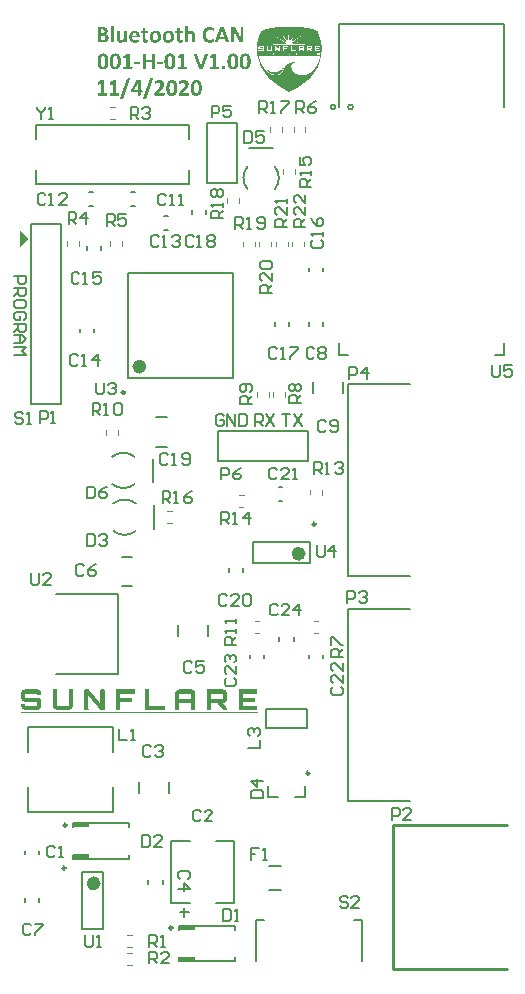
<source format=gto>
G04*
G04 #@! TF.GenerationSoftware,Altium Limited,Altium Designer,20.0.11 (256)*
G04*
G04 Layer_Color=65535*
%FSLAX25Y25*%
%MOIN*%
G70*
G01*
G75*
%ADD10C,0.00984*%
%ADD11C,0.00787*%
%ADD12C,0.02362*%
%ADD13C,0.01000*%
%ADD14C,0.00394*%
%ADD15R,0.05512X0.01575*%
G36*
X94099Y316245D02*
X94712Y316234D01*
X95312Y316216D01*
X95899Y316191D01*
X96472Y316159D01*
X97029Y316121D01*
X97029D01*
X97569Y316077D01*
X97569D01*
X98090Y316027D01*
X98090D01*
X98592Y315971D01*
X99073Y315910D01*
X99073Y315910D01*
X99532Y315843D01*
X99532D01*
X99968Y315771D01*
X99968D01*
X100379Y315695D01*
X100764Y315614D01*
X101122Y315529D01*
X101452Y315440D01*
X101452D01*
X101752Y315346D01*
X101752D01*
X102022Y315250D01*
X102259Y315149D01*
X102463Y315046D01*
X102632Y314940D01*
X102765Y314831D01*
X102861Y314720D01*
X102919Y314607D01*
X103008Y314427D01*
Y314427D01*
X103137Y314145D01*
X103295Y313767D01*
X103295D01*
X103471Y313299D01*
X103653Y312747D01*
X103831Y312117D01*
X103993Y311416D01*
X104128Y310648D01*
X104224Y309821D01*
X104271Y308941D01*
X104256Y308014D01*
X104257Y308013D01*
X104257Y308013D01*
X104172Y307045D01*
X104004Y306040D01*
X103741Y305007D01*
X103374Y303951D01*
X102889Y302878D01*
X102277Y301794D01*
X101526Y300705D01*
X100625Y299618D01*
X99562Y298538D01*
X98327Y297471D01*
X96908Y296424D01*
X95295Y295403D01*
X93475Y294414D01*
X93475Y294414D01*
X93475Y294414D01*
X93474Y294413D01*
X93474Y294413D01*
X93474Y294413D01*
X93474Y294413D01*
Y294412D01*
X91658Y295400D01*
X90045Y296420D01*
X88626Y297466D01*
X87392Y298532D01*
X86329Y299611D01*
X85428Y300698D01*
X84677Y301786D01*
X84065Y302870D01*
X83580Y303942D01*
X83211Y304998D01*
X82948Y306031D01*
X82780Y307035D01*
X82694Y308003D01*
X82680Y308931D01*
X82726Y309811D01*
X82822Y310638D01*
X82957Y311405D01*
X83118Y312107D01*
X83295Y312738D01*
X83478Y313290D01*
X83653Y313759D01*
X83653D01*
X83812Y314138D01*
X83941Y314421D01*
X84031Y314602D01*
X84120Y314719D01*
X84243Y314833D01*
X84397Y314944D01*
X84583Y315052D01*
X84799Y315157D01*
X85044Y315258D01*
X85318Y315356D01*
X85318Y315356D01*
X85620Y315449D01*
X85948Y315539D01*
X85948D01*
X86302Y315624D01*
X86302D01*
X86681Y315704D01*
X87084Y315780D01*
X87510Y315851D01*
X87510D01*
X87959Y315917D01*
Y315917D01*
X88428Y315977D01*
X88428D01*
X88919Y316032D01*
X88919D01*
X89429Y316081D01*
X89429D01*
X89958Y316125D01*
X89958D01*
X90505Y316162D01*
X90505D01*
X91068Y316193D01*
X91648Y316217D01*
X92243Y316234D01*
X92853Y316245D01*
X93476Y316249D01*
X94099Y316245D01*
D02*
G37*
G36*
X6693Y245472D02*
X3543Y242717D01*
X3543Y248228D01*
X6693Y245472D01*
D02*
G37*
G36*
X9524Y95276D02*
X9859D01*
Y95164D01*
X10082D01*
Y95053D01*
X10305D01*
Y94941D01*
X10416D01*
Y94830D01*
X10527D01*
Y94718D01*
Y94607D01*
X10639D01*
Y94495D01*
Y94384D01*
X10750D01*
Y94272D01*
Y94161D01*
Y94050D01*
Y93938D01*
Y93827D01*
Y93715D01*
Y93604D01*
Y93492D01*
X10862D01*
Y93381D01*
X9413D01*
Y93492D01*
Y93604D01*
Y93715D01*
Y93827D01*
Y93938D01*
X5400D01*
Y93827D01*
Y93715D01*
Y93604D01*
Y93492D01*
Y93381D01*
Y93269D01*
Y93158D01*
Y93046D01*
Y92935D01*
Y92823D01*
Y92712D01*
Y92600D01*
X9859D01*
Y92489D01*
X10082D01*
Y92377D01*
X10305D01*
Y92266D01*
X10416D01*
Y92154D01*
X10527D01*
Y92043D01*
Y91931D01*
X10639D01*
Y91820D01*
Y91708D01*
X10750D01*
Y91597D01*
Y91486D01*
X10862D01*
Y91374D01*
X10750D01*
Y91263D01*
Y91151D01*
Y91040D01*
Y90928D01*
Y90817D01*
Y90705D01*
Y90594D01*
Y90482D01*
Y90371D01*
Y90259D01*
Y90148D01*
Y90036D01*
Y89925D01*
Y89813D01*
Y89702D01*
Y89591D01*
Y89479D01*
X10639D01*
Y89368D01*
Y89256D01*
X10527D01*
Y89145D01*
Y89033D01*
X10416D01*
Y88922D01*
X10305D01*
Y88810D01*
X10082D01*
Y88699D01*
X9859D01*
Y88587D01*
X4954D01*
Y88699D01*
X4731D01*
Y88810D01*
X4619D01*
Y88922D01*
X4396D01*
Y89033D01*
Y89145D01*
X4285D01*
Y89256D01*
Y89368D01*
X4173D01*
Y89479D01*
Y89591D01*
X4062D01*
Y89702D01*
Y89813D01*
Y89925D01*
Y90036D01*
Y90148D01*
Y90259D01*
Y90371D01*
Y90482D01*
X5400D01*
Y90371D01*
Y90259D01*
Y90148D01*
Y90036D01*
Y89925D01*
X9413D01*
Y90036D01*
Y90148D01*
Y90259D01*
Y90371D01*
Y90482D01*
Y90594D01*
Y90705D01*
Y90817D01*
Y90928D01*
Y91040D01*
Y91151D01*
Y91263D01*
X5065D01*
Y91374D01*
X4731D01*
Y91486D01*
X4619D01*
Y91597D01*
X4396D01*
Y91708D01*
Y91820D01*
X4285D01*
Y91931D01*
Y92043D01*
X4173D01*
Y92154D01*
Y92266D01*
X4062D01*
Y92377D01*
Y92489D01*
Y92600D01*
Y92712D01*
Y92823D01*
Y92935D01*
Y93046D01*
Y93158D01*
Y93269D01*
Y93381D01*
Y93492D01*
Y93604D01*
Y93715D01*
Y93827D01*
Y93938D01*
Y94050D01*
Y94161D01*
Y94272D01*
X4173D01*
Y94384D01*
Y94495D01*
Y94607D01*
X4285D01*
Y94718D01*
Y94830D01*
X4396D01*
Y94941D01*
X4508D01*
Y95053D01*
X4731D01*
Y95164D01*
X4954D01*
Y95276D01*
X5288D01*
Y95387D01*
X9524D01*
Y95276D01*
D02*
G37*
G36*
X31819D02*
X31931D01*
Y95164D01*
Y95053D01*
Y94941D01*
Y94830D01*
Y94718D01*
Y94607D01*
Y94495D01*
Y94384D01*
Y94272D01*
Y94161D01*
Y94050D01*
Y93938D01*
Y93827D01*
Y93715D01*
Y93604D01*
Y93492D01*
Y93381D01*
Y93269D01*
Y93158D01*
Y93046D01*
Y92935D01*
Y92823D01*
Y92712D01*
Y92600D01*
Y92489D01*
Y92377D01*
Y92266D01*
Y92154D01*
Y92043D01*
Y91931D01*
Y91820D01*
Y91708D01*
Y91597D01*
Y91486D01*
Y91374D01*
Y91263D01*
Y91151D01*
Y91040D01*
Y90928D01*
Y90817D01*
Y90705D01*
Y90594D01*
Y90482D01*
Y90371D01*
Y90259D01*
Y90148D01*
Y90036D01*
Y89925D01*
Y89813D01*
Y89702D01*
Y89591D01*
Y89479D01*
Y89368D01*
Y89256D01*
Y89145D01*
Y89033D01*
Y88922D01*
Y88810D01*
Y88699D01*
Y88587D01*
X30370D01*
Y88699D01*
Y88810D01*
X30259D01*
Y88922D01*
X30147D01*
Y89033D01*
X30036D01*
Y89145D01*
X29924D01*
Y89256D01*
X29813D01*
Y89368D01*
X29701D01*
Y89479D01*
Y89591D01*
X29590D01*
Y89702D01*
X29478D01*
Y89813D01*
Y89925D01*
X29255D01*
Y90036D01*
X29144D01*
Y90148D01*
X29032D01*
Y90259D01*
Y90371D01*
X28921D01*
Y90482D01*
X28809D01*
Y90594D01*
Y90705D01*
X28586D01*
Y90817D01*
X28475D01*
Y90928D01*
Y91040D01*
X28363D01*
Y91151D01*
X28252D01*
Y91263D01*
X28141D01*
Y91374D01*
X28029D01*
Y91486D01*
X27918D01*
Y91597D01*
X27806D01*
Y91708D01*
Y91820D01*
X27695D01*
Y91931D01*
X27583D01*
Y92043D01*
X27472D01*
Y92154D01*
Y92266D01*
X27249D01*
Y92377D01*
Y92489D01*
X27137D01*
Y92600D01*
X27026D01*
Y92712D01*
X26914D01*
Y92823D01*
Y92935D01*
X26803D01*
Y93046D01*
X26580D01*
Y93158D01*
X26468D01*
Y93046D01*
Y92935D01*
Y92823D01*
Y92712D01*
Y92600D01*
Y92489D01*
Y92377D01*
Y92266D01*
Y92154D01*
Y92043D01*
Y91931D01*
Y91820D01*
Y91708D01*
Y91597D01*
Y91486D01*
Y91374D01*
Y91263D01*
Y91151D01*
Y91040D01*
Y90928D01*
Y90817D01*
Y90705D01*
Y90594D01*
Y90482D01*
Y90371D01*
Y90259D01*
Y90148D01*
Y90036D01*
Y89925D01*
Y89813D01*
Y89702D01*
Y89591D01*
Y89479D01*
Y89368D01*
Y89256D01*
Y89145D01*
Y89033D01*
Y88922D01*
Y88810D01*
Y88699D01*
X26580D01*
Y88587D01*
X25131D01*
Y88699D01*
Y88810D01*
Y88922D01*
Y89033D01*
Y89145D01*
Y89256D01*
Y89368D01*
Y89479D01*
Y89591D01*
Y89702D01*
Y89813D01*
Y89925D01*
Y90036D01*
Y90148D01*
Y90259D01*
Y90371D01*
Y90482D01*
Y90594D01*
Y90705D01*
Y90817D01*
Y90928D01*
Y91040D01*
Y91151D01*
Y91263D01*
Y91374D01*
Y91486D01*
Y91597D01*
Y91708D01*
Y91820D01*
Y91931D01*
Y92043D01*
Y92154D01*
Y92266D01*
Y92377D01*
Y92489D01*
Y92600D01*
Y92712D01*
Y92823D01*
Y92935D01*
Y93046D01*
Y93158D01*
Y93269D01*
Y93381D01*
Y93492D01*
Y93604D01*
Y93715D01*
Y93827D01*
Y93938D01*
Y94050D01*
Y94161D01*
Y94272D01*
Y94384D01*
Y94495D01*
Y94607D01*
Y94718D01*
Y94830D01*
Y94941D01*
Y95053D01*
Y95164D01*
Y95276D01*
X25242D01*
Y95387D01*
X26580D01*
Y95276D01*
X26691D01*
Y95164D01*
Y95053D01*
X26803D01*
Y94941D01*
X27026D01*
Y94830D01*
Y94718D01*
X27137D01*
Y94607D01*
X27249D01*
Y94495D01*
X27360D01*
Y94384D01*
Y94272D01*
X27472D01*
Y94161D01*
X27583D01*
Y94050D01*
X27695D01*
Y93938D01*
X27806D01*
Y93827D01*
X27918D01*
Y93715D01*
X28029D01*
Y93604D01*
Y93492D01*
X28141D01*
Y93381D01*
X28252D01*
Y93269D01*
X28363D01*
Y93158D01*
X28475D01*
Y93046D01*
X28586D01*
Y92935D01*
Y92823D01*
X28698D01*
Y92712D01*
X28809D01*
Y92600D01*
X28921D01*
Y92489D01*
X29032D01*
Y92377D01*
X29144D01*
Y92266D01*
X29255D01*
Y92154D01*
Y92043D01*
X29367D01*
Y91931D01*
X29478D01*
Y91820D01*
X29590D01*
Y91708D01*
X29701D01*
Y91597D01*
X29813D01*
Y91486D01*
X29924D01*
Y91374D01*
Y91263D01*
X30036D01*
Y91151D01*
X30147D01*
Y91040D01*
Y90928D01*
X30370D01*
Y90817D01*
X30481D01*
Y90928D01*
Y91040D01*
Y91151D01*
Y91263D01*
Y91374D01*
Y91486D01*
Y91597D01*
Y91708D01*
Y91820D01*
Y91931D01*
Y92043D01*
Y92154D01*
Y92266D01*
Y92377D01*
Y92489D01*
Y92600D01*
Y92712D01*
Y92823D01*
Y92935D01*
Y93046D01*
Y93158D01*
Y93269D01*
Y93381D01*
Y93492D01*
Y93604D01*
Y93715D01*
Y93827D01*
Y93938D01*
Y94050D01*
Y94161D01*
Y94272D01*
Y94384D01*
Y94495D01*
Y94607D01*
Y94718D01*
Y94830D01*
Y94941D01*
Y95053D01*
Y95164D01*
Y95276D01*
X30593D01*
Y95387D01*
X31819D01*
Y95276D01*
D02*
G37*
G36*
X21340D02*
Y95164D01*
Y95053D01*
Y94941D01*
Y94830D01*
Y94718D01*
Y94607D01*
Y94495D01*
Y94384D01*
Y94272D01*
Y94161D01*
Y94050D01*
Y93938D01*
Y93827D01*
Y93715D01*
Y93604D01*
Y93492D01*
Y93381D01*
Y93269D01*
Y93158D01*
Y93046D01*
Y92935D01*
Y92823D01*
Y92712D01*
Y92600D01*
Y92489D01*
Y92377D01*
Y92266D01*
Y92154D01*
Y92043D01*
Y91931D01*
Y91820D01*
Y91708D01*
Y91597D01*
Y91486D01*
Y91374D01*
Y91263D01*
Y91151D01*
Y91040D01*
Y90928D01*
Y90817D01*
Y90705D01*
Y90594D01*
Y90482D01*
Y90371D01*
Y90259D01*
Y90148D01*
Y90036D01*
Y89925D01*
Y89813D01*
Y89702D01*
Y89591D01*
X21229D01*
Y89479D01*
Y89368D01*
X21118D01*
Y89256D01*
Y89145D01*
X21006D01*
Y89033D01*
X20895D01*
Y88922D01*
X20783D01*
Y88810D01*
X20560D01*
Y88699D01*
X20337D01*
Y88587D01*
X15544D01*
Y88699D01*
X15321D01*
Y88810D01*
X15098D01*
Y88922D01*
X14987D01*
Y89033D01*
X14875D01*
Y89145D01*
X14763D01*
Y89256D01*
Y89368D01*
X14652D01*
Y89479D01*
Y89591D01*
Y89702D01*
X14541D01*
Y89813D01*
Y89925D01*
Y90036D01*
Y90148D01*
Y90259D01*
Y90371D01*
Y90482D01*
Y90594D01*
Y90705D01*
Y90817D01*
Y90928D01*
Y91040D01*
Y91151D01*
Y91263D01*
Y91374D01*
Y91486D01*
Y91597D01*
Y91708D01*
Y91820D01*
Y91931D01*
Y92043D01*
Y92154D01*
Y92266D01*
Y92377D01*
Y92489D01*
Y92600D01*
Y92712D01*
Y92823D01*
Y92935D01*
Y93046D01*
Y93158D01*
Y93269D01*
Y93381D01*
Y93492D01*
Y93604D01*
Y93715D01*
Y93827D01*
Y93938D01*
Y94050D01*
Y94161D01*
Y94272D01*
Y94384D01*
Y94495D01*
Y94607D01*
Y94718D01*
Y94830D01*
Y94941D01*
Y95053D01*
Y95164D01*
Y95276D01*
X14652D01*
Y95387D01*
X15878D01*
Y95276D01*
X15990D01*
Y95164D01*
Y95053D01*
Y94941D01*
Y94830D01*
Y94718D01*
Y94607D01*
Y94495D01*
Y94384D01*
Y94272D01*
Y94161D01*
Y94050D01*
Y93938D01*
Y93827D01*
Y93715D01*
Y93604D01*
Y93492D01*
Y93381D01*
Y93269D01*
Y93158D01*
Y93046D01*
Y92935D01*
Y92823D01*
Y92712D01*
Y92600D01*
Y92489D01*
Y92377D01*
Y92266D01*
Y92154D01*
Y92043D01*
Y91931D01*
Y91820D01*
Y91708D01*
Y91597D01*
Y91486D01*
Y91374D01*
Y91263D01*
Y91151D01*
Y91040D01*
Y90928D01*
Y90817D01*
Y90705D01*
Y90594D01*
Y90482D01*
Y90371D01*
Y90259D01*
Y90148D01*
Y90036D01*
Y89925D01*
X19891D01*
Y90036D01*
Y90148D01*
Y90259D01*
Y90371D01*
Y90482D01*
Y90594D01*
Y90705D01*
Y90817D01*
Y90928D01*
Y91040D01*
Y91151D01*
Y91263D01*
Y91374D01*
Y91486D01*
Y91597D01*
Y91708D01*
Y91820D01*
Y91931D01*
Y92043D01*
Y92154D01*
Y92266D01*
Y92377D01*
Y92489D01*
Y92600D01*
Y92712D01*
Y92823D01*
Y92935D01*
Y93046D01*
Y93158D01*
Y93269D01*
Y93381D01*
Y93492D01*
Y93604D01*
Y93715D01*
Y93827D01*
Y93938D01*
Y94050D01*
Y94161D01*
Y94272D01*
Y94384D01*
Y94495D01*
Y94607D01*
Y94718D01*
Y94830D01*
Y94941D01*
Y95053D01*
Y95164D01*
Y95276D01*
X20003D01*
Y95387D01*
X21340D01*
Y95276D01*
D02*
G37*
G36*
X82763D02*
Y95164D01*
Y95053D01*
Y94941D01*
Y94830D01*
Y94718D01*
Y94607D01*
Y94495D01*
Y94384D01*
Y94272D01*
Y94161D01*
Y94050D01*
Y93938D01*
X77970D01*
Y93827D01*
Y93715D01*
Y93604D01*
Y93492D01*
Y93381D01*
Y93269D01*
Y93158D01*
Y93046D01*
Y92935D01*
Y92823D01*
Y92712D01*
X78081D01*
Y92600D01*
X81871D01*
Y92489D01*
Y92377D01*
Y92266D01*
Y92154D01*
Y92043D01*
Y91931D01*
Y91820D01*
Y91708D01*
Y91597D01*
Y91486D01*
Y91374D01*
Y91263D01*
X77970D01*
Y91151D01*
Y91040D01*
Y90928D01*
Y90817D01*
Y90705D01*
Y90594D01*
Y90482D01*
Y90371D01*
Y90259D01*
Y90148D01*
Y90036D01*
Y89925D01*
X82763D01*
Y89813D01*
Y89702D01*
Y89591D01*
Y89479D01*
Y89368D01*
Y89256D01*
Y89145D01*
Y89033D01*
Y88922D01*
Y88810D01*
Y88699D01*
Y88587D01*
X76632D01*
Y88699D01*
Y88810D01*
Y88922D01*
Y89033D01*
Y89145D01*
Y89256D01*
Y89368D01*
Y89479D01*
Y89591D01*
Y89702D01*
Y89813D01*
Y89925D01*
Y90036D01*
Y90148D01*
Y90259D01*
Y90371D01*
Y90482D01*
Y90594D01*
Y90705D01*
Y90817D01*
Y90928D01*
Y91040D01*
Y91151D01*
Y91263D01*
Y91374D01*
Y91486D01*
Y91597D01*
Y91708D01*
Y91820D01*
Y91931D01*
Y92043D01*
Y92154D01*
Y92266D01*
Y92377D01*
Y92489D01*
Y92600D01*
Y92712D01*
Y92823D01*
Y92935D01*
Y93046D01*
Y93158D01*
Y93269D01*
Y93381D01*
Y93492D01*
Y93604D01*
Y93715D01*
Y93827D01*
Y93938D01*
Y94050D01*
Y94161D01*
Y94272D01*
Y94384D01*
Y94495D01*
Y94607D01*
Y94718D01*
Y94830D01*
Y94941D01*
Y95053D01*
Y95164D01*
Y95276D01*
Y95387D01*
X82763D01*
Y95276D01*
D02*
G37*
G36*
X71393D02*
X71839D01*
Y95164D01*
X72062D01*
Y95053D01*
X72285D01*
Y94941D01*
X72396D01*
Y94830D01*
X72508D01*
Y94718D01*
Y94607D01*
X72619D01*
Y94495D01*
Y94384D01*
X72730D01*
Y94272D01*
Y94161D01*
X72842D01*
Y94050D01*
X72730D01*
Y93938D01*
Y93827D01*
Y93715D01*
Y93604D01*
Y93492D01*
Y93381D01*
Y93269D01*
Y93158D01*
Y93046D01*
Y92935D01*
Y92823D01*
Y92712D01*
Y92600D01*
Y92489D01*
Y92377D01*
Y92266D01*
Y92154D01*
Y92043D01*
X72842D01*
Y91931D01*
X72730D01*
Y91820D01*
Y91708D01*
X72619D01*
Y91597D01*
Y91486D01*
X72508D01*
Y91374D01*
Y91263D01*
X72396D01*
Y91151D01*
X72285D01*
Y91040D01*
X72062D01*
Y90928D01*
X71727D01*
Y90817D01*
X71281D01*
Y90705D01*
Y90594D01*
X71504D01*
Y90482D01*
X71616D01*
Y90371D01*
X71727D01*
Y90259D01*
X71839D01*
Y90148D01*
Y90036D01*
X71950D01*
Y89925D01*
X72062D01*
Y89813D01*
X72173D01*
Y89702D01*
X72285D01*
Y89591D01*
Y89479D01*
X72396D01*
Y89368D01*
X72508D01*
Y89256D01*
X72619D01*
Y89145D01*
X72730D01*
Y89033D01*
X72842D01*
Y88922D01*
X72730D01*
Y88810D01*
Y88699D01*
X72842D01*
Y88587D01*
X71281D01*
Y88699D01*
X71170D01*
Y88810D01*
X71058D01*
Y88922D01*
Y89033D01*
X70947D01*
Y89145D01*
X70835D01*
Y89256D01*
X70724D01*
Y89368D01*
X70612D01*
Y89479D01*
X70501D01*
Y89591D01*
Y89702D01*
X70389D01*
Y89813D01*
X70278D01*
Y89925D01*
X70166D01*
Y90036D01*
X70055D01*
Y90148D01*
X69943D01*
Y90259D01*
X69832D01*
Y90371D01*
Y90482D01*
X69721D01*
Y90594D01*
X69609D01*
Y90705D01*
X69498D01*
Y90817D01*
X67491D01*
Y90705D01*
Y90594D01*
Y90482D01*
Y90371D01*
Y90259D01*
Y90148D01*
Y90036D01*
Y89925D01*
Y89813D01*
Y89702D01*
Y89591D01*
Y89479D01*
Y89368D01*
Y89256D01*
Y89145D01*
Y89033D01*
Y88922D01*
Y88810D01*
Y88699D01*
Y88587D01*
X66042D01*
Y88699D01*
Y88810D01*
Y88922D01*
Y89033D01*
Y89145D01*
Y89256D01*
Y89368D01*
Y89479D01*
Y89591D01*
Y89702D01*
Y89813D01*
Y89925D01*
Y90036D01*
Y90148D01*
Y90259D01*
Y90371D01*
Y90482D01*
Y90594D01*
Y90705D01*
Y90817D01*
Y90928D01*
Y91040D01*
Y91151D01*
Y91263D01*
Y91374D01*
Y91486D01*
Y91597D01*
Y91708D01*
Y91820D01*
Y91931D01*
Y92043D01*
Y92154D01*
Y92266D01*
Y92377D01*
Y92489D01*
Y92600D01*
Y92712D01*
Y92823D01*
Y92935D01*
Y93046D01*
Y93158D01*
Y93269D01*
Y93381D01*
Y93492D01*
Y93604D01*
Y93715D01*
Y93827D01*
Y93938D01*
Y94050D01*
Y94161D01*
Y94272D01*
Y94384D01*
Y94495D01*
Y94607D01*
Y94718D01*
Y94830D01*
Y94941D01*
Y95053D01*
Y95164D01*
Y95276D01*
Y95387D01*
X71393D01*
Y95276D01*
D02*
G37*
G36*
X60914D02*
X61248D01*
Y95164D01*
X61583D01*
Y95053D01*
X61694D01*
Y94941D01*
X61806D01*
Y94830D01*
X61917D01*
Y94718D01*
X62029D01*
Y94607D01*
Y94495D01*
Y94384D01*
X62140D01*
Y94272D01*
Y94161D01*
Y94050D01*
Y93938D01*
Y93827D01*
Y93715D01*
Y93604D01*
Y93492D01*
Y93381D01*
Y93269D01*
Y93158D01*
Y93046D01*
Y92935D01*
Y92823D01*
Y92712D01*
Y92600D01*
Y92489D01*
Y92377D01*
Y92266D01*
Y92154D01*
Y92043D01*
Y91931D01*
Y91820D01*
Y91708D01*
Y91597D01*
Y91486D01*
Y91374D01*
Y91263D01*
Y91151D01*
Y91040D01*
Y90928D01*
Y90817D01*
Y90705D01*
Y90594D01*
Y90482D01*
Y90371D01*
Y90259D01*
Y90148D01*
Y90036D01*
Y89925D01*
Y89813D01*
Y89702D01*
Y89591D01*
Y89479D01*
Y89368D01*
Y89256D01*
Y89145D01*
Y89033D01*
Y88922D01*
Y88810D01*
Y88699D01*
Y88587D01*
X60803D01*
Y88699D01*
Y88810D01*
Y88922D01*
Y89033D01*
Y89145D01*
Y89256D01*
Y89368D01*
Y89479D01*
Y89591D01*
Y89702D01*
Y89813D01*
Y89925D01*
Y90036D01*
Y90148D01*
Y90259D01*
Y90371D01*
Y90482D01*
Y90594D01*
Y90705D01*
Y90817D01*
X56789D01*
Y90705D01*
Y90594D01*
Y90482D01*
Y90371D01*
Y90259D01*
Y90148D01*
Y90036D01*
Y89925D01*
Y89813D01*
Y89702D01*
Y89591D01*
Y89479D01*
Y89368D01*
Y89256D01*
Y89145D01*
Y89033D01*
Y88922D01*
Y88810D01*
Y88699D01*
Y88587D01*
X55452D01*
Y88699D01*
Y88810D01*
Y88922D01*
Y89033D01*
Y89145D01*
Y89256D01*
Y89368D01*
Y89479D01*
Y89591D01*
Y89702D01*
Y89813D01*
Y89925D01*
Y90036D01*
Y90148D01*
Y90259D01*
Y90371D01*
Y90482D01*
Y90594D01*
Y90705D01*
Y90817D01*
Y90928D01*
Y91040D01*
Y91151D01*
Y91263D01*
Y91374D01*
Y91486D01*
Y91597D01*
Y91708D01*
Y91820D01*
Y91931D01*
Y92043D01*
Y92154D01*
Y92266D01*
Y92377D01*
Y92489D01*
Y92600D01*
Y92712D01*
Y92823D01*
Y92935D01*
Y93046D01*
Y93158D01*
Y93269D01*
Y93381D01*
Y93492D01*
Y93604D01*
Y93715D01*
Y93827D01*
Y93938D01*
Y94050D01*
Y94161D01*
Y94272D01*
Y94384D01*
X55563D01*
Y94495D01*
Y94607D01*
Y94718D01*
X55675D01*
Y94830D01*
X55786D01*
Y94941D01*
X55898D01*
Y95053D01*
X56121D01*
Y95164D01*
X56344D01*
Y95276D01*
X56678D01*
Y95387D01*
X60914D01*
Y95276D01*
D02*
G37*
G36*
X46645D02*
Y95164D01*
Y95053D01*
Y94941D01*
Y94830D01*
Y94718D01*
Y94607D01*
Y94495D01*
Y94384D01*
Y94272D01*
Y94161D01*
Y94050D01*
Y93938D01*
Y93827D01*
Y93715D01*
Y93604D01*
Y93492D01*
Y93381D01*
Y93269D01*
Y93158D01*
Y93046D01*
Y92935D01*
Y92823D01*
Y92712D01*
Y92600D01*
Y92489D01*
Y92377D01*
Y92266D01*
Y92154D01*
Y92043D01*
Y91931D01*
Y91820D01*
Y91708D01*
Y91597D01*
Y91486D01*
Y91374D01*
Y91263D01*
Y91151D01*
Y91040D01*
Y90928D01*
Y90817D01*
Y90705D01*
Y90594D01*
Y90482D01*
Y90371D01*
Y90259D01*
Y90148D01*
Y90036D01*
Y89925D01*
X52108D01*
Y89813D01*
Y89702D01*
Y89591D01*
Y89479D01*
Y89368D01*
Y89256D01*
Y89145D01*
Y89033D01*
Y88922D01*
Y88810D01*
Y88699D01*
Y88587D01*
X45308D01*
Y88699D01*
Y88810D01*
Y88922D01*
Y89033D01*
Y89145D01*
Y89256D01*
Y89368D01*
Y89479D01*
Y89591D01*
Y89702D01*
Y89813D01*
Y89925D01*
Y90036D01*
Y90148D01*
Y90259D01*
Y90371D01*
Y90482D01*
Y90594D01*
Y90705D01*
Y90817D01*
Y90928D01*
Y91040D01*
Y91151D01*
Y91263D01*
Y91374D01*
Y91486D01*
Y91597D01*
Y91708D01*
Y91820D01*
Y91931D01*
Y92043D01*
Y92154D01*
Y92266D01*
Y92377D01*
Y92489D01*
Y92600D01*
Y92712D01*
Y92823D01*
Y92935D01*
Y93046D01*
Y93158D01*
Y93269D01*
Y93381D01*
Y93492D01*
Y93604D01*
Y93715D01*
Y93827D01*
Y93938D01*
Y94050D01*
Y94161D01*
Y94272D01*
Y94384D01*
Y94495D01*
Y94607D01*
Y94718D01*
Y94830D01*
Y94941D01*
Y95053D01*
Y95164D01*
Y95276D01*
Y95387D01*
X46645D01*
Y95276D01*
D02*
G37*
G36*
X41963D02*
Y95164D01*
Y95053D01*
Y94941D01*
Y94830D01*
Y94718D01*
Y94607D01*
Y94495D01*
Y94384D01*
Y94272D01*
Y94161D01*
Y94050D01*
Y93938D01*
X37170D01*
Y93827D01*
Y93715D01*
Y93604D01*
Y93492D01*
Y93381D01*
Y93269D01*
Y93158D01*
Y93046D01*
Y92935D01*
Y92823D01*
Y92712D01*
Y92600D01*
X41072D01*
Y92489D01*
Y92377D01*
Y92266D01*
Y92154D01*
Y92043D01*
Y91931D01*
Y91820D01*
Y91708D01*
Y91597D01*
Y91486D01*
Y91374D01*
Y91263D01*
X37170D01*
Y91151D01*
Y91040D01*
Y90928D01*
Y90817D01*
Y90705D01*
Y90594D01*
Y90482D01*
Y90371D01*
Y90259D01*
Y90148D01*
Y90036D01*
Y89925D01*
Y89813D01*
Y89702D01*
Y89591D01*
Y89479D01*
Y89368D01*
Y89256D01*
Y89145D01*
Y89033D01*
Y88922D01*
Y88810D01*
Y88699D01*
Y88587D01*
X35721D01*
Y88699D01*
Y88810D01*
Y88922D01*
Y89033D01*
Y89145D01*
Y89256D01*
Y89368D01*
Y89479D01*
Y89591D01*
Y89702D01*
Y89813D01*
Y89925D01*
Y90036D01*
Y90148D01*
Y90259D01*
Y90371D01*
Y90482D01*
Y90594D01*
Y90705D01*
Y90817D01*
Y90928D01*
Y91040D01*
Y91151D01*
Y91263D01*
Y91374D01*
Y91486D01*
Y91597D01*
Y91708D01*
Y91820D01*
Y91931D01*
Y92043D01*
Y92154D01*
Y92266D01*
Y92377D01*
Y92489D01*
Y92600D01*
Y92712D01*
Y92823D01*
Y92935D01*
Y93046D01*
Y93158D01*
Y93269D01*
Y93381D01*
Y93492D01*
Y93604D01*
Y93715D01*
Y93827D01*
Y93938D01*
Y94050D01*
Y94161D01*
Y94272D01*
Y94384D01*
Y94495D01*
Y94607D01*
Y94718D01*
Y94830D01*
Y94941D01*
Y95053D01*
Y95164D01*
Y95276D01*
X35832D01*
Y95387D01*
X41963D01*
Y95276D01*
D02*
G37*
G36*
X82875Y87584D02*
Y87472D01*
Y87361D01*
X4173D01*
Y87472D01*
Y87584D01*
Y87695D01*
X82875D01*
Y87584D01*
D02*
G37*
G36*
X48212Y307276D02*
X48294Y307267D01*
X48312D01*
X48349Y307258D01*
X48403Y307249D01*
X48449Y307240D01*
X48458D01*
X48485Y307230D01*
X48513Y307212D01*
X48540Y307185D01*
X48549Y307176D01*
X48558Y307167D01*
X48568Y307139D01*
Y307112D01*
Y302302D01*
Y302293D01*
Y302275D01*
X48558Y302247D01*
X48540Y302220D01*
X48531D01*
X48522Y302202D01*
X48495Y302193D01*
X48449Y302174D01*
X48440D01*
X48413Y302165D01*
X48358D01*
X48294Y302156D01*
X48276D01*
X48230Y302147D01*
X48148Y302138D01*
X47957D01*
X47875Y302147D01*
X47793Y302156D01*
X47775D01*
X47739Y302165D01*
X47684D01*
X47629Y302174D01*
X47620D01*
X47602Y302184D01*
X47574Y302202D01*
X47547Y302220D01*
Y302229D01*
X47538Y302247D01*
X47529Y302302D01*
Y304361D01*
X45634D01*
Y302302D01*
Y302293D01*
Y302275D01*
X45625Y302247D01*
X45607Y302220D01*
X45598D01*
X45588Y302202D01*
X45561Y302193D01*
X45516Y302174D01*
X45507D01*
X45479Y302165D01*
X45425D01*
X45361Y302156D01*
X45342D01*
X45297Y302147D01*
X45215Y302138D01*
X45024D01*
X44942Y302147D01*
X44860Y302156D01*
X44842D01*
X44805Y302165D01*
X44750D01*
X44696Y302174D01*
X44687D01*
X44668Y302184D01*
X44641Y302202D01*
X44614Y302220D01*
Y302229D01*
X44605Y302247D01*
X44596Y302302D01*
Y307112D01*
Y307121D01*
Y307139D01*
X44614Y307185D01*
X44623Y307194D01*
X44632Y307203D01*
X44659Y307221D01*
X44696Y307240D01*
X44705D01*
X44741Y307249D01*
X44796Y307258D01*
X44860Y307267D01*
X44878D01*
X44933Y307276D01*
X45006Y307285D01*
X45206D01*
X45288Y307276D01*
X45361Y307267D01*
X45379D01*
X45415Y307258D01*
X45470Y307249D01*
X45516Y307240D01*
X45525D01*
X45552Y307230D01*
X45579Y307212D01*
X45607Y307185D01*
X45616Y307176D01*
X45625Y307167D01*
X45634Y307139D01*
Y307112D01*
Y305244D01*
X47529D01*
Y307112D01*
Y307121D01*
Y307139D01*
X47547Y307185D01*
X47556Y307194D01*
X47565Y307203D01*
X47593Y307221D01*
X47629Y307240D01*
X47638D01*
X47675Y307249D01*
X47729Y307258D01*
X47793Y307267D01*
X47811D01*
X47866Y307276D01*
X47939Y307285D01*
X48130D01*
X48212Y307276D01*
D02*
G37*
G36*
X51237Y304534D02*
X51255Y304516D01*
X51264D01*
X51273Y304498D01*
X51291Y304479D01*
X51310Y304452D01*
X51319Y304443D01*
X51328Y304415D01*
X51337Y304379D01*
X51346Y304324D01*
Y304315D01*
X51355Y304270D01*
X51364Y304215D01*
Y304133D01*
Y304124D01*
Y304097D01*
Y304060D01*
X51355Y304006D01*
X51346Y303905D01*
X51337Y303851D01*
X51319Y303814D01*
X51310Y303805D01*
X51282Y303778D01*
X51246Y303741D01*
X51182Y303732D01*
X49524D01*
X49488Y303741D01*
X49442Y303769D01*
X49396Y303823D01*
Y303833D01*
X49387Y303842D01*
Y303860D01*
X49378Y303896D01*
X49369Y303942D01*
Y303996D01*
X49360Y304060D01*
Y304133D01*
Y304142D01*
Y304170D01*
Y304206D01*
X49369Y304261D01*
X49378Y304361D01*
X49387Y304415D01*
X49396Y304452D01*
X49406Y304470D01*
X49433Y304498D01*
X49479Y304525D01*
X49542Y304543D01*
X51209D01*
X51237Y304534D01*
D02*
G37*
G36*
X43685D02*
X43703Y304516D01*
X43712D01*
X43721Y304498D01*
X43739Y304479D01*
X43757Y304452D01*
X43766Y304443D01*
X43776Y304415D01*
X43785Y304379D01*
X43794Y304324D01*
Y304315D01*
X43803Y304270D01*
X43812Y304215D01*
Y304133D01*
Y304124D01*
Y304097D01*
Y304060D01*
X43803Y304006D01*
X43794Y303905D01*
X43785Y303851D01*
X43766Y303814D01*
X43757Y303805D01*
X43730Y303778D01*
X43694Y303741D01*
X43630Y303732D01*
X41972D01*
X41935Y303741D01*
X41890Y303769D01*
X41844Y303823D01*
Y303833D01*
X41835Y303842D01*
Y303860D01*
X41826Y303896D01*
X41817Y303942D01*
Y303996D01*
X41808Y304060D01*
Y304133D01*
Y304142D01*
Y304170D01*
Y304206D01*
X41817Y304261D01*
X41826Y304361D01*
X41835Y304415D01*
X41844Y304452D01*
X41853Y304470D01*
X41881Y304498D01*
X41926Y304525D01*
X41990Y304543D01*
X43657D01*
X43685Y304534D01*
D02*
G37*
G36*
X66022Y307276D02*
X66104Y307267D01*
X66122D01*
X66159Y307258D01*
X66204Y307240D01*
X66241Y307212D01*
X66250Y307203D01*
X66259Y307176D01*
X66268Y307139D01*
X66259Y307085D01*
Y307066D01*
X66250Y307030D01*
X66232Y306957D01*
X66204Y306866D01*
X64683Y302339D01*
Y302329D01*
X64674Y302302D01*
X64628Y302229D01*
X64619Y302220D01*
X64610Y302211D01*
X64574Y302193D01*
X64528Y302174D01*
X64519D01*
X64473Y302165D01*
X64410Y302156D01*
X64328Y302147D01*
X64246D01*
X64146Y302138D01*
X63836D01*
X63745Y302147D01*
X63617D01*
X63553Y302156D01*
X63544D01*
X63508Y302165D01*
X63462D01*
X63426Y302174D01*
X63417D01*
X63398Y302184D01*
X63344Y302202D01*
X63335Y302211D01*
X63326Y302220D01*
X63289Y302266D01*
Y302275D01*
X63280Y302293D01*
X63262Y302348D01*
X61740Y306875D01*
Y306884D01*
X61731Y306903D01*
X61713Y306957D01*
X61695Y307021D01*
X61686Y307094D01*
Y307112D01*
Y307139D01*
X61695Y307176D01*
X61722Y307212D01*
X61731Y307221D01*
X61759Y307240D01*
X61813Y307258D01*
X61886Y307267D01*
X61905D01*
X61932Y307276D01*
X62023D01*
X62078Y307285D01*
X62424D01*
X62506Y307276D01*
X62524D01*
X62560Y307267D01*
X62615Y307258D01*
X62661Y307240D01*
X62670D01*
X62688Y307230D01*
X62715Y307212D01*
X62734Y307185D01*
X62743Y307176D01*
X62752Y307158D01*
X62761Y307130D01*
X62779Y307085D01*
X64027Y303158D01*
X65248Y307066D01*
Y307076D01*
X65257Y307112D01*
X65275Y307139D01*
X65284Y307176D01*
X65293Y307185D01*
X65302Y307203D01*
X65330Y307221D01*
X65366Y307240D01*
X65375Y307249D01*
X65412Y307258D01*
X65457Y307267D01*
X65530Y307276D01*
X65576D01*
X65612Y307285D01*
X65922D01*
X66022Y307276D01*
D02*
G37*
G36*
X68855Y307285D02*
X68874D01*
X68910Y307276D01*
X68956Y307267D01*
X69001Y307258D01*
X69010D01*
X69029Y307249D01*
X69047Y307240D01*
X69065Y307221D01*
X69074Y307212D01*
X69083Y307167D01*
Y302967D01*
X69921D01*
X69949Y302958D01*
X69967Y302940D01*
X69976D01*
X69985Y302922D01*
X70003Y302903D01*
X70021Y302867D01*
Y302858D01*
X70031Y302830D01*
X70040Y302794D01*
X70049Y302739D01*
Y302730D01*
X70058Y302694D01*
X70067Y302630D01*
Y302557D01*
Y302548D01*
Y302539D01*
Y302493D01*
X70058Y302430D01*
X70049Y302366D01*
Y302357D01*
X70040Y302320D01*
X70031Y302284D01*
X70012Y302247D01*
Y302238D01*
X70003Y302220D01*
X69985Y302202D01*
X69967Y302184D01*
X69949Y302174D01*
X69903Y302165D01*
X67079D01*
X67042Y302184D01*
X67024Y302202D01*
X67006Y302220D01*
X66988Y302247D01*
Y302256D01*
X66979Y302284D01*
X66970Y302320D01*
X66961Y302366D01*
Y302384D01*
Y302420D01*
X66951Y302484D01*
Y302557D01*
Y302566D01*
Y302575D01*
Y302621D01*
Y302685D01*
X66961Y302739D01*
Y302758D01*
X66970Y302785D01*
X66979Y302830D01*
X66988Y302867D01*
Y302876D01*
X66997Y302894D01*
X67015Y302922D01*
X67033Y302940D01*
X67042Y302949D01*
X67052Y302958D01*
X67070Y302967D01*
X68054D01*
Y306283D01*
X67234Y305828D01*
X67216Y305819D01*
X67179Y305800D01*
X67134Y305782D01*
X67079Y305773D01*
X67015D01*
X66988Y305791D01*
Y305800D01*
X66970Y305819D01*
X66961Y305855D01*
X66951Y305910D01*
Y305928D01*
Y305973D01*
X66942Y306037D01*
Y306137D01*
Y306146D01*
Y306155D01*
Y306192D01*
Y306247D01*
Y306292D01*
Y306301D01*
Y306329D01*
X66961Y306401D01*
Y306411D01*
X66970Y306429D01*
X67006Y306474D01*
X67015Y306484D01*
X67024Y306493D01*
X67079Y306529D01*
X68172Y307240D01*
X68181Y307249D01*
X68218Y307267D01*
X68227D01*
X68245Y307276D01*
X68309D01*
X68336Y307285D01*
X68436D01*
X68473Y307294D01*
X68783D01*
X68855Y307285D01*
D02*
G37*
G36*
X58179D02*
X58197D01*
X58233Y307276D01*
X58279Y307267D01*
X58324Y307258D01*
X58333D01*
X58352Y307249D01*
X58370Y307240D01*
X58388Y307221D01*
X58397Y307212D01*
X58406Y307167D01*
Y302967D01*
X59244D01*
X59272Y302958D01*
X59290Y302940D01*
X59299D01*
X59308Y302922D01*
X59326Y302903D01*
X59345Y302867D01*
Y302858D01*
X59354Y302830D01*
X59363Y302794D01*
X59372Y302739D01*
Y302730D01*
X59381Y302694D01*
X59390Y302630D01*
Y302557D01*
Y302548D01*
Y302539D01*
Y302493D01*
X59381Y302430D01*
X59372Y302366D01*
Y302357D01*
X59363Y302320D01*
X59354Y302284D01*
X59336Y302247D01*
Y302238D01*
X59326Y302220D01*
X59308Y302202D01*
X59290Y302184D01*
X59272Y302174D01*
X59226Y302165D01*
X56402Y302165D01*
X56366Y302184D01*
X56347Y302202D01*
X56329Y302220D01*
X56311Y302247D01*
Y302256D01*
X56302Y302284D01*
X56293Y302320D01*
X56284Y302366D01*
Y302384D01*
Y302420D01*
X56274Y302484D01*
Y302557D01*
Y302566D01*
Y302575D01*
Y302621D01*
Y302685D01*
X56284Y302739D01*
Y302758D01*
X56293Y302785D01*
X56302Y302830D01*
X56311Y302867D01*
Y302876D01*
X56320Y302894D01*
X56338Y302922D01*
X56357Y302940D01*
X56366Y302949D01*
X56375Y302958D01*
X56393Y302967D01*
X57377D01*
Y306283D01*
X56557Y305828D01*
X56539Y305819D01*
X56502Y305800D01*
X56457Y305782D01*
X56402Y305773D01*
X56338D01*
X56311Y305791D01*
Y305800D01*
X56293Y305819D01*
X56284Y305855D01*
X56274Y305910D01*
Y305928D01*
Y305973D01*
X56265Y306037D01*
Y306137D01*
Y306146D01*
Y306155D01*
Y306192D01*
Y306247D01*
Y306292D01*
Y306301D01*
Y306329D01*
X56284Y306401D01*
Y306411D01*
X56293Y306429D01*
X56329Y306474D01*
X56338Y306484D01*
X56347Y306493D01*
X56402Y306529D01*
X57495Y307240D01*
X57504Y307249D01*
X57541Y307267D01*
X57550D01*
X57568Y307276D01*
X57632D01*
X57659Y307285D01*
X57759D01*
X57796Y307294D01*
X58106D01*
X58179Y307285D01*
D02*
G37*
G36*
X39977Y307285D02*
X39995D01*
X40031Y307276D01*
X40077Y307267D01*
X40123Y307258D01*
X40132D01*
X40150Y307249D01*
X40168Y307240D01*
X40186Y307221D01*
X40195Y307212D01*
X40205Y307167D01*
Y302967D01*
X41043D01*
X41070Y302958D01*
X41088Y302940D01*
X41097D01*
X41106Y302922D01*
X41125Y302903D01*
X41143Y302867D01*
Y302858D01*
X41152Y302830D01*
X41161Y302794D01*
X41170Y302739D01*
Y302730D01*
X41179Y302694D01*
X41188Y302630D01*
Y302557D01*
Y302548D01*
Y302539D01*
Y302493D01*
X41179Y302430D01*
X41170Y302366D01*
Y302357D01*
X41161Y302320D01*
X41152Y302284D01*
X41134Y302247D01*
Y302238D01*
X41125Y302220D01*
X41106Y302202D01*
X41088Y302184D01*
X41070Y302174D01*
X41024Y302165D01*
X38200D01*
X38164Y302184D01*
X38146Y302202D01*
X38127Y302220D01*
X38109Y302247D01*
Y302256D01*
X38100Y302284D01*
X38091Y302320D01*
X38082Y302366D01*
Y302384D01*
Y302420D01*
X38073Y302484D01*
Y302557D01*
Y302566D01*
Y302575D01*
Y302621D01*
Y302685D01*
X38082Y302739D01*
Y302758D01*
X38091Y302785D01*
X38100Y302830D01*
X38109Y302867D01*
Y302876D01*
X38118Y302894D01*
X38137Y302922D01*
X38155Y302940D01*
X38164Y302949D01*
X38173Y302958D01*
X38191Y302967D01*
X39175D01*
Y306283D01*
X38355Y305828D01*
X38337Y305819D01*
X38300Y305800D01*
X38255Y305782D01*
X38200Y305773D01*
X38137D01*
X38109Y305791D01*
Y305800D01*
X38091Y305819D01*
X38082Y305855D01*
X38073Y305910D01*
Y305928D01*
Y305973D01*
X38064Y306037D01*
Y306137D01*
Y306146D01*
Y306155D01*
Y306192D01*
Y306247D01*
Y306292D01*
Y306301D01*
Y306329D01*
X38082Y306401D01*
Y306411D01*
X38091Y306429D01*
X38127Y306474D01*
X38137Y306484D01*
X38146Y306493D01*
X38200Y306529D01*
X39294Y307240D01*
X39303Y307249D01*
X39339Y307267D01*
X39348D01*
X39366Y307276D01*
X39430D01*
X39457Y307285D01*
X39558D01*
X39594Y307294D01*
X39904D01*
X39977Y307285D01*
D02*
G37*
G36*
X71634Y303322D02*
X71707Y303313D01*
X71853Y303277D01*
X71925Y303249D01*
X71980Y303204D01*
X71989Y303195D01*
X71998Y303177D01*
X72017Y303149D01*
X72044Y303095D01*
X72071Y303031D01*
X72089Y302949D01*
X72099Y302849D01*
X72108Y302730D01*
Y302712D01*
Y302666D01*
X72099Y302603D01*
X72089Y302530D01*
X72053Y302366D01*
X72026Y302284D01*
X71980Y302229D01*
X71971Y302220D01*
X71953Y302211D01*
X71925Y302193D01*
X71871Y302174D01*
X71807Y302147D01*
X71734Y302129D01*
X71634Y302120D01*
X71516Y302111D01*
X71461D01*
X71406Y302120D01*
X71333Y302129D01*
X71188Y302165D01*
X71115Y302193D01*
X71060Y302229D01*
X71051Y302238D01*
X71042Y302256D01*
X71024Y302284D01*
X71005Y302339D01*
X70978Y302402D01*
X70960Y302484D01*
X70951Y302584D01*
X70942Y302703D01*
Y302721D01*
Y302767D01*
X70951Y302830D01*
X70960Y302903D01*
X70996Y303076D01*
X71024Y303149D01*
X71069Y303204D01*
X71078Y303213D01*
X71096Y303222D01*
X71124Y303240D01*
X71179Y303268D01*
X71233Y303295D01*
X71315Y303313D01*
X71415Y303322D01*
X71525Y303331D01*
X71579D01*
X71634Y303322D01*
D02*
G37*
G36*
X78967Y307340D02*
X79086Y307331D01*
X79223Y307303D01*
X79368Y307276D01*
X79514Y307230D01*
X79651Y307167D01*
X79669Y307158D01*
X79705Y307130D01*
X79769Y307094D01*
X79851Y307030D01*
X79933Y306957D01*
X80024Y306875D01*
X80115Y306766D01*
X80197Y306647D01*
X80207Y306629D01*
X80234Y306584D01*
X80261Y306520D01*
X80307Y306420D01*
X80352Y306301D01*
X80398Y306155D01*
X80443Y306001D01*
X80480Y305828D01*
Y305819D01*
Y305809D01*
X80489Y305782D01*
Y305746D01*
X80498Y305700D01*
X80507Y305645D01*
X80525Y305509D01*
X80534Y305345D01*
X80553Y305163D01*
X80562Y304953D01*
Y304725D01*
Y304716D01*
Y304698D01*
Y304661D01*
Y304625D01*
Y304570D01*
X80553Y304507D01*
Y304361D01*
X80534Y304188D01*
X80516Y304006D01*
X80498Y303814D01*
X80462Y303623D01*
Y303614D01*
Y303605D01*
X80453Y303577D01*
X80443Y303541D01*
X80416Y303450D01*
X80380Y303331D01*
X80334Y303204D01*
X80279Y303058D01*
X80216Y302922D01*
X80134Y302785D01*
X80124Y302767D01*
X80097Y302730D01*
X80042Y302666D01*
X79979Y302593D01*
X79897Y302502D01*
X79796Y302420D01*
X79687Y302329D01*
X79560Y302256D01*
X79541Y302247D01*
X79496Y302229D01*
X79423Y302202D01*
X79314Y302165D01*
X79186Y302129D01*
X79040Y302102D01*
X78876Y302083D01*
X78685Y302074D01*
X78603D01*
X78503Y302083D01*
X78385Y302093D01*
X78248Y302120D01*
X78102Y302147D01*
X77956Y302193D01*
X77820Y302247D01*
X77801Y302256D01*
X77765Y302284D01*
X77701Y302320D01*
X77619Y302384D01*
X77537Y302457D01*
X77446Y302548D01*
X77355Y302648D01*
X77273Y302767D01*
X77264Y302785D01*
X77237Y302830D01*
X77209Y302903D01*
X77164Y302994D01*
X77118Y303113D01*
X77073Y303259D01*
X77027Y303413D01*
X76991Y303587D01*
Y303596D01*
Y303605D01*
X76982Y303632D01*
Y303668D01*
X76972Y303714D01*
Y303769D01*
X76954Y303905D01*
X76945Y304069D01*
X76927Y304252D01*
X76918Y304461D01*
Y304689D01*
Y304698D01*
Y304716D01*
Y304744D01*
Y304789D01*
Y304844D01*
X76927Y304907D01*
Y305053D01*
X76945Y305217D01*
X76963Y305409D01*
X76982Y305591D01*
X77018Y305782D01*
Y305791D01*
X77027Y305800D01*
Y305828D01*
X77036Y305864D01*
X77064Y305955D01*
X77100Y306073D01*
X77136Y306210D01*
X77191Y306347D01*
X77264Y306493D01*
X77337Y306629D01*
X77346Y306647D01*
X77373Y306684D01*
X77428Y306748D01*
X77492Y306830D01*
X77574Y306912D01*
X77674Y307003D01*
X77783Y307085D01*
X77911Y307158D01*
X77929Y307167D01*
X77974Y307185D01*
X78057Y307221D01*
X78157Y307258D01*
X78284Y307285D01*
X78430Y307322D01*
X78603Y307340D01*
X78785Y307349D01*
X78876D01*
X78967Y307340D01*
D02*
G37*
G36*
X74877D02*
X74996Y307331D01*
X75132Y307303D01*
X75278Y307276D01*
X75424Y307230D01*
X75560Y307167D01*
X75579Y307158D01*
X75615Y307130D01*
X75679Y307094D01*
X75761Y307030D01*
X75843Y306957D01*
X75934Y306875D01*
X76025Y306766D01*
X76107Y306647D01*
X76116Y306629D01*
X76143Y306584D01*
X76171Y306520D01*
X76216Y306420D01*
X76262Y306301D01*
X76307Y306155D01*
X76353Y306001D01*
X76389Y305828D01*
Y305819D01*
Y305809D01*
X76398Y305782D01*
Y305746D01*
X76408Y305700D01*
X76417Y305645D01*
X76435Y305509D01*
X76444Y305345D01*
X76462Y305163D01*
X76471Y304953D01*
Y304725D01*
Y304716D01*
Y304698D01*
Y304661D01*
Y304625D01*
Y304570D01*
X76462Y304507D01*
Y304361D01*
X76444Y304188D01*
X76426Y304006D01*
X76408Y303814D01*
X76371Y303623D01*
Y303614D01*
Y303605D01*
X76362Y303577D01*
X76353Y303541D01*
X76326Y303450D01*
X76289Y303331D01*
X76244Y303204D01*
X76189Y303058D01*
X76125Y302922D01*
X76043Y302785D01*
X76034Y302767D01*
X76007Y302730D01*
X75952Y302666D01*
X75888Y302593D01*
X75806Y302502D01*
X75706Y302420D01*
X75597Y302329D01*
X75469Y302256D01*
X75451Y302247D01*
X75406Y302229D01*
X75333Y302202D01*
X75223Y302165D01*
X75096Y302129D01*
X74950Y302102D01*
X74786Y302083D01*
X74595Y302074D01*
X74513D01*
X74413Y302083D01*
X74294Y302093D01*
X74157Y302120D01*
X74012Y302147D01*
X73866Y302193D01*
X73729Y302247D01*
X73711Y302256D01*
X73675Y302284D01*
X73611Y302320D01*
X73529Y302384D01*
X73447Y302457D01*
X73356Y302548D01*
X73265Y302648D01*
X73183Y302767D01*
X73174Y302785D01*
X73146Y302830D01*
X73119Y302903D01*
X73073Y302994D01*
X73028Y303113D01*
X72982Y303259D01*
X72937Y303413D01*
X72900Y303587D01*
Y303596D01*
Y303605D01*
X72891Y303632D01*
Y303668D01*
X72882Y303714D01*
Y303769D01*
X72864Y303905D01*
X72855Y304069D01*
X72837Y304252D01*
X72827Y304461D01*
Y304689D01*
Y304698D01*
Y304716D01*
Y304744D01*
Y304789D01*
Y304844D01*
X72837Y304907D01*
Y305053D01*
X72855Y305217D01*
X72873Y305409D01*
X72891Y305591D01*
X72928Y305782D01*
Y305791D01*
X72937Y305800D01*
Y305828D01*
X72946Y305864D01*
X72973Y305955D01*
X73010Y306073D01*
X73046Y306210D01*
X73101Y306347D01*
X73174Y306493D01*
X73247Y306629D01*
X73256Y306647D01*
X73283Y306684D01*
X73338Y306748D01*
X73401Y306830D01*
X73483Y306912D01*
X73584Y307003D01*
X73693Y307085D01*
X73820Y307158D01*
X73839Y307167D01*
X73884Y307185D01*
X73966Y307221D01*
X74066Y307258D01*
X74194Y307285D01*
X74340Y307322D01*
X74513Y307340D01*
X74695Y307349D01*
X74786D01*
X74877Y307340D01*
D02*
G37*
G36*
X53869Y307340D02*
X53988Y307331D01*
X54125Y307303D01*
X54270Y307276D01*
X54416Y307230D01*
X54553Y307167D01*
X54571Y307158D01*
X54607Y307130D01*
X54671Y307094D01*
X54753Y307030D01*
X54835Y306957D01*
X54926Y306875D01*
X55017Y306766D01*
X55099Y306647D01*
X55108Y306629D01*
X55136Y306584D01*
X55163Y306520D01*
X55209Y306420D01*
X55254Y306301D01*
X55300Y306155D01*
X55345Y306001D01*
X55382Y305828D01*
Y305819D01*
Y305809D01*
X55391Y305782D01*
Y305746D01*
X55400Y305700D01*
X55409Y305645D01*
X55427Y305509D01*
X55436Y305345D01*
X55455Y305163D01*
X55464Y304953D01*
Y304725D01*
Y304716D01*
Y304698D01*
Y304661D01*
Y304625D01*
Y304570D01*
X55455Y304507D01*
Y304361D01*
X55436Y304188D01*
X55418Y304006D01*
X55400Y303814D01*
X55364Y303623D01*
Y303614D01*
Y303605D01*
X55354Y303577D01*
X55345Y303541D01*
X55318Y303450D01*
X55282Y303331D01*
X55236Y303204D01*
X55181Y303058D01*
X55118Y302922D01*
X55036Y302785D01*
X55026Y302767D01*
X54999Y302730D01*
X54944Y302666D01*
X54881Y302593D01*
X54799Y302502D01*
X54698Y302420D01*
X54589Y302329D01*
X54462Y302256D01*
X54443Y302247D01*
X54398Y302229D01*
X54325Y302202D01*
X54216Y302165D01*
X54088Y302129D01*
X53942Y302102D01*
X53778Y302083D01*
X53587Y302074D01*
X53505D01*
X53405Y302083D01*
X53286Y302093D01*
X53150Y302120D01*
X53004Y302147D01*
X52858Y302193D01*
X52722Y302247D01*
X52703Y302256D01*
X52667Y302284D01*
X52603Y302320D01*
X52521Y302384D01*
X52439Y302457D01*
X52348Y302548D01*
X52257Y302648D01*
X52175Y302767D01*
X52166Y302785D01*
X52139Y302830D01*
X52111Y302903D01*
X52066Y302994D01*
X52020Y303113D01*
X51975Y303259D01*
X51929Y303413D01*
X51893Y303587D01*
Y303596D01*
Y303605D01*
X51884Y303632D01*
Y303668D01*
X51874Y303714D01*
Y303769D01*
X51856Y303905D01*
X51847Y304069D01*
X51829Y304252D01*
X51820Y304461D01*
Y304689D01*
Y304698D01*
Y304716D01*
Y304744D01*
Y304789D01*
Y304844D01*
X51829Y304907D01*
Y305053D01*
X51847Y305217D01*
X51865Y305409D01*
X51884Y305591D01*
X51920Y305782D01*
Y305791D01*
X51929Y305800D01*
Y305828D01*
X51938Y305864D01*
X51965Y305955D01*
X52002Y306073D01*
X52038Y306210D01*
X52093Y306347D01*
X52166Y306493D01*
X52239Y306629D01*
X52248Y306647D01*
X52275Y306684D01*
X52330Y306748D01*
X52394Y306830D01*
X52476Y306912D01*
X52576Y307003D01*
X52685Y307085D01*
X52813Y307158D01*
X52831Y307167D01*
X52877Y307185D01*
X52959Y307221D01*
X53059Y307258D01*
X53186Y307285D01*
X53332Y307322D01*
X53505Y307340D01*
X53687Y307349D01*
X53778D01*
X53869Y307340D01*
D02*
G37*
G36*
X35668D02*
X35786Y307331D01*
X35923Y307303D01*
X36068Y307276D01*
X36214Y307230D01*
X36351Y307167D01*
X36369Y307158D01*
X36406Y307130D01*
X36469Y307094D01*
X36551Y307030D01*
X36633Y306957D01*
X36724Y306875D01*
X36816Y306766D01*
X36898Y306647D01*
X36907Y306629D01*
X36934Y306584D01*
X36961Y306520D01*
X37007Y306420D01*
X37052Y306301D01*
X37098Y306155D01*
X37143Y306001D01*
X37180Y305828D01*
Y305819D01*
Y305809D01*
X37189Y305782D01*
Y305746D01*
X37198Y305700D01*
X37207Y305645D01*
X37225Y305509D01*
X37235Y305345D01*
X37253Y305163D01*
X37262Y304953D01*
Y304725D01*
Y304716D01*
Y304698D01*
Y304661D01*
Y304625D01*
Y304570D01*
X37253Y304507D01*
Y304361D01*
X37235Y304188D01*
X37216Y304006D01*
X37198Y303814D01*
X37162Y303623D01*
Y303614D01*
Y303605D01*
X37153Y303577D01*
X37143Y303541D01*
X37116Y303450D01*
X37080Y303331D01*
X37034Y303204D01*
X36979Y303058D01*
X36916Y302922D01*
X36834Y302785D01*
X36825Y302767D01*
X36797Y302730D01*
X36743Y302666D01*
X36679Y302593D01*
X36597Y302502D01*
X36497Y302420D01*
X36387Y302329D01*
X36260Y302256D01*
X36242Y302247D01*
X36196Y302229D01*
X36123Y302202D01*
X36014Y302165D01*
X35886Y302129D01*
X35741Y302102D01*
X35577Y302083D01*
X35385Y302074D01*
X35303D01*
X35203Y302083D01*
X35085Y302093D01*
X34948Y302120D01*
X34802Y302147D01*
X34657Y302193D01*
X34520Y302247D01*
X34502Y302256D01*
X34465Y302284D01*
X34401Y302320D01*
X34319Y302384D01*
X34237Y302457D01*
X34146Y302548D01*
X34055Y302648D01*
X33973Y302767D01*
X33964Y302785D01*
X33937Y302830D01*
X33909Y302903D01*
X33864Y302994D01*
X33818Y303113D01*
X33773Y303259D01*
X33727Y303413D01*
X33691Y303587D01*
Y303596D01*
Y303605D01*
X33682Y303632D01*
Y303668D01*
X33673Y303714D01*
Y303769D01*
X33654Y303905D01*
X33645Y304069D01*
X33627Y304252D01*
X33618Y304461D01*
Y304689D01*
Y304698D01*
Y304716D01*
Y304744D01*
Y304789D01*
Y304844D01*
X33627Y304907D01*
Y305053D01*
X33645Y305217D01*
X33663Y305409D01*
X33682Y305591D01*
X33718Y305782D01*
Y305791D01*
X33727Y305800D01*
Y305828D01*
X33736Y305864D01*
X33764Y305955D01*
X33800Y306073D01*
X33837Y306210D01*
X33891Y306347D01*
X33964Y306493D01*
X34037Y306629D01*
X34046Y306647D01*
X34073Y306684D01*
X34128Y306748D01*
X34192Y306830D01*
X34274Y306912D01*
X34374Y307003D01*
X34483Y307085D01*
X34611Y307158D01*
X34629Y307167D01*
X34675Y307185D01*
X34757Y307221D01*
X34857Y307258D01*
X34984Y307285D01*
X35130Y307322D01*
X35303Y307340D01*
X35486Y307349D01*
X35577D01*
X35668Y307340D01*
D02*
G37*
G36*
X31577D02*
X31696Y307331D01*
X31832Y307303D01*
X31978Y307276D01*
X32124Y307230D01*
X32261Y307167D01*
X32279Y307158D01*
X32315Y307130D01*
X32379Y307094D01*
X32461Y307030D01*
X32543Y306957D01*
X32634Y306875D01*
X32725Y306766D01*
X32807Y306647D01*
X32816Y306629D01*
X32844Y306584D01*
X32871Y306520D01*
X32917Y306420D01*
X32962Y306301D01*
X33008Y306155D01*
X33053Y306001D01*
X33090Y305828D01*
Y305819D01*
Y305809D01*
X33099Y305782D01*
Y305746D01*
X33108Y305700D01*
X33117Y305645D01*
X33135Y305509D01*
X33144Y305345D01*
X33163Y305163D01*
X33172Y304953D01*
Y304725D01*
Y304716D01*
Y304698D01*
Y304661D01*
Y304625D01*
Y304570D01*
X33163Y304507D01*
Y304361D01*
X33144Y304188D01*
X33126Y304006D01*
X33108Y303814D01*
X33071Y303623D01*
Y303614D01*
Y303605D01*
X33062Y303577D01*
X33053Y303541D01*
X33026Y303450D01*
X32989Y303331D01*
X32944Y303204D01*
X32889Y303058D01*
X32825Y302922D01*
X32743Y302785D01*
X32734Y302767D01*
X32707Y302730D01*
X32652Y302666D01*
X32588Y302593D01*
X32506Y302502D01*
X32406Y302420D01*
X32297Y302329D01*
X32169Y302256D01*
X32151Y302247D01*
X32106Y302229D01*
X32033Y302202D01*
X31923Y302165D01*
X31796Y302129D01*
X31650Y302102D01*
X31486Y302083D01*
X31295Y302074D01*
X31213D01*
X31113Y302083D01*
X30994Y302093D01*
X30858Y302120D01*
X30712Y302147D01*
X30566Y302193D01*
X30430Y302247D01*
X30411Y302256D01*
X30375Y302284D01*
X30311Y302320D01*
X30229Y302384D01*
X30147Y302457D01*
X30056Y302548D01*
X29965Y302648D01*
X29883Y302767D01*
X29874Y302785D01*
X29846Y302830D01*
X29819Y302903D01*
X29774Y302994D01*
X29728Y303113D01*
X29682Y303259D01*
X29637Y303413D01*
X29600Y303587D01*
Y303596D01*
Y303605D01*
X29591Y303632D01*
Y303668D01*
X29582Y303714D01*
Y303769D01*
X29564Y303905D01*
X29555Y304069D01*
X29537Y304252D01*
X29528Y304461D01*
Y304689D01*
Y304698D01*
Y304716D01*
Y304744D01*
Y304789D01*
Y304844D01*
X29537Y304907D01*
Y305053D01*
X29555Y305217D01*
X29573Y305409D01*
X29591Y305591D01*
X29628Y305782D01*
Y305791D01*
X29637Y305800D01*
Y305828D01*
X29646Y305864D01*
X29673Y305955D01*
X29710Y306073D01*
X29746Y306210D01*
X29801Y306347D01*
X29874Y306493D01*
X29947Y306629D01*
X29956Y306647D01*
X29983Y306684D01*
X30038Y306748D01*
X30101Y306830D01*
X30184Y306912D01*
X30284Y307003D01*
X30393Y307085D01*
X30520Y307158D01*
X30539Y307167D01*
X30584Y307185D01*
X30666Y307221D01*
X30766Y307258D01*
X30894Y307285D01*
X31040Y307322D01*
X31213Y307340D01*
X31395Y307349D01*
X31486D01*
X31577Y307340D01*
D02*
G37*
G36*
X58443Y298482D02*
X58534D01*
X58643Y298463D01*
X58762Y298445D01*
X58880Y298418D01*
X58989Y298381D01*
X58998D01*
X59044Y298363D01*
X59099Y298336D01*
X59162Y298308D01*
X59326Y298217D01*
X59408Y298163D01*
X59481Y298099D01*
X59490Y298090D01*
X59518Y298072D01*
X59554Y298035D01*
X59591Y297980D01*
X59645Y297917D01*
X59691Y297853D01*
X59736Y297771D01*
X59782Y297680D01*
X59791Y297671D01*
X59800Y297634D01*
X59818Y297589D01*
X59837Y297525D01*
X59855Y297443D01*
X59864Y297352D01*
X59882Y297252D01*
Y297151D01*
Y297142D01*
Y297106D01*
Y297060D01*
X59873Y296997D01*
Y296924D01*
X59864Y296842D01*
X59827Y296660D01*
Y296651D01*
X59818Y296614D01*
X59809Y296568D01*
X59782Y296505D01*
X59755Y296432D01*
X59727Y296341D01*
X59682Y296240D01*
X59627Y296140D01*
X59618Y296131D01*
X59600Y296095D01*
X59563Y296040D01*
X59518Y295958D01*
X59463Y295867D01*
X59390Y295767D01*
X59308Y295657D01*
X59208Y295530D01*
X59199Y295512D01*
X59162Y295475D01*
X59099Y295402D01*
X59017Y295311D01*
X58916Y295193D01*
X58789Y295065D01*
X58643Y294911D01*
X58488Y294756D01*
X57896Y294145D01*
X59928Y294145D01*
X59946Y294136D01*
X59973Y294118D01*
X59982Y294109D01*
X59991Y294100D01*
X60028Y294045D01*
X60037Y294036D01*
X60046Y294009D01*
X60055Y293972D01*
X60064Y293917D01*
Y293899D01*
X60073Y293863D01*
X60083Y293799D01*
Y293726D01*
Y293717D01*
Y293708D01*
Y293653D01*
X60073Y293589D01*
X60064Y293526D01*
Y293517D01*
X60055Y293480D01*
X60046Y293435D01*
X60037Y293389D01*
Y293380D01*
X60028Y293362D01*
X60010Y293343D01*
X59982Y293325D01*
X59964Y293316D01*
X59918Y293307D01*
X56885Y293307D01*
X56839Y293316D01*
X56830D01*
X56803Y293334D01*
X56766Y293353D01*
X56730Y293380D01*
X56721Y293389D01*
X56712Y293416D01*
X56694Y293453D01*
X56675Y293508D01*
Y293526D01*
Y293571D01*
X56666Y293644D01*
Y293735D01*
Y293744D01*
Y293754D01*
Y293808D01*
Y293881D01*
X56675Y293954D01*
Y293963D01*
Y293972D01*
X56684Y294018D01*
X56694Y294072D01*
X56712Y294127D01*
X56721Y294136D01*
X56739Y294173D01*
X56766Y294218D01*
X56794Y294264D01*
X56803Y294273D01*
X56830Y294309D01*
X56876Y294364D01*
X56930Y294419D01*
X57814Y295366D01*
X57823Y295375D01*
X57860Y295411D01*
X57905Y295466D01*
X57969Y295530D01*
X58033Y295612D01*
X58106Y295694D01*
X58169Y295776D01*
X58233Y295867D01*
X58242Y295876D01*
X58261Y295903D01*
X58288Y295949D01*
X58324Y296004D01*
X58406Y296140D01*
X58488Y296277D01*
Y296286D01*
X58507Y296313D01*
X58516Y296350D01*
X58543Y296395D01*
X58579Y296505D01*
X58616Y296623D01*
Y296632D01*
X58625Y296651D01*
Y296678D01*
X58634Y296723D01*
X58643Y296814D01*
X58652Y296924D01*
Y296933D01*
Y296942D01*
X58643Y297006D01*
X58634Y297079D01*
X58607Y297170D01*
Y297179D01*
X58598Y297188D01*
X58570Y297243D01*
X58534Y297306D01*
X58479Y297370D01*
X58470Y297388D01*
X58425Y297425D01*
X58361Y297470D01*
X58279Y297507D01*
X58270D01*
X58261Y297516D01*
X58233Y297525D01*
X58197Y297534D01*
X58106Y297552D01*
X57987Y297562D01*
X57905D01*
X57850Y297552D01*
X57723Y297534D01*
X57577Y297498D01*
X57568D01*
X57550Y297489D01*
X57513Y297480D01*
X57468Y297461D01*
X57368Y297425D01*
X57258Y297370D01*
X57249D01*
X57240Y297361D01*
X57176Y297325D01*
X57104Y297279D01*
X57031Y297234D01*
X57012Y297224D01*
X56976Y297206D01*
X56930Y297188D01*
X56894Y297179D01*
X56876D01*
X56830Y297197D01*
Y297206D01*
X56812Y297215D01*
X56803Y297243D01*
X56785Y297279D01*
Y297288D01*
X56776Y297316D01*
Y297361D01*
X56766Y297425D01*
Y297443D01*
Y297489D01*
X56757Y297562D01*
Y297653D01*
Y297671D01*
Y297707D01*
Y297753D01*
Y297798D01*
Y297807D01*
X56766Y297835D01*
X56776Y297908D01*
Y297917D01*
X56785Y297935D01*
X56803Y297980D01*
X56812Y297990D01*
X56821Y298008D01*
X56876Y298062D01*
X56885Y298072D01*
X56921Y298099D01*
X56976Y298135D01*
X57058Y298181D01*
X57067D01*
X57085Y298190D01*
X57113Y298208D01*
X57149Y298226D01*
X57258Y298272D01*
X57386Y298318D01*
X57395D01*
X57422Y298327D01*
X57459Y298345D01*
X57513Y298363D01*
X57568Y298381D01*
X57641Y298400D01*
X57805Y298436D01*
X57814D01*
X57850Y298445D01*
X57896Y298454D01*
X57960Y298463D01*
X58033Y298472D01*
X58115Y298482D01*
X58297Y298491D01*
X58361D01*
X58443Y298482D01*
D02*
G37*
G36*
X50262Y298482D02*
X50353D01*
X50462Y298463D01*
X50581Y298445D01*
X50699Y298418D01*
X50809Y298381D01*
X50818D01*
X50863Y298363D01*
X50918Y298336D01*
X50982Y298308D01*
X51146Y298217D01*
X51228Y298163D01*
X51301Y298099D01*
X51310Y298090D01*
X51337Y298072D01*
X51373Y298035D01*
X51410Y297980D01*
X51464Y297917D01*
X51510Y297853D01*
X51556Y297771D01*
X51601Y297680D01*
X51610Y297671D01*
X51619Y297634D01*
X51638Y297589D01*
X51656Y297525D01*
X51674Y297443D01*
X51683Y297352D01*
X51701Y297252D01*
Y297151D01*
Y297142D01*
Y297106D01*
Y297060D01*
X51692Y296997D01*
Y296924D01*
X51683Y296842D01*
X51647Y296660D01*
Y296651D01*
X51638Y296614D01*
X51628Y296568D01*
X51601Y296505D01*
X51574Y296432D01*
X51546Y296341D01*
X51501Y296240D01*
X51446Y296140D01*
X51437Y296131D01*
X51419Y296095D01*
X51382Y296040D01*
X51337Y295958D01*
X51282Y295867D01*
X51209Y295767D01*
X51127Y295657D01*
X51027Y295530D01*
X51018Y295512D01*
X50982Y295475D01*
X50918Y295402D01*
X50836Y295311D01*
X50736Y295193D01*
X50608Y295065D01*
X50462Y294910D01*
X50308Y294756D01*
X49715Y294145D01*
X51747D01*
X51765Y294136D01*
X51792Y294118D01*
X51802Y294109D01*
X51811Y294100D01*
X51847Y294045D01*
X51856Y294036D01*
X51865Y294009D01*
X51874Y293972D01*
X51884Y293917D01*
Y293899D01*
X51893Y293863D01*
X51902Y293799D01*
Y293726D01*
Y293717D01*
Y293708D01*
Y293653D01*
X51893Y293589D01*
X51884Y293526D01*
Y293517D01*
X51874Y293480D01*
X51865Y293435D01*
X51856Y293389D01*
Y293380D01*
X51847Y293362D01*
X51829Y293343D01*
X51802Y293325D01*
X51783Y293316D01*
X51738Y293307D01*
X48704D01*
X48659Y293316D01*
X48649D01*
X48622Y293334D01*
X48586Y293353D01*
X48549Y293380D01*
X48540Y293389D01*
X48531Y293416D01*
X48513Y293453D01*
X48495Y293508D01*
Y293526D01*
Y293571D01*
X48485Y293644D01*
Y293735D01*
Y293744D01*
Y293754D01*
Y293808D01*
Y293881D01*
X48495Y293954D01*
Y293963D01*
Y293972D01*
X48504Y294018D01*
X48513Y294072D01*
X48531Y294127D01*
X48540Y294136D01*
X48558Y294173D01*
X48586Y294218D01*
X48613Y294264D01*
X48622Y294273D01*
X48649Y294309D01*
X48695Y294364D01*
X48750Y294419D01*
X49633Y295366D01*
X49642Y295375D01*
X49679Y295411D01*
X49724Y295466D01*
X49788Y295530D01*
X49852Y295612D01*
X49925Y295694D01*
X49989Y295776D01*
X50052Y295867D01*
X50062Y295876D01*
X50080Y295903D01*
X50107Y295949D01*
X50143Y296004D01*
X50226Y296140D01*
X50308Y296277D01*
Y296286D01*
X50326Y296313D01*
X50335Y296350D01*
X50362Y296395D01*
X50399Y296505D01*
X50435Y296623D01*
Y296632D01*
X50444Y296651D01*
Y296678D01*
X50453Y296723D01*
X50462Y296814D01*
X50471Y296924D01*
Y296933D01*
Y296942D01*
X50462Y297006D01*
X50453Y297079D01*
X50426Y297170D01*
Y297179D01*
X50417Y297188D01*
X50389Y297243D01*
X50353Y297306D01*
X50298Y297370D01*
X50289Y297388D01*
X50244Y297425D01*
X50180Y297470D01*
X50098Y297507D01*
X50089D01*
X50080Y297516D01*
X50052Y297525D01*
X50016Y297534D01*
X49925Y297552D01*
X49806Y297562D01*
X49724D01*
X49670Y297552D01*
X49542Y297534D01*
X49396Y297498D01*
X49387D01*
X49369Y297489D01*
X49333Y297480D01*
X49287Y297461D01*
X49187Y297425D01*
X49078Y297370D01*
X49068D01*
X49059Y297361D01*
X48996Y297325D01*
X48923Y297279D01*
X48850Y297234D01*
X48832Y297224D01*
X48795Y297206D01*
X48750Y297188D01*
X48713Y297179D01*
X48695D01*
X48649Y297197D01*
Y297206D01*
X48631Y297215D01*
X48622Y297243D01*
X48604Y297279D01*
Y297288D01*
X48595Y297316D01*
Y297361D01*
X48586Y297425D01*
Y297443D01*
Y297489D01*
X48577Y297562D01*
Y297653D01*
Y297671D01*
Y297707D01*
Y297753D01*
Y297798D01*
Y297807D01*
X48586Y297835D01*
X48595Y297908D01*
Y297917D01*
X48604Y297935D01*
X48622Y297980D01*
X48631Y297990D01*
X48640Y298008D01*
X48695Y298062D01*
X48704Y298072D01*
X48741Y298099D01*
X48795Y298135D01*
X48877Y298181D01*
X48886D01*
X48904Y298190D01*
X48932Y298208D01*
X48968Y298226D01*
X49078Y298272D01*
X49205Y298318D01*
X49214D01*
X49242Y298327D01*
X49278Y298345D01*
X49333Y298363D01*
X49387Y298381D01*
X49460Y298400D01*
X49624Y298436D01*
X49633D01*
X49670Y298445D01*
X49715Y298454D01*
X49779Y298463D01*
X49852Y298472D01*
X49934Y298482D01*
X50116Y298491D01*
X50180D01*
X50262Y298482D01*
D02*
G37*
G36*
X35531Y298427D02*
X35549D01*
X35586Y298418D01*
X35631Y298409D01*
X35677Y298400D01*
X35686D01*
X35704Y298391D01*
X35722Y298381D01*
X35741Y298363D01*
X35750Y298354D01*
X35759Y298308D01*
Y294109D01*
X36597D01*
X36624Y294100D01*
X36643Y294081D01*
X36652D01*
X36661Y294063D01*
X36679Y294045D01*
X36697Y294009D01*
Y293999D01*
X36706Y293972D01*
X36715Y293936D01*
X36724Y293881D01*
Y293872D01*
X36734Y293835D01*
X36743Y293772D01*
Y293699D01*
Y293690D01*
Y293681D01*
Y293635D01*
X36734Y293571D01*
X36724Y293508D01*
Y293498D01*
X36715Y293462D01*
X36706Y293425D01*
X36688Y293389D01*
Y293380D01*
X36679Y293362D01*
X36661Y293343D01*
X36643Y293325D01*
X36624Y293316D01*
X36579Y293307D01*
X33755D01*
X33718Y293325D01*
X33700Y293343D01*
X33682Y293362D01*
X33663Y293389D01*
Y293398D01*
X33654Y293425D01*
X33645Y293462D01*
X33636Y293508D01*
Y293526D01*
Y293562D01*
X33627Y293626D01*
Y293699D01*
Y293708D01*
Y293717D01*
Y293763D01*
Y293826D01*
X33636Y293881D01*
Y293899D01*
X33645Y293927D01*
X33654Y293972D01*
X33663Y294009D01*
Y294018D01*
X33673Y294036D01*
X33691Y294063D01*
X33709Y294081D01*
X33718Y294091D01*
X33727Y294100D01*
X33746Y294109D01*
X34729D01*
Y297425D01*
X33909Y296969D01*
X33891Y296960D01*
X33855Y296942D01*
X33809Y296924D01*
X33755Y296915D01*
X33691D01*
X33663Y296933D01*
Y296942D01*
X33645Y296960D01*
X33636Y296997D01*
X33627Y297051D01*
Y297070D01*
Y297115D01*
X33618Y297179D01*
Y297279D01*
Y297288D01*
Y297297D01*
Y297334D01*
Y297388D01*
Y297434D01*
Y297443D01*
Y297470D01*
X33636Y297543D01*
Y297552D01*
X33645Y297571D01*
X33682Y297616D01*
X33691Y297625D01*
X33700Y297634D01*
X33755Y297671D01*
X34848Y298381D01*
X34857Y298391D01*
X34893Y298409D01*
X34903D01*
X34921Y298418D01*
X34984D01*
X35012Y298427D01*
X35112D01*
X35148Y298436D01*
X35458D01*
X35531Y298427D01*
D02*
G37*
G36*
X31441D02*
X31459D01*
X31495Y298418D01*
X31541Y298409D01*
X31586Y298400D01*
X31596D01*
X31614Y298391D01*
X31632Y298381D01*
X31650Y298363D01*
X31659Y298354D01*
X31668Y298308D01*
Y294109D01*
X32506D01*
X32534Y294100D01*
X32552Y294081D01*
X32561D01*
X32570Y294063D01*
X32588Y294045D01*
X32607Y294009D01*
Y293999D01*
X32616Y293972D01*
X32625Y293936D01*
X32634Y293881D01*
Y293872D01*
X32643Y293835D01*
X32652Y293772D01*
Y293699D01*
Y293690D01*
Y293681D01*
Y293635D01*
X32643Y293571D01*
X32634Y293508D01*
Y293498D01*
X32625Y293462D01*
X32616Y293425D01*
X32598Y293389D01*
Y293380D01*
X32588Y293362D01*
X32570Y293343D01*
X32552Y293325D01*
X32534Y293316D01*
X32488Y293307D01*
X29664D01*
X29628Y293325D01*
X29610Y293343D01*
X29591Y293362D01*
X29573Y293389D01*
Y293398D01*
X29564Y293425D01*
X29555Y293462D01*
X29546Y293508D01*
Y293526D01*
Y293562D01*
X29537Y293626D01*
Y293699D01*
Y293708D01*
Y293717D01*
Y293763D01*
Y293826D01*
X29546Y293881D01*
Y293899D01*
X29555Y293927D01*
X29564Y293972D01*
X29573Y294009D01*
Y294018D01*
X29582Y294036D01*
X29600Y294063D01*
X29619Y294081D01*
X29628Y294091D01*
X29637Y294100D01*
X29655Y294109D01*
X30639D01*
Y297425D01*
X29819Y296969D01*
X29801Y296960D01*
X29764Y296942D01*
X29719Y296924D01*
X29664Y296915D01*
X29600D01*
X29573Y296933D01*
Y296942D01*
X29555Y296960D01*
X29546Y296997D01*
X29537Y297051D01*
Y297070D01*
Y297115D01*
X29528Y297179D01*
Y297279D01*
Y297288D01*
Y297297D01*
Y297334D01*
Y297388D01*
Y297434D01*
Y297443D01*
Y297470D01*
X29546Y297543D01*
Y297552D01*
X29555Y297571D01*
X29591Y297616D01*
X29600Y297625D01*
X29610Y297634D01*
X29664Y297671D01*
X30757Y298381D01*
X30766Y298391D01*
X30803Y298409D01*
X30812D01*
X30830Y298418D01*
X30894D01*
X30921Y298427D01*
X31022D01*
X31058Y298436D01*
X31368D01*
X31441Y298427D01*
D02*
G37*
G36*
X43393Y298418D02*
X43502Y298409D01*
X43530D01*
X43584Y298400D01*
X43657Y298391D01*
X43730Y298381D01*
X43748D01*
X43785Y298372D01*
X43821Y298354D01*
X43858Y298327D01*
X43867Y298318D01*
X43885Y298308D01*
X43894Y298281D01*
X43903Y298254D01*
Y295193D01*
X44368D01*
X44395Y295184D01*
X44431Y295147D01*
X44450Y295129D01*
X44468Y295093D01*
X44477Y295074D01*
X44486Y295047D01*
X44495Y295020D01*
Y294974D01*
X44504Y294920D01*
X44513Y294847D01*
Y294774D01*
Y294765D01*
Y294737D01*
Y294701D01*
X44504Y294655D01*
X44495Y294555D01*
X44486Y294510D01*
X44468Y294464D01*
X44459Y294446D01*
X44441Y294419D01*
X44404Y294382D01*
X44386Y294373D01*
X44359Y294364D01*
X43903D01*
Y293435D01*
Y293425D01*
Y293416D01*
X43894Y293389D01*
X43876Y293362D01*
X43867D01*
X43858Y293343D01*
X43830Y293334D01*
X43785Y293316D01*
X43776D01*
X43748Y293307D01*
X43703D01*
X43639Y293298D01*
X43621D01*
X43575Y293289D01*
X43493Y293280D01*
X43311D01*
X43238Y293289D01*
X43156Y293298D01*
X43138D01*
X43102Y293307D01*
X43056D01*
X43001Y293316D01*
X42992D01*
X42974Y293325D01*
X42947Y293343D01*
X42928Y293362D01*
Y293371D01*
X42919Y293389D01*
X42910Y293435D01*
Y294364D01*
X40924D01*
X40860Y294373D01*
X40851D01*
X40833Y294391D01*
X40815Y294409D01*
X40788Y294437D01*
Y294446D01*
X40769Y294473D01*
X40760Y294510D01*
X40742Y294573D01*
Y294583D01*
Y294592D01*
Y294646D01*
X40733Y294719D01*
Y294829D01*
Y294838D01*
Y294847D01*
Y294901D01*
Y294965D01*
Y295038D01*
Y295047D01*
Y295056D01*
X40742Y295102D01*
Y295156D01*
X40751Y295211D01*
Y295220D01*
X40760Y295257D01*
X40778Y295302D01*
X40788Y295348D01*
X40797Y295357D01*
X40806Y295393D01*
X40833Y295439D01*
X40860Y295494D01*
X42445Y298281D01*
Y298290D01*
X42464Y298299D01*
X42482Y298327D01*
X42509Y298345D01*
X42518Y298354D01*
X42546Y298363D01*
X42582Y298372D01*
X42637Y298391D01*
X42655D01*
X42701Y298400D01*
X42764Y298409D01*
X42856Y298418D01*
X42910D01*
X42947Y298427D01*
X43284D01*
X43393Y298418D01*
D02*
G37*
G36*
X62688Y298482D02*
X62806Y298472D01*
X62943Y298445D01*
X63089Y298418D01*
X63235Y298372D01*
X63371Y298308D01*
X63389Y298299D01*
X63426Y298272D01*
X63490Y298236D01*
X63572Y298172D01*
X63654Y298099D01*
X63745Y298017D01*
X63836Y297908D01*
X63918Y297789D01*
X63927Y297771D01*
X63954Y297726D01*
X63982Y297662D01*
X64027Y297562D01*
X64073Y297443D01*
X64118Y297297D01*
X64164Y297142D01*
X64200Y296969D01*
Y296960D01*
Y296951D01*
X64209Y296924D01*
Y296887D01*
X64218Y296842D01*
X64227Y296787D01*
X64246Y296651D01*
X64255Y296486D01*
X64273Y296304D01*
X64282Y296095D01*
Y295867D01*
Y295858D01*
Y295840D01*
Y295803D01*
Y295767D01*
Y295712D01*
X64273Y295648D01*
Y295503D01*
X64255Y295329D01*
X64237Y295147D01*
X64218Y294956D01*
X64182Y294765D01*
Y294756D01*
Y294746D01*
X64173Y294719D01*
X64164Y294683D01*
X64136Y294592D01*
X64100Y294473D01*
X64055Y294346D01*
X64000Y294200D01*
X63936Y294063D01*
X63854Y293927D01*
X63845Y293908D01*
X63818Y293872D01*
X63763Y293808D01*
X63699Y293735D01*
X63617Y293644D01*
X63517Y293562D01*
X63408Y293471D01*
X63280Y293398D01*
X63262Y293389D01*
X63216Y293371D01*
X63143Y293343D01*
X63034Y293307D01*
X62907Y293271D01*
X62761Y293243D01*
X62597Y293225D01*
X62406Y293216D01*
X62324D01*
X62223Y293225D01*
X62105Y293234D01*
X61968Y293262D01*
X61822Y293289D01*
X61677Y293334D01*
X61540Y293389D01*
X61522Y293398D01*
X61485Y293425D01*
X61422Y293462D01*
X61340Y293526D01*
X61258Y293599D01*
X61167Y293690D01*
X61076Y293790D01*
X60993Y293908D01*
X60984Y293927D01*
X60957Y293972D01*
X60930Y294045D01*
X60884Y294136D01*
X60839Y294254D01*
X60793Y294400D01*
X60747Y294555D01*
X60711Y294728D01*
Y294737D01*
Y294746D01*
X60702Y294774D01*
Y294810D01*
X60693Y294856D01*
Y294911D01*
X60675Y295047D01*
X60666Y295211D01*
X60647Y295393D01*
X60638Y295603D01*
Y295831D01*
Y295840D01*
Y295858D01*
Y295885D01*
Y295931D01*
Y295985D01*
X60647Y296049D01*
Y296195D01*
X60666Y296359D01*
X60684Y296550D01*
X60702Y296732D01*
X60738Y296924D01*
Y296933D01*
X60747Y296942D01*
Y296969D01*
X60757Y297006D01*
X60784Y297097D01*
X60820Y297215D01*
X60857Y297352D01*
X60912Y297489D01*
X60984Y297634D01*
X61057Y297771D01*
X61066Y297789D01*
X61094Y297826D01*
X61148Y297889D01*
X61212Y297971D01*
X61294Y298053D01*
X61394Y298145D01*
X61504Y298226D01*
X61631Y298299D01*
X61649Y298308D01*
X61695Y298327D01*
X61777Y298363D01*
X61877Y298400D01*
X62005Y298427D01*
X62151Y298463D01*
X62324Y298482D01*
X62506Y298491D01*
X62597D01*
X62688Y298482D01*
D02*
G37*
G36*
X54507Y298482D02*
X54626Y298472D01*
X54762Y298445D01*
X54908Y298418D01*
X55054Y298372D01*
X55190Y298308D01*
X55209Y298299D01*
X55245Y298272D01*
X55309Y298236D01*
X55391Y298172D01*
X55473Y298099D01*
X55564Y298017D01*
X55655Y297908D01*
X55737Y297789D01*
X55746Y297771D01*
X55774Y297725D01*
X55801Y297662D01*
X55846Y297562D01*
X55892Y297443D01*
X55937Y297297D01*
X55983Y297142D01*
X56019Y296969D01*
Y296960D01*
Y296951D01*
X56028Y296924D01*
Y296887D01*
X56038Y296842D01*
X56047Y296787D01*
X56065Y296651D01*
X56074Y296486D01*
X56092Y296304D01*
X56101Y296095D01*
Y295867D01*
Y295858D01*
Y295840D01*
Y295803D01*
Y295767D01*
Y295712D01*
X56092Y295648D01*
Y295503D01*
X56074Y295329D01*
X56056Y295147D01*
X56038Y294956D01*
X56001Y294765D01*
Y294756D01*
Y294746D01*
X55992Y294719D01*
X55983Y294683D01*
X55956Y294592D01*
X55919Y294473D01*
X55874Y294346D01*
X55819Y294200D01*
X55755Y294063D01*
X55673Y293927D01*
X55664Y293908D01*
X55637Y293872D01*
X55582Y293808D01*
X55518Y293735D01*
X55436Y293644D01*
X55336Y293562D01*
X55227Y293471D01*
X55099Y293398D01*
X55081Y293389D01*
X55036Y293371D01*
X54963Y293343D01*
X54853Y293307D01*
X54726Y293271D01*
X54580Y293243D01*
X54416Y293225D01*
X54225Y293216D01*
X54143D01*
X54043Y293225D01*
X53924Y293234D01*
X53787Y293262D01*
X53642Y293289D01*
X53496Y293334D01*
X53359Y293389D01*
X53341Y293398D01*
X53305Y293425D01*
X53241Y293462D01*
X53159Y293526D01*
X53077Y293599D01*
X52986Y293690D01*
X52895Y293790D01*
X52813Y293908D01*
X52804Y293927D01*
X52776Y293972D01*
X52749Y294045D01*
X52703Y294136D01*
X52658Y294254D01*
X52612Y294400D01*
X52567Y294555D01*
X52530Y294728D01*
Y294737D01*
Y294746D01*
X52521Y294774D01*
Y294810D01*
X52512Y294856D01*
Y294910D01*
X52494Y295047D01*
X52485Y295211D01*
X52466Y295393D01*
X52457Y295603D01*
Y295831D01*
Y295840D01*
Y295858D01*
Y295885D01*
Y295931D01*
Y295985D01*
X52466Y296049D01*
Y296195D01*
X52485Y296359D01*
X52503Y296550D01*
X52521Y296732D01*
X52558Y296924D01*
Y296933D01*
X52567Y296942D01*
Y296969D01*
X52576Y297006D01*
X52603Y297097D01*
X52640Y297215D01*
X52676Y297352D01*
X52731Y297489D01*
X52804Y297634D01*
X52877Y297771D01*
X52886Y297789D01*
X52913Y297826D01*
X52968Y297889D01*
X53031Y297971D01*
X53113Y298053D01*
X53214Y298145D01*
X53323Y298226D01*
X53450Y298299D01*
X53469Y298308D01*
X53514Y298327D01*
X53596Y298363D01*
X53696Y298400D01*
X53824Y298427D01*
X53970Y298463D01*
X54143Y298482D01*
X54325Y298491D01*
X54416D01*
X54507Y298482D01*
D02*
G37*
G36*
X47729Y299156D02*
X47811Y299147D01*
X47830D01*
X47866Y299137D01*
X47912Y299119D01*
X47957Y299092D01*
X47966Y299083D01*
X47984Y299074D01*
X48012Y299046D01*
X48021Y299010D01*
Y299001D01*
Y298983D01*
Y298946D01*
X48012Y298901D01*
X45661Y292296D01*
Y292287D01*
X45643Y292269D01*
X45625Y292241D01*
X45598Y292214D01*
X45588Y292205D01*
X45579Y292196D01*
X45552Y292177D01*
X45516Y292159D01*
X45507D01*
X45479Y292150D01*
X45434Y292141D01*
X45370Y292132D01*
X45352D01*
X45315Y292123D01*
X45251Y292114D01*
X45069D01*
X44987Y292123D01*
X44896Y292132D01*
X44878D01*
X44842Y292150D01*
X44787Y292159D01*
X44741Y292187D01*
X44732Y292196D01*
X44714Y292205D01*
X44696Y292232D01*
X44687Y292269D01*
Y292278D01*
Y292296D01*
Y292332D01*
X44705Y292378D01*
X47055Y298983D01*
Y298992D01*
X47064Y299010D01*
X47073Y299037D01*
X47092Y299065D01*
X47101Y299074D01*
X47119Y299083D01*
X47146Y299101D01*
X47183Y299119D01*
X47192D01*
X47219Y299128D01*
X47265Y299137D01*
X47328Y299147D01*
X47347D01*
X47392Y299156D01*
X47456Y299165D01*
X47638D01*
X47729Y299156D01*
D02*
G37*
G36*
X40177D02*
X40259Y299147D01*
X40277D01*
X40314Y299137D01*
X40359Y299119D01*
X40405Y299092D01*
X40414Y299083D01*
X40432Y299074D01*
X40460Y299046D01*
X40469Y299010D01*
Y299001D01*
Y298983D01*
Y298946D01*
X40460Y298901D01*
X38109Y292296D01*
Y292287D01*
X38091Y292269D01*
X38073Y292241D01*
X38045Y292214D01*
X38036Y292205D01*
X38027Y292196D01*
X38000Y292177D01*
X37963Y292159D01*
X37954D01*
X37927Y292150D01*
X37881Y292141D01*
X37818Y292132D01*
X37799D01*
X37763Y292123D01*
X37699Y292114D01*
X37517D01*
X37435Y292123D01*
X37344Y292132D01*
X37326D01*
X37289Y292150D01*
X37235Y292159D01*
X37189Y292187D01*
X37180Y292196D01*
X37162Y292205D01*
X37143Y292232D01*
X37134Y292269D01*
Y292278D01*
Y292296D01*
Y292332D01*
X37153Y292378D01*
X39503Y298983D01*
Y298992D01*
X39512Y299010D01*
X39521Y299037D01*
X39539Y299065D01*
X39549Y299074D01*
X39567Y299083D01*
X39594Y299101D01*
X39630Y299119D01*
X39640D01*
X39667Y299128D01*
X39713Y299137D01*
X39776Y299147D01*
X39794D01*
X39840Y299156D01*
X39904Y299165D01*
X40086D01*
X40177Y299156D01*
D02*
G37*
G36*
X67197Y316180D02*
X67343Y316162D01*
X67352D01*
X67380Y316153D01*
X67416Y316143D01*
X67462Y316134D01*
X67580Y316107D01*
X67708Y316061D01*
X67717D01*
X67735Y316052D01*
X67771Y316043D01*
X67808Y316025D01*
X67908Y315980D01*
X68017Y315925D01*
X68026D01*
X68036Y315916D01*
X68090Y315879D01*
X68154Y315843D01*
X68199Y315797D01*
X68209Y315788D01*
X68227Y315770D01*
X68254Y315743D01*
X68272Y315715D01*
X68282Y315706D01*
X68291Y315688D01*
X68300Y315661D01*
X68309Y315624D01*
Y315615D01*
X68318Y315588D01*
Y315542D01*
X68327Y315488D01*
Y315478D01*
X68336Y315442D01*
Y315378D01*
Y315305D01*
Y315296D01*
Y315287D01*
Y315232D01*
Y315169D01*
X68327Y315105D01*
Y315096D01*
X68318Y315059D01*
X68309Y315014D01*
X68291Y314968D01*
Y314959D01*
X68282Y314941D01*
X68245Y314895D01*
X68227Y314886D01*
X68190Y314877D01*
X68181D01*
X68145Y314886D01*
X68099Y314904D01*
X68036Y314941D01*
X68017Y314950D01*
X67972Y314986D01*
X67899Y315041D01*
X67799Y315096D01*
X67790D01*
X67771Y315114D01*
X67744Y315123D01*
X67708Y315150D01*
X67653Y315169D01*
X67598Y315196D01*
X67462Y315251D01*
X67453D01*
X67425Y315260D01*
X67380Y315278D01*
X67325Y315287D01*
X67261Y315305D01*
X67179Y315314D01*
X67088Y315323D01*
X66933D01*
X66879Y315314D01*
X66806Y315305D01*
X66724Y315296D01*
X66633Y315269D01*
X66532Y315242D01*
X66441Y315196D01*
X66432Y315187D01*
X66405Y315169D01*
X66359Y315141D01*
X66305Y315105D01*
X66241Y315050D01*
X66177Y314996D01*
X66104Y314923D01*
X66040Y314841D01*
X66031Y314832D01*
X66013Y314804D01*
X65986Y314750D01*
X65949Y314686D01*
X65904Y314604D01*
X65867Y314513D01*
X65822Y314403D01*
X65785Y314285D01*
Y314267D01*
X65776Y314230D01*
X65758Y314158D01*
X65749Y314066D01*
X65731Y313957D01*
X65712Y313839D01*
X65703Y313693D01*
Y313547D01*
Y313538D01*
Y313529D01*
Y313474D01*
X65712Y313392D01*
Y313283D01*
X65722Y313164D01*
X65740Y313037D01*
X65767Y312900D01*
X65794Y312773D01*
Y312755D01*
X65813Y312718D01*
X65831Y312654D01*
X65858Y312581D01*
X65895Y312499D01*
X65940Y312408D01*
X65995Y312317D01*
X66049Y312226D01*
X66059Y312217D01*
X66077Y312190D01*
X66113Y312153D01*
X66168Y312108D01*
X66232Y312062D01*
X66295Y312007D01*
X66378Y311962D01*
X66469Y311916D01*
X66478D01*
X66514Y311898D01*
X66560Y311889D01*
X66633Y311871D01*
X66715Y311853D01*
X66806Y311834D01*
X66906Y311825D01*
X67015Y311816D01*
X67115D01*
X67179Y311825D01*
X67252Y311834D01*
X67334Y311843D01*
X67489Y311880D01*
X67498D01*
X67525Y311889D01*
X67562Y311907D01*
X67607Y311926D01*
X67717Y311962D01*
X67835Y312017D01*
X67844D01*
X67862Y312035D01*
X67917Y312062D01*
X67999Y312117D01*
X68072Y312162D01*
X68090Y312172D01*
X68127Y312199D01*
X68172Y312217D01*
X68218Y312226D01*
X68236D01*
X68272Y312208D01*
X68282D01*
X68291Y312190D01*
X68300Y312172D01*
X68318Y312144D01*
Y312135D01*
X68327Y312108D01*
X68336Y312071D01*
X68345Y312007D01*
Y311989D01*
X68354Y311953D01*
Y311880D01*
Y311789D01*
Y311771D01*
Y311734D01*
Y311670D01*
X68345Y311616D01*
Y311607D01*
X68336Y311579D01*
Y311543D01*
X68327Y311497D01*
Y311488D01*
X68318Y311470D01*
X68291Y311415D01*
Y311406D01*
X68272Y311397D01*
X68254Y311370D01*
X68227Y311343D01*
X68218Y311333D01*
X68190Y311315D01*
X68145Y311270D01*
X68063Y311224D01*
X68054D01*
X68045Y311215D01*
X68017Y311197D01*
X67981Y311178D01*
X67890Y311133D01*
X67762Y311087D01*
X67753D01*
X67735Y311078D01*
X67689Y311069D01*
X67644Y311051D01*
X67580Y311033D01*
X67516Y311015D01*
X67352Y310987D01*
X67343D01*
X67316Y310978D01*
X67270Y310969D01*
X67207D01*
X67134Y310960D01*
X67042Y310951D01*
X66851Y310942D01*
X66760D01*
X66669Y310951D01*
X66541Y310960D01*
X66396Y310978D01*
X66232Y311005D01*
X66068Y311042D01*
X65904Y311097D01*
X65886Y311106D01*
X65831Y311124D01*
X65758Y311169D01*
X65658Y311215D01*
X65548Y311288D01*
X65421Y311370D01*
X65302Y311470D01*
X65184Y311579D01*
X65175Y311598D01*
X65139Y311634D01*
X65084Y311707D01*
X65020Y311798D01*
X64947Y311916D01*
X64874Y312053D01*
X64802Y312208D01*
X64738Y312381D01*
Y312390D01*
X64729Y312399D01*
X64719Y312427D01*
X64710Y312463D01*
X64701Y312509D01*
X64692Y312563D01*
X64665Y312700D01*
X64628Y312864D01*
X64610Y313055D01*
X64592Y313274D01*
X64583Y313502D01*
Y313511D01*
Y313529D01*
Y313565D01*
Y313611D01*
X64592Y313666D01*
Y313729D01*
X64601Y313884D01*
X64628Y314066D01*
X64656Y314258D01*
X64701Y314458D01*
X64756Y314649D01*
Y314658D01*
X64765Y314668D01*
X64774Y314695D01*
X64792Y314731D01*
X64829Y314823D01*
X64884Y314941D01*
X64947Y315078D01*
X65029Y315214D01*
X65129Y315360D01*
X65239Y315497D01*
X65257Y315515D01*
X65293Y315551D01*
X65357Y315615D01*
X65448Y315688D01*
X65558Y315779D01*
X65685Y315861D01*
X65822Y315943D01*
X65977Y316016D01*
X65986D01*
X65995Y316025D01*
X66022Y316034D01*
X66049Y316043D01*
X66141Y316071D01*
X66259Y316107D01*
X66405Y316143D01*
X66569Y316171D01*
X66751Y316189D01*
X66942Y316198D01*
X67070D01*
X67197Y316180D01*
D02*
G37*
G36*
X77865Y316125D02*
X77938Y316116D01*
X77956D01*
X77993Y316107D01*
X78038Y316098D01*
X78075Y316080D01*
X78084D01*
X78102Y316071D01*
X78129Y316052D01*
X78148Y316025D01*
X78157D01*
X78166Y316007D01*
X78175Y315989D01*
Y315961D01*
Y311379D01*
Y311361D01*
Y311324D01*
X78157Y311270D01*
X78139Y311215D01*
X78129Y311206D01*
X78120Y311178D01*
X78093Y311142D01*
X78057Y311097D01*
X78047Y311087D01*
X78020Y311069D01*
X77984Y311051D01*
X77929Y311033D01*
X77920D01*
X77883Y311024D01*
X77838Y311015D01*
X77264D01*
X77182Y311024D01*
X77100Y311042D01*
X77082Y311051D01*
X77036Y311060D01*
X76982Y311097D01*
X76918Y311133D01*
X76900Y311151D01*
X76863Y311188D01*
X76818Y311251D01*
X76754Y311333D01*
Y311343D01*
X76745Y311361D01*
X76727Y311388D01*
X76708Y311424D01*
X76654Y311525D01*
X76581Y311652D01*
X75305Y314039D01*
X75296Y314048D01*
X75287Y314075D01*
X75269Y314121D01*
X75232Y314176D01*
X75205Y314240D01*
X75160Y314321D01*
X75078Y314494D01*
X75068Y314504D01*
X75059Y314540D01*
X75041Y314586D01*
X75014Y314649D01*
X74977Y314722D01*
X74950Y314804D01*
X74877Y314977D01*
X74868D01*
Y314968D01*
Y314932D01*
X74877Y314868D01*
Y314795D01*
X74886Y314713D01*
Y314613D01*
X74895Y314403D01*
Y314394D01*
Y314358D01*
Y314303D01*
X74905Y314230D01*
Y314139D01*
Y314048D01*
Y313829D01*
Y311160D01*
Y311151D01*
Y311142D01*
X74895Y311115D01*
X74877Y311087D01*
X74859Y311069D01*
X74841Y311060D01*
X74804Y311042D01*
X74795D01*
X74768Y311033D01*
X74722Y311024D01*
X74659Y311015D01*
X74640D01*
X74595Y311005D01*
X74522Y310996D01*
X74349D01*
X74276Y311005D01*
X74203Y311015D01*
X74185D01*
X74148Y311024D01*
X74103Y311033D01*
X74057Y311042D01*
X74048D01*
X74030Y311051D01*
X74012Y311069D01*
X73993Y311087D01*
Y311097D01*
X73984Y311115D01*
X73975Y311160D01*
Y315743D01*
Y315752D01*
Y315770D01*
X73984Y315806D01*
Y315843D01*
X74021Y315934D01*
X74039Y315980D01*
X74076Y316016D01*
X74085Y316025D01*
X74094Y316034D01*
X74148Y316071D01*
X74230Y316098D01*
X74285Y316116D01*
X74977D01*
X75059Y316107D01*
X75141Y316089D01*
X75150D01*
X75160Y316080D01*
X75205Y316071D01*
X75269Y316043D01*
X75323Y315998D01*
X75342Y315989D01*
X75378Y315961D01*
X75424Y315907D01*
X75478Y315834D01*
X75488Y315815D01*
X75524Y315761D01*
X75569Y315688D01*
X75624Y315579D01*
X76626Y313720D01*
Y313711D01*
X76644Y313693D01*
X76654Y313656D01*
X76681Y313611D01*
X76727Y313502D01*
X76790Y313383D01*
Y313374D01*
X76809Y313356D01*
X76827Y313319D01*
X76845Y313283D01*
X76900Y313174D01*
X76954Y313055D01*
Y313046D01*
X76972Y313028D01*
X76982Y312991D01*
X77009Y312955D01*
X77054Y312855D01*
X77109Y312736D01*
Y312727D01*
X77127Y312709D01*
X77136Y312682D01*
X77164Y312636D01*
X77209Y312545D01*
X77264Y312427D01*
Y312436D01*
Y312472D01*
Y312527D01*
X77255Y312600D01*
Y312691D01*
Y312782D01*
X77246Y313000D01*
Y313019D01*
Y313055D01*
Y313110D01*
Y313183D01*
Y313274D01*
Y313365D01*
Y313565D01*
Y315961D01*
Y315970D01*
Y315980D01*
X77264Y316025D01*
X77273Y316034D01*
X77282Y316043D01*
X77310Y316061D01*
X77346Y316080D01*
X77355Y316089D01*
X77382Y316098D01*
X77428Y316107D01*
X77492Y316116D01*
X77510D01*
X77556Y316125D01*
X77628Y316134D01*
X77801D01*
X77865Y316125D01*
D02*
G37*
G36*
X38956Y314813D02*
X39029Y314804D01*
X39048D01*
X39084Y314795D01*
X39139Y314786D01*
X39184Y314777D01*
X39193D01*
X39211Y314768D01*
X39239Y314750D01*
X39266Y314731D01*
X39275Y314722D01*
X39284Y314713D01*
X39294Y314686D01*
Y314658D01*
Y311151D01*
Y311142D01*
Y311124D01*
X39284Y311106D01*
X39266Y311078D01*
X39248Y311060D01*
X39230Y311051D01*
X39193Y311033D01*
X39184D01*
X39157Y311024D01*
X39120D01*
X39066Y311015D01*
X39057D01*
X39011Y311005D01*
X38947Y310996D01*
X38792D01*
X38719Y311005D01*
X38656Y311015D01*
X38647D01*
X38610Y311024D01*
X38565D01*
X38528Y311033D01*
X38519D01*
X38501Y311042D01*
X38483Y311060D01*
X38464Y311078D01*
Y311087D01*
X38455Y311097D01*
X38446Y311151D01*
Y311552D01*
X38437Y311543D01*
X38401Y311497D01*
X38337Y311443D01*
X38264Y311379D01*
X38173Y311306D01*
X38073Y311224D01*
X37963Y311151D01*
X37845Y311087D01*
X37836Y311078D01*
X37790Y311060D01*
X37736Y311042D01*
X37654Y311015D01*
X37563Y310978D01*
X37453Y310960D01*
X37344Y310942D01*
X37225Y310932D01*
X37162D01*
X37098Y310942D01*
X37016Y310951D01*
X36916Y310960D01*
X36816Y310978D01*
X36715Y311005D01*
X36615Y311042D01*
X36606Y311051D01*
X36579Y311060D01*
X36533Y311087D01*
X36469Y311124D01*
X36406Y311169D01*
X36342Y311224D01*
X36214Y311361D01*
X36205Y311370D01*
X36187Y311397D01*
X36169Y311443D01*
X36132Y311497D01*
X36096Y311570D01*
X36068Y311652D01*
X36005Y311834D01*
Y311843D01*
X35996Y311880D01*
X35987Y311944D01*
X35977Y312026D01*
X35959Y312126D01*
X35950Y312235D01*
X35941Y312372D01*
Y312518D01*
Y314658D01*
Y314668D01*
Y314686D01*
X35959Y314731D01*
Y314740D01*
X35977Y314750D01*
X35996Y314759D01*
X36032Y314777D01*
X36041D01*
X36078Y314786D01*
X36123Y314795D01*
X36187Y314804D01*
X36205D01*
X36251Y314813D01*
X36333Y314823D01*
X36506D01*
X36588Y314813D01*
X36661Y314804D01*
X36679D01*
X36715Y314795D01*
X36770Y314786D01*
X36816Y314777D01*
X36825D01*
X36843Y314768D01*
X36870Y314750D01*
X36898Y314731D01*
X36907Y314722D01*
X36916Y314713D01*
X36925Y314686D01*
Y314658D01*
Y312682D01*
Y312672D01*
Y312636D01*
Y312591D01*
Y312527D01*
X36934Y312390D01*
X36943Y312326D01*
X36952Y312263D01*
Y312253D01*
X36961Y312235D01*
X36970Y312208D01*
X36979Y312181D01*
X37016Y312089D01*
X37062Y312007D01*
X37071Y311989D01*
X37116Y311953D01*
X37171Y311898D01*
X37244Y311853D01*
X37253D01*
X37262Y311843D01*
X37289Y311834D01*
X37326Y311825D01*
X37408Y311807D01*
X37517Y311798D01*
X37544D01*
X37581Y311807D01*
X37635Y311816D01*
X37754Y311853D01*
X37818Y311880D01*
X37890Y311926D01*
X37900Y311935D01*
X37927Y311953D01*
X37963Y311980D01*
X38018Y312026D01*
X38082Y312080D01*
X38155Y312153D01*
X38228Y312235D01*
X38310Y312326D01*
Y314658D01*
Y314668D01*
Y314686D01*
X38328Y314731D01*
Y314740D01*
X38346Y314750D01*
X38364Y314759D01*
X38401Y314777D01*
X38410D01*
X38446Y314786D01*
X38492Y314795D01*
X38556Y314804D01*
X38574D01*
X38628Y314813D01*
X38701Y314823D01*
X38884D01*
X38956Y314813D01*
D02*
G37*
G36*
X31386Y316107D02*
X31514Y316098D01*
X31641Y316080D01*
X31778Y316061D01*
X31905Y316034D01*
X31923D01*
X31960Y316016D01*
X32024Y315998D01*
X32097Y315970D01*
X32188Y315934D01*
X32279Y315897D01*
X32370Y315843D01*
X32452Y315788D01*
X32461Y315779D01*
X32488Y315761D01*
X32534Y315724D01*
X32579Y315679D01*
X32634Y315624D01*
X32698Y315551D01*
X32752Y315478D01*
X32798Y315387D01*
X32807Y315378D01*
X32816Y315342D01*
X32835Y315296D01*
X32862Y315232D01*
X32880Y315141D01*
X32898Y315050D01*
X32907Y314941D01*
X32917Y314823D01*
Y314813D01*
Y314786D01*
Y314750D01*
X32907Y314704D01*
X32898Y314595D01*
X32862Y314467D01*
Y314458D01*
X32853Y314440D01*
X32844Y314412D01*
X32825Y314367D01*
X32789Y314276D01*
X32725Y314167D01*
Y314158D01*
X32707Y314148D01*
X32661Y314094D01*
X32588Y314021D01*
X32497Y313939D01*
X32488D01*
X32479Y313921D01*
X32452Y313902D01*
X32415Y313884D01*
X32324Y313829D01*
X32206Y313775D01*
X32215D01*
X32242Y313766D01*
X32279Y313757D01*
X32333Y313738D01*
X32461Y313693D01*
X32598Y313629D01*
X32607D01*
X32625Y313611D01*
X32661Y313593D01*
X32707Y313565D01*
X32807Y313483D01*
X32917Y313383D01*
X32926Y313374D01*
X32944Y313356D01*
X32962Y313319D01*
X32998Y313283D01*
X33026Y313228D01*
X33062Y313164D01*
X33135Y313019D01*
Y313010D01*
X33144Y312982D01*
X33163Y312937D01*
X33181Y312882D01*
X33190Y312809D01*
X33208Y312727D01*
X33217Y312545D01*
Y312536D01*
Y312499D01*
Y312445D01*
X33208Y312381D01*
X33199Y312308D01*
X33181Y312226D01*
X33135Y312053D01*
Y312044D01*
X33126Y312017D01*
X33108Y311971D01*
X33081Y311926D01*
X33017Y311798D01*
X32926Y311661D01*
X32917Y311652D01*
X32907Y311634D01*
X32880Y311607D01*
X32844Y311561D01*
X32743Y311470D01*
X32616Y311370D01*
X32607Y311361D01*
X32588Y311352D01*
X32543Y311324D01*
X32497Y311297D01*
X32443Y311270D01*
X32370Y311233D01*
X32215Y311169D01*
X32206D01*
X32179Y311160D01*
X32133Y311142D01*
X32078Y311133D01*
X32006Y311115D01*
X31923Y311097D01*
X31741Y311060D01*
X31732D01*
X31696Y311051D01*
X31650D01*
X31577Y311042D01*
X31495Y311033D01*
X31404D01*
X31295Y311024D01*
X29810D01*
X29755Y311033D01*
X29682Y311051D01*
X29610Y311097D01*
X29600Y311115D01*
X29573Y311151D01*
X29537Y311233D01*
X29528Y311279D01*
Y311343D01*
Y315788D01*
Y315797D01*
Y315815D01*
X29537Y315843D01*
Y315888D01*
X29564Y315961D01*
X29582Y316007D01*
X29610Y316034D01*
X29628Y316043D01*
X29673Y316080D01*
X29737Y316107D01*
X29828Y316116D01*
X31277D01*
X31386Y316107D01*
D02*
G37*
G36*
X71251Y316134D02*
X71333D01*
X71388Y316125D01*
X71452Y316116D01*
X71516Y316098D01*
X71525D01*
X71561Y316080D01*
X71597Y316061D01*
X71625Y316034D01*
X71634Y316025D01*
X71643Y316007D01*
X71670Y315970D01*
X71689Y315925D01*
X73265Y311406D01*
Y311397D01*
X73274Y311379D01*
X73292Y311324D01*
X73310Y311251D01*
X73319Y311178D01*
Y311169D01*
Y311133D01*
Y311097D01*
X73292Y311060D01*
X73283Y311051D01*
X73256Y311042D01*
X73210Y311024D01*
X73137Y311015D01*
X73119D01*
X73092Y311005D01*
X73055D01*
X72964Y310996D01*
X72618D01*
X72518Y311005D01*
X72499D01*
X72454Y311015D01*
X72399D01*
X72345Y311024D01*
X72335D01*
X72317Y311033D01*
X72290Y311051D01*
X72263Y311069D01*
Y311078D01*
X72254Y311097D01*
X72226Y311151D01*
X71889Y312190D01*
X69967D01*
X69648Y311178D01*
Y311169D01*
X69639Y311151D01*
X69602Y311087D01*
X69593Y311078D01*
X69584Y311069D01*
X69557Y311051D01*
X69520Y311033D01*
X69511D01*
X69484Y311024D01*
X69429Y311015D01*
X69357Y311005D01*
X69284D01*
X69202Y310996D01*
X68983D01*
X68892Y311005D01*
X68801Y311015D01*
X68783D01*
X68746Y311024D01*
X68701Y311042D01*
X68655Y311060D01*
X68646Y311069D01*
X68637Y311097D01*
X68628Y311133D01*
Y311188D01*
Y311206D01*
X68646Y311242D01*
X68664Y311315D01*
X68691Y311406D01*
X70267Y315934D01*
Y315943D01*
X70277Y315970D01*
X70295Y316007D01*
X70313Y316034D01*
X70322Y316043D01*
X70340Y316061D01*
X70368Y316080D01*
X70413Y316098D01*
X70422Y316107D01*
X70468Y316116D01*
X70523Y316125D01*
X70604Y316134D01*
X70659D01*
X70696Y316143D01*
X71188D01*
X71251Y316134D01*
D02*
G37*
G36*
X59272Y316499D02*
X59345Y316490D01*
X59363D01*
X59399Y316480D01*
X59454Y316471D01*
X59500Y316453D01*
X59509D01*
X59527Y316444D01*
X59554Y316426D01*
X59581Y316399D01*
X59591D01*
X59600Y316380D01*
X59609Y316362D01*
Y316335D01*
Y314394D01*
X59618Y314403D01*
X59654Y314431D01*
X59700Y314476D01*
X59773Y314531D01*
X59846Y314595D01*
X59937Y314658D01*
X60028Y314713D01*
X60128Y314768D01*
X60137Y314777D01*
X60174Y314786D01*
X60228Y314804D01*
X60292Y314832D01*
X60374Y314859D01*
X60474Y314877D01*
X60574Y314886D01*
X60675Y314895D01*
X60738D01*
X60802Y314886D01*
X60884Y314877D01*
X60984Y314868D01*
X61085Y314850D01*
X61185Y314813D01*
X61285Y314777D01*
X61294Y314768D01*
X61331Y314759D01*
X61367Y314731D01*
X61431Y314695D01*
X61485Y314649D01*
X61558Y314586D01*
X61622Y314522D01*
X61677Y314449D01*
X61686Y314440D01*
X61704Y314413D01*
X61731Y314367D01*
X61759Y314312D01*
X61795Y314240D01*
X61832Y314158D01*
X61868Y314066D01*
X61895Y313966D01*
Y313957D01*
X61905Y313921D01*
X61923Y313857D01*
X61932Y313784D01*
X61950Y313684D01*
X61959Y313574D01*
X61968Y313447D01*
Y313310D01*
Y311151D01*
Y311142D01*
Y311124D01*
X61959Y311106D01*
X61941Y311078D01*
X61932D01*
X61923Y311060D01*
X61895Y311051D01*
X61859Y311033D01*
X61850D01*
X61822Y311024D01*
X61768D01*
X61704Y311015D01*
X61686D01*
X61640Y311005D01*
X61567Y310996D01*
X61394D01*
X61312Y311005D01*
X61230Y311015D01*
X61212D01*
X61176Y311024D01*
X61130D01*
X61085Y311033D01*
X61076D01*
X61057Y311042D01*
X61030Y311060D01*
X61003Y311078D01*
Y311087D01*
X60993Y311097D01*
X60984Y311151D01*
Y313155D01*
Y313164D01*
Y313201D01*
Y313246D01*
X60975Y313301D01*
X60966Y313429D01*
X60957Y313502D01*
X60939Y313556D01*
Y313565D01*
X60930Y313583D01*
X60921Y313611D01*
X60912Y313638D01*
X60875Y313720D01*
X60830Y313802D01*
Y313811D01*
X60820Y313820D01*
X60784Y313866D01*
X60729Y313921D01*
X60647Y313966D01*
X60638D01*
X60629Y313975D01*
X60574Y314003D01*
X60492Y314021D01*
X60392Y314030D01*
X60356D01*
X60319Y314021D01*
X60274Y314012D01*
X60210Y313994D01*
X60146Y313966D01*
X60073Y313930D01*
X60000Y313884D01*
X59991Y313875D01*
X59964Y313857D01*
X59928Y313829D01*
X59882Y313784D01*
X59818Y313729D01*
X59755Y313656D01*
X59682Y313574D01*
X59609Y313483D01*
Y311151D01*
Y311142D01*
Y311124D01*
X59600Y311106D01*
X59581Y311078D01*
X59572D01*
X59563Y311060D01*
X59536Y311051D01*
X59500Y311033D01*
X59490D01*
X59463Y311024D01*
X59408D01*
X59345Y311015D01*
X59326D01*
X59281Y311005D01*
X59208Y310996D01*
X59026D01*
X58944Y311005D01*
X58862Y311015D01*
X58843D01*
X58807Y311024D01*
X58762D01*
X58716Y311033D01*
X58707D01*
X58689Y311042D01*
X58661Y311060D01*
X58634Y311078D01*
Y311087D01*
X58625Y311097D01*
X58616Y311151D01*
Y316335D01*
Y316344D01*
Y316353D01*
X58634Y316399D01*
X58643Y316408D01*
X58652Y316417D01*
X58680Y316435D01*
X58716Y316453D01*
X58725Y316462D01*
X58752Y316471D01*
X58798Y316480D01*
X58862Y316490D01*
X58880D01*
X58935Y316499D01*
X59008Y316508D01*
X59190D01*
X59272Y316499D01*
D02*
G37*
G36*
X34638Y316499D02*
X34711Y316490D01*
X34729D01*
X34766Y316480D01*
X34821Y316471D01*
X34866Y316453D01*
X34875D01*
X34893Y316444D01*
X34921Y316426D01*
X34948Y316399D01*
X34957D01*
X34966Y316380D01*
X34975Y316362D01*
Y316335D01*
Y311151D01*
Y311142D01*
Y311124D01*
X34966Y311106D01*
X34948Y311078D01*
X34939D01*
X34930Y311060D01*
X34903Y311051D01*
X34866Y311033D01*
X34857D01*
X34830Y311024D01*
X34775D01*
X34711Y311015D01*
X34693D01*
X34647Y311005D01*
X34574Y310996D01*
X34392D01*
X34310Y311005D01*
X34228Y311015D01*
X34210D01*
X34174Y311024D01*
X34128D01*
X34083Y311033D01*
X34073D01*
X34055Y311042D01*
X34028Y311060D01*
X34001Y311078D01*
Y311087D01*
X33992Y311097D01*
X33982Y311151D01*
Y316335D01*
Y316344D01*
Y316353D01*
X34001Y316399D01*
X34010Y316408D01*
X34019Y316417D01*
X34046Y316435D01*
X34083Y316453D01*
X34092Y316462D01*
X34119Y316471D01*
X34165Y316480D01*
X34228Y316490D01*
X34247D01*
X34301Y316499D01*
X34374Y316508D01*
X34556D01*
X34638Y316499D01*
D02*
G37*
G36*
X56639Y315743D02*
X56712Y315734D01*
X56730D01*
X56766Y315724D01*
X56821Y315715D01*
X56867Y315706D01*
X56876D01*
X56894Y315697D01*
X56921Y315679D01*
X56949Y315651D01*
X56958Y315642D01*
X56967Y315633D01*
X56976Y315606D01*
Y315579D01*
Y314804D01*
X57759D01*
X57787Y314795D01*
X57805Y314777D01*
X57814D01*
X57823Y314759D01*
X57832Y314740D01*
X57850Y314713D01*
Y314704D01*
X57860Y314677D01*
X57869Y314640D01*
X57878Y314586D01*
Y314577D01*
X57887Y314540D01*
X57896Y314476D01*
Y314403D01*
Y314394D01*
Y314367D01*
Y314331D01*
X57887Y314285D01*
X57878Y314185D01*
X57869Y314130D01*
X57850Y314094D01*
X57841Y314075D01*
X57823Y314048D01*
X57787Y314021D01*
X57741Y314003D01*
X56976D01*
Y312345D01*
Y312335D01*
Y312299D01*
X56985Y312244D01*
Y312181D01*
X57012Y312035D01*
X57031Y311971D01*
X57058Y311907D01*
X57067Y311898D01*
X57076Y311889D01*
X57104Y311862D01*
X57131Y311843D01*
X57176Y311816D01*
X57231Y311789D01*
X57304Y311780D01*
X57386Y311771D01*
X57477D01*
X57523Y311780D01*
X57532D01*
X57559Y311789D01*
X57632Y311807D01*
X57641D01*
X57659Y311816D01*
X57687Y311825D01*
X57714Y311834D01*
X57723D01*
X57732Y311843D01*
X57778Y311853D01*
X57796D01*
X57823Y311834D01*
X57832D01*
X57841Y311825D01*
X57850Y311807D01*
X57860Y311780D01*
Y311771D01*
X57869Y311752D01*
Y311716D01*
X57878Y311670D01*
Y311661D01*
X57887Y311625D01*
X57896Y311570D01*
Y311497D01*
Y311488D01*
Y311470D01*
Y311434D01*
Y311397D01*
X57887Y311315D01*
X57869Y311233D01*
Y311215D01*
X57860Y311178D01*
X57841Y311133D01*
X57814Y311097D01*
X57805Y311087D01*
X57787Y311078D01*
X57750Y311051D01*
X57705Y311033D01*
X57696D01*
X57659Y311024D01*
X57614Y311015D01*
X57550Y310996D01*
X57532D01*
X57495Y310978D01*
X57432Y310969D01*
X57349Y310960D01*
X57331D01*
X57286Y310951D01*
X57213Y310942D01*
X57031D01*
X56958Y310951D01*
X56876Y310960D01*
X56794Y310969D01*
X56621Y311015D01*
X56612D01*
X56584Y311033D01*
X56548Y311042D01*
X56493Y311069D01*
X56375Y311142D01*
X56256Y311242D01*
X56247Y311251D01*
X56238Y311270D01*
X56211Y311306D01*
X56183Y311352D01*
X56147Y311406D01*
X56111Y311470D01*
X56083Y311552D01*
X56056Y311634D01*
Y311643D01*
X56047Y311680D01*
X56038Y311725D01*
X56028Y311798D01*
X56010Y311880D01*
X56001Y311971D01*
X55992Y312080D01*
Y312199D01*
Y314003D01*
X55555D01*
X55528Y314012D01*
X55491Y314039D01*
X55455Y314094D01*
Y314103D01*
X55445Y314112D01*
Y314130D01*
X55436Y314167D01*
X55427Y314212D01*
Y314267D01*
X55418Y314331D01*
Y314403D01*
Y314412D01*
Y314422D01*
Y314467D01*
Y314531D01*
X55427Y314586D01*
Y314604D01*
X55436Y314631D01*
X55445Y314677D01*
X55455Y314713D01*
Y314722D01*
X55464Y314740D01*
X55482Y314759D01*
X55500Y314777D01*
X55509Y314786D01*
X55518Y314795D01*
X55546Y314804D01*
X55992D01*
Y315579D01*
Y315588D01*
Y315606D01*
X56010Y315651D01*
Y315661D01*
X56028Y315670D01*
X56047Y315688D01*
X56083Y315706D01*
X56092D01*
X56129Y315715D01*
X56174Y315724D01*
X56238Y315734D01*
X56256D01*
X56302Y315743D01*
X56384Y315752D01*
X56557D01*
X56639Y315743D01*
D02*
G37*
G36*
X45169D02*
X45242Y315734D01*
X45261D01*
X45297Y315724D01*
X45352Y315715D01*
X45397Y315706D01*
X45406D01*
X45425Y315697D01*
X45452Y315679D01*
X45479Y315651D01*
X45488Y315642D01*
X45497Y315633D01*
X45507Y315606D01*
Y315579D01*
Y314804D01*
X46290D01*
X46317Y314795D01*
X46336Y314777D01*
X46345D01*
X46354Y314759D01*
X46363Y314740D01*
X46381Y314713D01*
Y314704D01*
X46390Y314677D01*
X46399Y314640D01*
X46408Y314586D01*
Y314577D01*
X46417Y314540D01*
X46427Y314476D01*
Y314403D01*
Y314394D01*
Y314367D01*
Y314331D01*
X46417Y314285D01*
X46408Y314185D01*
X46399Y314130D01*
X46381Y314094D01*
X46372Y314075D01*
X46354Y314048D01*
X46317Y314021D01*
X46272Y314003D01*
X45507D01*
Y312345D01*
Y312335D01*
Y312299D01*
X45516Y312244D01*
Y312181D01*
X45543Y312035D01*
X45561Y311971D01*
X45588Y311907D01*
X45598Y311898D01*
X45607Y311889D01*
X45634Y311862D01*
X45661Y311843D01*
X45707Y311816D01*
X45762Y311789D01*
X45834Y311780D01*
X45916Y311771D01*
X46007D01*
X46053Y311780D01*
X46062D01*
X46090Y311789D01*
X46162Y311807D01*
X46172D01*
X46190Y311816D01*
X46217Y311825D01*
X46244Y311834D01*
X46253D01*
X46263Y311843D01*
X46308Y311853D01*
X46326D01*
X46354Y311834D01*
X46363D01*
X46372Y311825D01*
X46381Y311807D01*
X46390Y311780D01*
Y311771D01*
X46399Y311752D01*
Y311716D01*
X46408Y311670D01*
Y311661D01*
X46417Y311625D01*
X46427Y311570D01*
Y311497D01*
Y311488D01*
Y311470D01*
Y311434D01*
Y311397D01*
X46417Y311315D01*
X46399Y311233D01*
Y311215D01*
X46390Y311178D01*
X46372Y311133D01*
X46345Y311097D01*
X46336Y311087D01*
X46317Y311078D01*
X46281Y311051D01*
X46235Y311033D01*
X46226D01*
X46190Y311024D01*
X46144Y311015D01*
X46080Y310996D01*
X46062D01*
X46026Y310978D01*
X45962Y310969D01*
X45880Y310960D01*
X45862D01*
X45816Y310951D01*
X45743Y310942D01*
X45561D01*
X45488Y310951D01*
X45406Y310960D01*
X45324Y310969D01*
X45151Y311015D01*
X45142D01*
X45115Y311033D01*
X45078Y311042D01*
X45024Y311069D01*
X44905Y311142D01*
X44787Y311242D01*
X44778Y311251D01*
X44769Y311270D01*
X44741Y311306D01*
X44714Y311352D01*
X44677Y311406D01*
X44641Y311470D01*
X44614Y311552D01*
X44586Y311634D01*
Y311643D01*
X44577Y311680D01*
X44568Y311725D01*
X44559Y311798D01*
X44541Y311880D01*
X44532Y311971D01*
X44523Y312080D01*
Y312199D01*
Y314003D01*
X44085D01*
X44058Y314012D01*
X44022Y314039D01*
X43985Y314094D01*
Y314103D01*
X43976Y314112D01*
Y314130D01*
X43967Y314167D01*
X43958Y314212D01*
Y314267D01*
X43949Y314331D01*
Y314403D01*
Y314412D01*
Y314422D01*
Y314467D01*
Y314531D01*
X43958Y314586D01*
Y314604D01*
X43967Y314631D01*
X43976Y314677D01*
X43985Y314713D01*
Y314722D01*
X43994Y314740D01*
X44012Y314759D01*
X44031Y314777D01*
X44040Y314786D01*
X44049Y314795D01*
X44076Y314804D01*
X44523D01*
Y315579D01*
Y315588D01*
Y315606D01*
X44541Y315651D01*
Y315661D01*
X44559Y315670D01*
X44577Y315688D01*
X44614Y315706D01*
X44623D01*
X44659Y315715D01*
X44705Y315724D01*
X44769Y315734D01*
X44787D01*
X44832Y315743D01*
X44914Y315752D01*
X45087D01*
X45169Y315743D01*
D02*
G37*
G36*
X53359Y314886D02*
X53478Y314877D01*
X53605Y314859D01*
X53742Y314841D01*
X53879Y314804D01*
X54015Y314759D01*
X54033Y314750D01*
X54070Y314731D01*
X54134Y314704D01*
X54216Y314668D01*
X54307Y314613D01*
X54398Y314549D01*
X54489Y314476D01*
X54580Y314385D01*
X54589Y314376D01*
X54616Y314340D01*
X54662Y314285D01*
X54708Y314221D01*
X54762Y314130D01*
X54817Y314021D01*
X54872Y313902D01*
X54917Y313775D01*
X54926Y313757D01*
X54935Y313711D01*
X54954Y313638D01*
X54981Y313538D01*
X54999Y313410D01*
X55017Y313274D01*
X55026Y313119D01*
X55036Y312946D01*
Y312937D01*
Y312928D01*
Y312873D01*
X55026Y312782D01*
X55017Y312672D01*
X55008Y312554D01*
X54990Y312408D01*
X54954Y312272D01*
X54917Y312126D01*
X54908Y312108D01*
X54899Y312062D01*
X54862Y311998D01*
X54826Y311907D01*
X54781Y311807D01*
X54717Y311698D01*
X54644Y311588D01*
X54553Y311488D01*
X54544Y311479D01*
X54507Y311443D01*
X54462Y311397D01*
X54389Y311343D01*
X54298Y311270D01*
X54197Y311206D01*
X54079Y311142D01*
X53952Y311078D01*
X53933Y311069D01*
X53888Y311060D01*
X53815Y311033D01*
X53706Y311005D01*
X53587Y310978D01*
X53441Y310960D01*
X53277Y310942D01*
X53104Y310932D01*
X53022D01*
X52940Y310942D01*
X52831Y310951D01*
X52703Y310960D01*
X52567Y310987D01*
X52430Y311015D01*
X52293Y311060D01*
X52275Y311069D01*
X52239Y311087D01*
X52175Y311115D01*
X52093Y311151D01*
X52002Y311206D01*
X51902Y311270D01*
X51811Y311352D01*
X51719Y311434D01*
X51710Y311443D01*
X51683Y311479D01*
X51638Y311534D01*
X51592Y311607D01*
X51537Y311698D01*
X51483Y311798D01*
X51428Y311916D01*
X51382Y312044D01*
Y312062D01*
X51364Y312108D01*
X51346Y312181D01*
X51328Y312281D01*
X51310Y312408D01*
X51291Y312545D01*
X51282Y312700D01*
X51273Y312873D01*
Y312882D01*
Y312891D01*
Y312946D01*
X51282Y313037D01*
X51291Y313146D01*
X51301Y313274D01*
X51328Y313410D01*
X51355Y313547D01*
X51392Y313693D01*
X51401Y313711D01*
X51410Y313757D01*
X51446Y313829D01*
X51483Y313912D01*
X51528Y314012D01*
X51592Y314121D01*
X51665Y314230D01*
X51747Y314331D01*
X51756Y314340D01*
X51792Y314376D01*
X51847Y314422D01*
X51911Y314485D01*
X52002Y314549D01*
X52102Y314622D01*
X52221Y314686D01*
X52348Y314750D01*
X52366Y314759D01*
X52412Y314777D01*
X52485Y314795D01*
X52594Y314823D01*
X52713Y314850D01*
X52858Y314877D01*
X53022Y314886D01*
X53195Y314895D01*
X53277D01*
X53359Y314886D01*
D02*
G37*
G36*
X49023D02*
X49141Y314877D01*
X49269Y314859D01*
X49406Y314841D01*
X49542Y314804D01*
X49679Y314759D01*
X49697Y314750D01*
X49733Y314731D01*
X49797Y314704D01*
X49879Y314668D01*
X49970Y314613D01*
X50062Y314549D01*
X50153Y314476D01*
X50244Y314385D01*
X50253Y314376D01*
X50280Y314340D01*
X50326Y314285D01*
X50371Y314221D01*
X50426Y314130D01*
X50481Y314021D01*
X50535Y313902D01*
X50581Y313775D01*
X50590Y313757D01*
X50599Y313711D01*
X50617Y313638D01*
X50644Y313538D01*
X50663Y313410D01*
X50681Y313274D01*
X50690Y313119D01*
X50699Y312946D01*
Y312937D01*
Y312928D01*
Y312873D01*
X50690Y312782D01*
X50681Y312672D01*
X50672Y312554D01*
X50654Y312408D01*
X50617Y312272D01*
X50581Y312126D01*
X50572Y312108D01*
X50563Y312062D01*
X50526Y311998D01*
X50490Y311907D01*
X50444Y311807D01*
X50380Y311698D01*
X50308Y311588D01*
X50216Y311488D01*
X50207Y311479D01*
X50171Y311443D01*
X50125Y311397D01*
X50052Y311343D01*
X49961Y311270D01*
X49861Y311206D01*
X49743Y311142D01*
X49615Y311078D01*
X49597Y311069D01*
X49551Y311060D01*
X49479Y311033D01*
X49369Y311005D01*
X49251Y310978D01*
X49105Y310960D01*
X48941Y310942D01*
X48768Y310932D01*
X48686D01*
X48604Y310942D01*
X48495Y310951D01*
X48367Y310960D01*
X48230Y310987D01*
X48094Y311015D01*
X47957Y311060D01*
X47939Y311069D01*
X47902Y311087D01*
X47839Y311115D01*
X47757Y311151D01*
X47666Y311206D01*
X47565Y311270D01*
X47474Y311352D01*
X47383Y311434D01*
X47374Y311443D01*
X47347Y311479D01*
X47301Y311534D01*
X47256Y311607D01*
X47201Y311698D01*
X47146Y311798D01*
X47092Y311916D01*
X47046Y312044D01*
Y312062D01*
X47028Y312108D01*
X47010Y312181D01*
X46991Y312281D01*
X46973Y312408D01*
X46955Y312545D01*
X46946Y312700D01*
X46937Y312873D01*
Y312882D01*
Y312891D01*
Y312946D01*
X46946Y313037D01*
X46955Y313146D01*
X46964Y313274D01*
X46991Y313410D01*
X47019Y313547D01*
X47055Y313693D01*
X47064Y313711D01*
X47073Y313757D01*
X47110Y313829D01*
X47146Y313912D01*
X47192Y314012D01*
X47256Y314121D01*
X47328Y314230D01*
X47411Y314331D01*
X47420Y314340D01*
X47456Y314376D01*
X47511Y314422D01*
X47574Y314485D01*
X47666Y314549D01*
X47766Y314622D01*
X47884Y314686D01*
X48012Y314750D01*
X48030Y314759D01*
X48076Y314777D01*
X48148Y314795D01*
X48258Y314823D01*
X48376Y314850D01*
X48522Y314877D01*
X48686Y314886D01*
X48859Y314895D01*
X48941D01*
X49023Y314886D01*
D02*
G37*
G36*
X42026D02*
X42136Y314877D01*
X42254Y314859D01*
X42382Y314841D01*
X42509Y314804D01*
X42628Y314759D01*
X42646Y314750D01*
X42682Y314731D01*
X42737Y314704D01*
X42810Y314668D01*
X42892Y314613D01*
X42983Y314549D01*
X43065Y314476D01*
X43147Y314394D01*
X43156Y314385D01*
X43183Y314358D01*
X43220Y314303D01*
X43256Y314239D01*
X43311Y314158D01*
X43356Y314066D01*
X43402Y313966D01*
X43439Y313848D01*
X43448Y313829D01*
X43457Y313793D01*
X43475Y313729D01*
X43493Y313647D01*
X43511Y313547D01*
X43521Y313429D01*
X43539Y313310D01*
Y313174D01*
Y313010D01*
Y313000D01*
Y312982D01*
Y312946D01*
X43530Y312909D01*
X43502Y312827D01*
X43457Y312745D01*
X43439Y312736D01*
X43402Y312709D01*
X43329Y312672D01*
X43229Y312663D01*
X41097D01*
Y312654D01*
Y312627D01*
Y312581D01*
X41106Y312527D01*
X41115Y312390D01*
X41143Y312244D01*
Y312235D01*
X41152Y312217D01*
X41170Y312181D01*
X41188Y312135D01*
X41243Y312035D01*
X41316Y311935D01*
X41325Y311926D01*
X41334Y311916D01*
X41361Y311889D01*
X41398Y311862D01*
X41489Y311798D01*
X41616Y311743D01*
X41626D01*
X41653Y311734D01*
X41689Y311725D01*
X41744Y311716D01*
X41808Y311698D01*
X41881Y311689D01*
X41963Y311680D01*
X42145D01*
X42209Y311689D01*
X42354Y311698D01*
X42509Y311716D01*
X42518D01*
X42546Y311725D01*
X42582Y311734D01*
X42628Y311743D01*
X42737Y311761D01*
X42846Y311789D01*
X42856D01*
X42874Y311798D01*
X42928Y311816D01*
X43010Y311843D01*
X43083Y311871D01*
X43092D01*
X43102Y311880D01*
X43138Y311898D01*
X43193Y311907D01*
X43247Y311916D01*
X43265D01*
X43302Y311898D01*
X43311D01*
X43320Y311889D01*
X43338Y311843D01*
Y311834D01*
X43347Y311825D01*
X43356Y311789D01*
X43366Y311743D01*
Y311734D01*
X43375Y311698D01*
Y311652D01*
Y311588D01*
Y311570D01*
Y311534D01*
Y311488D01*
X43366Y311434D01*
Y311424D01*
Y311397D01*
X43356Y311333D01*
Y311324D01*
X43347Y311306D01*
X43329Y311261D01*
X43320Y311242D01*
X43284Y311206D01*
Y311197D01*
X43256Y311188D01*
X43220Y311160D01*
X43183Y311142D01*
X43147Y311124D01*
X43138D01*
X43129Y311115D01*
X43102Y311106D01*
X43074Y311097D01*
X42974Y311069D01*
X42856Y311042D01*
X42846D01*
X42828Y311033D01*
X42792D01*
X42737Y311024D01*
X42682Y311005D01*
X42610Y310996D01*
X42455Y310969D01*
X42445D01*
X42418Y310960D01*
X42373D01*
X42309Y310951D01*
X42236Y310942D01*
X42154D01*
X41963Y310932D01*
X41881D01*
X41799Y310942D01*
X41680Y310951D01*
X41553Y310960D01*
X41416Y310978D01*
X41270Y311005D01*
X41134Y311042D01*
X41115Y311051D01*
X41079Y311060D01*
X41015Y311097D01*
X40933Y311133D01*
X40842Y311178D01*
X40742Y311242D01*
X40642Y311315D01*
X40551Y311397D01*
X40542Y311406D01*
X40514Y311443D01*
X40469Y311497D01*
X40414Y311570D01*
X40359Y311652D01*
X40305Y311761D01*
X40241Y311880D01*
X40195Y312007D01*
Y312026D01*
X40177Y312071D01*
X40159Y312153D01*
X40141Y312253D01*
X40123Y312381D01*
X40104Y312527D01*
X40095Y312691D01*
X40086Y312873D01*
Y312882D01*
Y312891D01*
Y312918D01*
Y312955D01*
X40095Y313037D01*
X40104Y313155D01*
X40113Y313283D01*
X40141Y313420D01*
X40168Y313565D01*
X40205Y313711D01*
X40214Y313729D01*
X40223Y313775D01*
X40250Y313848D01*
X40296Y313939D01*
X40341Y314039D01*
X40405Y314139D01*
X40469Y314249D01*
X40551Y314349D01*
X40560Y314358D01*
X40596Y314394D01*
X40642Y314440D01*
X40715Y314494D01*
X40797Y314567D01*
X40897Y314631D01*
X41006Y314695D01*
X41125Y314750D01*
X41143Y314759D01*
X41188Y314777D01*
X41252Y314795D01*
X41343Y314823D01*
X41453Y314850D01*
X41580Y314877D01*
X41726Y314886D01*
X41872Y314895D01*
X41945D01*
X42026Y314886D01*
D02*
G37*
%LPC*%
G36*
X93304Y315423D02*
X93303Y315423D01*
X93303Y315423D01*
X93303Y315423D01*
X93302Y315423D01*
X93302Y315422D01*
X93302Y315422D01*
X93302Y315422D01*
X93302Y315422D01*
X92940Y311057D01*
X90901Y313680D01*
X90901Y313680D01*
X90900Y313681D01*
X90900Y313681D01*
X90900Y313681D01*
X90900Y313680D01*
X90899Y313680D01*
X90899Y313680D01*
X90899Y313680D01*
X90899Y313680D01*
X90899Y313679D01*
X90899Y313679D01*
X90899Y313679D01*
X90899Y313679D01*
X90899Y313678D01*
X92748Y310981D01*
X87690Y313863D01*
X87689Y313863D01*
X87689Y313863D01*
X87689Y313863D01*
X87689Y313863D01*
X87688Y313863D01*
X87688Y313863D01*
X87688Y313863D01*
X87688Y313863D01*
X87688Y313862D01*
X87688Y313862D01*
X87688Y313862D01*
X87688Y313861D01*
X87688Y313861D01*
X87688Y313861D01*
X92512Y310654D01*
X87811Y311569D01*
X87810Y311569D01*
X87810Y311569D01*
X87810Y311569D01*
X87810Y311569D01*
X87810Y311568D01*
X87809Y311568D01*
X87809Y311568D01*
X87809Y311568D01*
X87809Y311568D01*
X87809Y311567D01*
X87809Y311567D01*
X87809Y311567D01*
X87810Y311567D01*
X87810Y311566D01*
X92324Y310465D01*
X83370Y310276D01*
X83369Y310275D01*
X83369Y310275D01*
Y310275D01*
X83369D01*
X83369Y310275D01*
X83368Y310274D01*
X83368Y310274D01*
X83368Y310274D01*
X83369Y310274D01*
X83369Y310273D01*
X83369Y310273D01*
X83369Y310273D01*
X83369Y310273D01*
X83370Y310273D01*
X83370D01*
X92942Y310295D01*
X94048D01*
X103408Y310311D01*
X103408Y310311D01*
X103409Y310311D01*
Y310311D01*
X103409Y310311D01*
X103409Y310312D01*
X103409Y310312D01*
Y310312D01*
Y310312D01*
X103409Y310313D01*
X103409Y310313D01*
X103409Y310313D01*
X103408Y310313D01*
X103408Y310314D01*
X93934Y310483D01*
X98194Y311430D01*
X98194Y311430D01*
X98194Y311431D01*
X98194Y311431D01*
X98195Y311431D01*
X98195Y311431D01*
X98195Y311432D01*
X98195Y311432D01*
X98195Y311432D01*
X98194Y311432D01*
X98194Y311432D01*
X98194Y311432D01*
X98194Y311432D01*
X98194Y311433D01*
X98193Y311433D01*
X93733Y310633D01*
X98264Y313679D01*
X98265Y313679D01*
X98265Y313679D01*
Y313679D01*
X98265Y313679D01*
X98265Y313680D01*
X98265Y313680D01*
X98265Y313680D01*
Y313680D01*
X98264Y313681D01*
X98264Y313681D01*
X98264Y313681D01*
X98264Y313681D01*
X98264Y313681D01*
X98263Y313681D01*
X93646Y310974D01*
X95439Y313588D01*
X95439Y313588D01*
X95439Y313589D01*
X95439Y313589D01*
X95439Y313589D01*
X95439Y313589D01*
X95439Y313590D01*
X95439Y313590D01*
X95439Y313590D01*
X95438Y313590D01*
X95438Y313590D01*
X95438Y313590D01*
X95438D01*
X95437Y313590D01*
X95437Y313589D01*
X93446Y311037D01*
X93305Y315421D01*
X93305Y315422D01*
X93304Y315422D01*
X93304Y315422D01*
X93304Y315422D01*
X93304Y315423D01*
X93304Y315423D01*
D02*
G37*
G36*
X97936Y309845D02*
X97936Y309845D01*
X97936Y309845D01*
X96890D01*
X96890Y309845D01*
X96890Y309845D01*
X96864Y309844D01*
X96864Y309844D01*
X96864Y309844D01*
X96840Y309842D01*
X96840Y309842D01*
X96840Y309842D01*
X96816Y309838D01*
X96815Y309838D01*
X96815D01*
X96792Y309832D01*
X96792Y309832D01*
X96792Y309832D01*
X96769Y309825D01*
X96769Y309825D01*
X96769D01*
X96746Y309816D01*
X96746Y309816D01*
X96746D01*
X96725Y309806D01*
X96725Y309806D01*
X96725Y309806D01*
X96704Y309795D01*
X96704Y309795D01*
X96704D01*
X96684Y309782D01*
X96684Y309782D01*
X96684Y309782D01*
X96665Y309769D01*
X96665Y309769D01*
X96665Y309769D01*
X96647Y309754D01*
X96647Y309754D01*
X96647Y309754D01*
X96630Y309738D01*
X96630Y309738D01*
X96630Y309738D01*
X96614Y309720D01*
X96614Y309720D01*
X96614Y309720D01*
X96599Y309702D01*
Y309702D01*
X96599Y309702D01*
X96585Y309683D01*
Y309683D01*
X96585Y309683D01*
X96572Y309663D01*
Y309663D01*
X96572Y309663D01*
X96561Y309643D01*
X96561Y309643D01*
X96561Y309642D01*
X96551Y309621D01*
Y309621D01*
X96551Y309621D01*
X96542Y309598D01*
Y309598D01*
X96542Y309598D01*
X96535Y309576D01*
X96535Y309576D01*
X96535Y309575D01*
X96530Y309552D01*
X96530Y309552D01*
X96530Y309552D01*
X96526Y309528D01*
X96526Y309528D01*
X96526Y309527D01*
X96523Y309503D01*
X96523Y309503D01*
X96523Y309503D01*
X96522Y309478D01*
X96522Y309478D01*
X96522Y309478D01*
Y309470D01*
Y309450D01*
Y309417D01*
Y309373D01*
Y309319D01*
Y309257D01*
Y309187D01*
Y309111D01*
Y309030D01*
Y308945D01*
Y308858D01*
Y308770D01*
Y308682D01*
Y308595D01*
Y308511D01*
Y308430D01*
Y308354D01*
Y308284D01*
Y308222D01*
Y308168D01*
Y308124D01*
Y308091D01*
Y308070D01*
Y308063D01*
X96523Y308062D01*
X96524Y308062D01*
X96907D01*
X96908Y308062D01*
X96908Y308063D01*
Y308066D01*
Y308074D01*
Y308088D01*
Y308105D01*
Y308127D01*
Y308153D01*
Y308181D01*
Y308212D01*
Y308244D01*
Y308279D01*
Y308314D01*
Y308350D01*
Y308386D01*
Y308421D01*
Y308455D01*
Y308488D01*
Y308519D01*
Y308547D01*
Y308572D01*
Y308594D01*
Y308612D01*
Y308626D01*
Y308634D01*
Y308635D01*
X97915D01*
Y308634D01*
Y308626D01*
Y308612D01*
Y308594D01*
Y308572D01*
Y308547D01*
Y308519D01*
Y308488D01*
Y308455D01*
Y308421D01*
Y308386D01*
Y308350D01*
Y308314D01*
Y308279D01*
Y308244D01*
Y308212D01*
Y308181D01*
Y308153D01*
Y308127D01*
Y308105D01*
Y308088D01*
Y308074D01*
Y308066D01*
Y308063D01*
X97915Y308062D01*
X97916Y308062D01*
X98304D01*
X98305Y308062D01*
X98306Y308063D01*
Y308070D01*
Y308091D01*
Y308124D01*
Y308168D01*
Y308222D01*
Y308284D01*
Y308354D01*
Y308430D01*
Y308511D01*
Y308595D01*
Y308682D01*
Y308770D01*
Y308858D01*
Y308945D01*
Y309030D01*
Y309111D01*
Y309187D01*
Y309257D01*
Y309319D01*
Y309373D01*
Y309417D01*
Y309450D01*
Y309470D01*
Y309478D01*
X98306Y309478D01*
X98306Y309478D01*
X98305Y309503D01*
X98305Y309503D01*
X98305Y309503D01*
X98302Y309527D01*
X98302Y309528D01*
X98302Y309528D01*
X98298Y309552D01*
X98298Y309552D01*
Y309552D01*
X98292Y309575D01*
X98292Y309576D01*
Y309576D01*
X98285Y309598D01*
X98285Y309598D01*
Y309599D01*
X98276Y309621D01*
X98276Y309621D01*
Y309621D01*
X98266Y309642D01*
X98266Y309643D01*
Y309643D01*
X98255Y309663D01*
X98255Y309663D01*
X98255Y309663D01*
X98242Y309683D01*
X98242Y309683D01*
X98242Y309683D01*
X98228Y309702D01*
X98228Y309702D01*
X98228Y309702D01*
X98213Y309720D01*
X98213Y309720D01*
X98213Y309720D01*
X98197Y309738D01*
X98197Y309738D01*
X98197Y309738D01*
X98180Y309754D01*
X98180Y309754D01*
X98180Y309754D01*
X98162Y309769D01*
X98161Y309769D01*
X98161Y309769D01*
X98142Y309782D01*
X98142Y309782D01*
X98142Y309782D01*
X98122Y309795D01*
X98122Y309795D01*
X98122Y309795D01*
X98101Y309806D01*
X98101D01*
X98101Y309806D01*
X98079Y309816D01*
X98079D01*
X98079Y309816D01*
X98057Y309825D01*
X98057D01*
X98057Y309825D01*
X98034Y309832D01*
X98034D01*
X98034Y309832D01*
X98010Y309838D01*
X98010D01*
X98010Y309838D01*
X97986Y309842D01*
X97986Y309842D01*
X97986Y309842D01*
X97961Y309844D01*
X97961Y309844D01*
X97961Y309844D01*
X97936Y309845D01*
D02*
G37*
G36*
X84571D02*
X84571Y309845D01*
X84571Y309845D01*
X83522D01*
X83522Y309845D01*
X83522Y309845D01*
X83497Y309844D01*
X83497Y309844D01*
X83497Y309844D01*
X83473Y309842D01*
X83473Y309842D01*
X83473Y309842D01*
X83448Y309838D01*
X83448Y309838D01*
X83448D01*
X83425Y309832D01*
X83425Y309832D01*
X83425Y309832D01*
X83402Y309825D01*
X83402Y309825D01*
X83402D01*
X83379Y309816D01*
X83379Y309816D01*
X83379D01*
X83358Y309806D01*
X83358Y309806D01*
X83358Y309806D01*
X83337Y309795D01*
X83337Y309795D01*
X83337D01*
X83317Y309782D01*
X83317Y309782D01*
X83317Y309782D01*
X83298Y309769D01*
X83298Y309769D01*
X83298Y309769D01*
X83280Y309754D01*
X83280Y309754D01*
X83280Y309754D01*
X83262Y309738D01*
X83262Y309738D01*
X83262Y309738D01*
X83246Y309720D01*
X83246Y309720D01*
X83246Y309720D01*
X83232Y309702D01*
X83232Y309702D01*
X83232Y309702D01*
X83218Y309683D01*
X83218Y309683D01*
X83218Y309683D01*
X83205Y309663D01*
X83205Y309663D01*
X83205Y309663D01*
X83194Y309643D01*
X83194Y309643D01*
X83194Y309642D01*
X83184Y309621D01*
Y309621D01*
X83184Y309621D01*
X83175Y309598D01*
Y309598D01*
X83175Y309598D01*
X83168Y309576D01*
X83168Y309576D01*
X83168Y309575D01*
X83163Y309552D01*
X83163Y309552D01*
X83163Y309552D01*
X83158Y309528D01*
X83158Y309528D01*
X83158Y309527D01*
X83156Y309503D01*
X83156Y309503D01*
X83156Y309503D01*
X83155Y309478D01*
X83155Y309478D01*
X83155Y309478D01*
Y309476D01*
Y309471D01*
Y309462D01*
Y309452D01*
Y309438D01*
Y309423D01*
Y309405D01*
Y309386D01*
Y309366D01*
Y309346D01*
Y309324D01*
Y309302D01*
Y309280D01*
Y309259D01*
Y309238D01*
Y309218D01*
Y309199D01*
Y309181D01*
Y309166D01*
Y309152D01*
Y309141D01*
Y309133D01*
Y309128D01*
Y309126D01*
X83155Y309126D01*
X83155Y309126D01*
X83156Y309101D01*
X83156Y309101D01*
X83156Y309101D01*
X83158Y309076D01*
X83158Y309076D01*
X83158Y309076D01*
X83163Y309052D01*
X83163Y309052D01*
X83163Y309052D01*
X83168Y309029D01*
X83168Y309029D01*
X83168Y309029D01*
X83175Y309005D01*
X83175Y309005D01*
Y309005D01*
X83184Y308983D01*
X83184Y308983D01*
Y308983D01*
X83194Y308962D01*
X83194Y308962D01*
X83194Y308962D01*
X83205Y308941D01*
X83205Y308941D01*
X83205Y308941D01*
X83218Y308921D01*
X83218Y308921D01*
X83218Y308921D01*
X83232Y308902D01*
X83232Y308902D01*
X83232Y308902D01*
X83246Y308884D01*
X83246Y308884D01*
X83246Y308884D01*
X83262Y308866D01*
X83262Y308866D01*
X83262Y308866D01*
X83280Y308850D01*
X83280Y308850D01*
X83280Y308850D01*
X83298Y308835D01*
X83298Y308835D01*
X83298Y308835D01*
X83317Y308822D01*
X83317Y308822D01*
X83317Y308822D01*
X83337Y308809D01*
X83337Y308809D01*
X83337Y308809D01*
X83358Y308798D01*
X83358Y308798D01*
X83358Y308798D01*
X83379Y308788D01*
X83379D01*
X83379Y308788D01*
X83402Y308779D01*
X83402D01*
X83402Y308779D01*
X83425Y308772D01*
X83425Y308772D01*
X83425Y308772D01*
X83448Y308767D01*
X83448Y308767D01*
X83448Y308767D01*
X83473Y308762D01*
X83473Y308762D01*
X83473Y308762D01*
X83497Y308760D01*
X83497Y308760D01*
X83497Y308760D01*
X83522Y308759D01*
X83522Y308759D01*
X83522Y308759D01*
X84548D01*
Y308759D01*
Y308754D01*
Y308747D01*
Y308737D01*
Y308726D01*
Y308712D01*
Y308696D01*
Y308680D01*
Y308662D01*
Y308643D01*
Y308624D01*
Y308605D01*
Y308585D01*
Y308566D01*
Y308547D01*
Y308530D01*
Y308513D01*
Y308498D01*
Y308484D01*
Y308472D01*
Y308462D01*
Y308455D01*
Y308451D01*
Y308450D01*
X83541D01*
Y308452D01*
Y308455D01*
Y308460D01*
Y308465D01*
Y308472D01*
Y308479D01*
Y308487D01*
Y308495D01*
Y308504D01*
Y308513D01*
Y308522D01*
Y308531D01*
Y308540D01*
Y308549D01*
Y308557D01*
Y308565D01*
Y308572D01*
Y308578D01*
Y308584D01*
Y308589D01*
Y308592D01*
Y308594D01*
Y308595D01*
X83541Y308596D01*
X83540Y308596D01*
X83157D01*
X83156Y308596D01*
X83155Y308595D01*
Y308594D01*
Y308592D01*
Y308588D01*
Y308582D01*
Y308576D01*
Y308569D01*
Y308561D01*
Y308552D01*
Y308542D01*
Y308532D01*
Y308522D01*
Y308512D01*
Y308502D01*
Y308491D01*
Y308481D01*
Y308472D01*
Y308463D01*
Y308455D01*
Y308448D01*
Y308441D01*
Y308436D01*
Y308432D01*
Y308430D01*
Y308429D01*
X83155Y308429D01*
X83155Y308429D01*
X83156Y308404D01*
X83156Y308404D01*
X83156Y308404D01*
X83158Y308379D01*
X83158Y308379D01*
X83158Y308379D01*
X83163Y308355D01*
X83163Y308355D01*
X83163Y308355D01*
X83168Y308331D01*
X83168Y308331D01*
X83168Y308331D01*
X83175Y308308D01*
X83175Y308308D01*
Y308308D01*
X83184Y308286D01*
X83184Y308286D01*
Y308286D01*
X83194Y308264D01*
X83194Y308264D01*
X83194Y308264D01*
X83205Y308243D01*
X83205Y308243D01*
X83205Y308243D01*
X83218Y308223D01*
X83218Y308223D01*
X83218Y308223D01*
X83232Y308204D01*
X83232Y308204D01*
X83232Y308204D01*
X83246Y308186D01*
X83246Y308186D01*
X83246Y308186D01*
X83262Y308169D01*
X83262Y308169D01*
X83262Y308169D01*
X83280Y308153D01*
X83280Y308153D01*
X83280Y308153D01*
X83298Y308138D01*
X83298Y308138D01*
X83298Y308138D01*
X83317Y308124D01*
X83317Y308124D01*
X83317Y308124D01*
X83337Y308112D01*
X83337D01*
X83337Y308112D01*
X83358Y308100D01*
X83358Y308100D01*
X83358Y308100D01*
X83379Y308090D01*
X83379D01*
X83379Y308090D01*
X83402Y308082D01*
X83402D01*
X83402Y308082D01*
X83425Y308075D01*
X83425Y308075D01*
X83425Y308075D01*
X83448Y308069D01*
X83448Y308069D01*
X83448Y308069D01*
X83473Y308065D01*
X83473Y308065D01*
X83473Y308065D01*
X83497Y308062D01*
X83497Y308062D01*
X83497Y308062D01*
X83522Y308062D01*
X84571D01*
X84596Y308062D01*
X84596Y308062D01*
X84596Y308062D01*
X84620Y308065D01*
X84621Y308065D01*
X84621Y308065D01*
X84645Y308069D01*
X84645Y308069D01*
X84645Y308069D01*
X84668Y308075D01*
X84668Y308075D01*
X84668Y308075D01*
X84691Y308082D01*
X84691Y308082D01*
X84691D01*
X84713Y308090D01*
X84713Y308090D01*
X84713D01*
X84735Y308100D01*
X84735Y308100D01*
X84735Y308100D01*
X84756Y308112D01*
X84756Y308112D01*
X84756D01*
X84776Y308124D01*
X84776Y308124D01*
X84776Y308124D01*
X84795Y308138D01*
X84795Y308138D01*
X84795Y308138D01*
X84813Y308153D01*
X84813Y308153D01*
X84813Y308153D01*
X84830Y308169D01*
X84830Y308169D01*
X84830Y308169D01*
X84846Y308186D01*
X84846Y308186D01*
X84846Y308186D01*
X84861Y308204D01*
X84861Y308204D01*
X84861Y308204D01*
X84875Y308223D01*
X84875Y308223D01*
X84875Y308223D01*
X84888Y308243D01*
Y308243D01*
X84888Y308243D01*
X84899Y308264D01*
X84899Y308264D01*
X84899Y308264D01*
X84909Y308286D01*
Y308286D01*
X84909Y308286D01*
X84918Y308308D01*
Y308308D01*
X84918Y308308D01*
X84925Y308331D01*
X84925Y308331D01*
X84925Y308331D01*
X84931Y308355D01*
Y308355D01*
X84931Y308355D01*
X84935Y308379D01*
X84935Y308379D01*
X84935Y308379D01*
X84938Y308404D01*
Y308404D01*
X84938Y308404D01*
X84939Y308429D01*
X84939Y308429D01*
X84939Y308429D01*
Y308431D01*
Y308436D01*
Y308444D01*
Y308455D01*
Y308468D01*
Y308484D01*
Y308501D01*
Y308520D01*
Y308540D01*
Y308561D01*
Y308583D01*
Y308605D01*
Y308627D01*
Y308648D01*
Y308669D01*
Y308689D01*
Y308708D01*
Y308725D01*
Y308741D01*
Y308754D01*
Y308765D01*
Y308773D01*
Y308778D01*
Y308780D01*
X84939Y308780D01*
X84939Y308780D01*
X84938Y308805D01*
X84938Y308805D01*
Y308805D01*
X84935Y308830D01*
X84935Y308830D01*
X84935Y308830D01*
X84931Y308854D01*
X84931Y308854D01*
Y308855D01*
X84925Y308878D01*
X84925Y308878D01*
X84925Y308878D01*
X84918Y308901D01*
X84918Y308901D01*
Y308901D01*
X84909Y308924D01*
X84909Y308924D01*
Y308924D01*
X84899Y308945D01*
X84899Y308945D01*
X84899Y308945D01*
X84888Y308966D01*
X84888Y308966D01*
Y308966D01*
X84875Y308986D01*
X84875Y308986D01*
X84875Y308986D01*
X84861Y309005D01*
X84861Y309005D01*
X84861Y309005D01*
X84846Y309023D01*
X84846Y309023D01*
X84846Y309023D01*
X84830Y309040D01*
X84830Y309040D01*
X84830Y309040D01*
X84813Y309056D01*
X84813Y309056D01*
X84813Y309056D01*
X84795Y309071D01*
X84795Y309071D01*
X84795Y309071D01*
X84776Y309085D01*
X84776Y309085D01*
X84776Y309085D01*
X84756Y309098D01*
X84756Y309098D01*
X84756Y309098D01*
X84735Y309109D01*
X84735Y309109D01*
X84735Y309109D01*
X84713Y309119D01*
X84713D01*
X84713Y309119D01*
X84691Y309127D01*
X84691D01*
X84691Y309127D01*
X84668Y309135D01*
X84668D01*
X84668Y309135D01*
X84645Y309140D01*
X84645Y309140D01*
X84645Y309140D01*
X84621Y309144D01*
X84621Y309144D01*
X84620Y309144D01*
X84596Y309147D01*
X84596Y309147D01*
X84596Y309147D01*
X84571Y309148D01*
X84571Y309148D01*
X84571Y309148D01*
X83541D01*
Y309148D01*
Y309152D01*
Y309160D01*
Y309169D01*
Y309181D01*
Y309195D01*
Y309210D01*
Y309227D01*
Y309245D01*
Y309263D01*
Y309282D01*
Y309302D01*
Y309321D01*
Y309341D01*
Y309359D01*
Y309377D01*
Y309394D01*
Y309409D01*
Y309423D01*
Y309435D01*
Y309444D01*
Y309452D01*
Y309456D01*
Y309456D01*
X84548D01*
Y309455D01*
Y309452D01*
Y309447D01*
Y309441D01*
Y309435D01*
Y309428D01*
Y309420D01*
Y309412D01*
Y309403D01*
Y309394D01*
Y309385D01*
Y309376D01*
Y309367D01*
Y309358D01*
Y309350D01*
Y309342D01*
Y309335D01*
Y309328D01*
Y309323D01*
Y309318D01*
Y309315D01*
Y309313D01*
Y309312D01*
X84548Y309311D01*
X84549Y309310D01*
X84937D01*
X84938Y309311D01*
X84939Y309312D01*
Y309313D01*
Y309315D01*
Y309319D01*
Y309324D01*
Y309330D01*
Y309338D01*
Y309346D01*
Y309355D01*
Y309364D01*
Y309374D01*
Y309384D01*
Y309395D01*
Y309405D01*
Y309415D01*
Y309425D01*
Y309435D01*
Y309443D01*
Y309452D01*
Y309459D01*
Y309465D01*
Y309471D01*
Y309474D01*
Y309477D01*
Y309478D01*
X84939Y309478D01*
X84939Y309478D01*
X84938Y309503D01*
X84938Y309503D01*
Y309503D01*
X84935Y309527D01*
X84935Y309528D01*
X84935Y309528D01*
X84931Y309552D01*
X84931Y309552D01*
Y309552D01*
X84925Y309575D01*
X84925Y309576D01*
X84925Y309576D01*
X84918Y309598D01*
X84918Y309598D01*
Y309599D01*
X84909Y309621D01*
X84909Y309621D01*
Y309621D01*
X84899Y309642D01*
X84899Y309643D01*
X84899Y309643D01*
X84888Y309663D01*
X84888Y309663D01*
Y309663D01*
X84875Y309683D01*
X84875Y309683D01*
X84875Y309683D01*
X84861Y309702D01*
X84861Y309702D01*
X84861Y309702D01*
X84846Y309720D01*
X84846Y309720D01*
X84846Y309720D01*
X84830Y309738D01*
X84830Y309738D01*
X84830Y309738D01*
X84813Y309754D01*
X84813Y309754D01*
X84813Y309754D01*
X84795Y309769D01*
X84795Y309769D01*
X84795Y309769D01*
X84776Y309782D01*
X84776Y309782D01*
X84776Y309782D01*
X84756Y309795D01*
X84756D01*
X84756Y309795D01*
X84735Y309806D01*
X84735Y309806D01*
X84735Y309806D01*
X84713Y309816D01*
X84713D01*
X84713Y309816D01*
X84691Y309825D01*
X84691D01*
X84691Y309825D01*
X84668Y309832D01*
X84668Y309832D01*
X84668Y309832D01*
X84645Y309838D01*
X84645D01*
X84645Y309838D01*
X84621Y309842D01*
X84621Y309842D01*
X84620Y309842D01*
X84596Y309844D01*
X84596Y309844D01*
X84596Y309844D01*
X84571Y309845D01*
D02*
G37*
G36*
X100695Y309842D02*
X100695Y309842D01*
X100695Y309842D01*
X99283D01*
X99282Y309842D01*
X99282Y309841D01*
Y309832D01*
Y309806D01*
Y309765D01*
Y309709D01*
Y309642D01*
Y309563D01*
Y309476D01*
Y309380D01*
Y309278D01*
Y309172D01*
Y309063D01*
Y308952D01*
Y308841D01*
Y308732D01*
Y308626D01*
Y308524D01*
Y308429D01*
Y308341D01*
Y308262D01*
Y308195D01*
Y308139D01*
Y308098D01*
Y308072D01*
Y308063D01*
X99282Y308062D01*
X99283Y308062D01*
X99667D01*
X99668Y308062D01*
X99668Y308063D01*
Y308066D01*
Y308074D01*
Y308087D01*
Y308105D01*
Y308127D01*
Y308152D01*
Y308180D01*
Y308211D01*
Y308244D01*
Y308278D01*
Y308313D01*
Y308349D01*
Y308384D01*
Y308419D01*
Y308453D01*
Y308486D01*
Y308517D01*
Y308545D01*
Y308570D01*
Y308592D01*
Y308610D01*
Y308623D01*
Y308631D01*
Y308632D01*
X99668Y308632D01*
X99668D01*
X99668Y308632D01*
X99669Y308631D01*
X99669D01*
X99669Y308631D01*
X99669Y308631D01*
X99669D01*
X99669Y308631D01*
X99669Y308631D01*
X99669D01*
X99669Y308631D01*
X99670Y308631D01*
X99670D01*
X99670Y308631D01*
X99670Y308631D01*
X99670D01*
X99670Y308631D01*
X99671Y308631D01*
X99671Y308631D01*
X99671Y308631D01*
X99671Y308631D01*
X99671Y308631D01*
X99671Y308631D01*
X99672Y308631D01*
X99672D01*
X99672Y308631D01*
X99672Y308630D01*
X99672Y308631D01*
X99672Y308630D01*
X99672Y308630D01*
X99672D01*
X99672Y308630D01*
X99673Y308630D01*
X99673Y308630D01*
X99673Y308630D01*
X99673Y308630D01*
X99673Y308630D01*
X99673Y308630D01*
X99673Y308630D01*
X99673Y308630D01*
X99674Y308630D01*
X99674Y308630D01*
X99674Y308630D01*
X99674Y308630D01*
X99674D01*
X99674Y308631D01*
X99675Y308631D01*
X99675D01*
X99675Y308631D01*
X99675Y308631D01*
X99675Y308632D01*
Y308632D01*
X99675Y308633D01*
X99675Y308633D01*
X99675Y308633D01*
X99675Y308634D01*
X99675Y308634D01*
X99675Y308634D01*
X99675Y308635D01*
X99675Y308635D01*
X99675Y308635D01*
X99675Y308636D01*
Y308636D01*
Y308636D01*
X99675Y308637D01*
X99675Y308638D01*
Y308638D01*
X99675Y308639D01*
X99675Y308639D01*
X99675Y308639D01*
X99675Y308640D01*
X99675Y308640D01*
X99675Y308640D01*
X99674Y308640D01*
X99674Y308640D01*
Y308641D01*
X99674Y308641D01*
X99674Y308641D01*
Y308641D01*
X99674Y308642D01*
X99674Y308642D01*
Y308642D01*
X99674Y308643D01*
X99674Y308643D01*
Y308643D01*
X99673Y308644D01*
X99673Y308644D01*
X99673Y308644D01*
X99673Y308644D01*
X99673Y308644D01*
X99673Y308644D01*
X99673Y308645D01*
X99673Y308645D01*
X99673Y308645D01*
X99672Y308645D01*
X99677Y308645D01*
X99688Y308645D01*
X99704Y308645D01*
X99724Y308646D01*
X99746Y308646D01*
X99771Y308646D01*
X99799Y308646D01*
X99828Y308646D01*
X99858Y308646D01*
X99889Y308646D01*
X99921Y308646D01*
X99953Y308647D01*
X99984Y308647D01*
X100015Y308647D01*
X100044Y308647D01*
X100071Y308647D01*
X100096Y308647D01*
X100119Y308647D01*
X100138Y308647D01*
X100154Y308648D01*
X100166Y308648D01*
X100173Y308648D01*
X100175D01*
X100177Y308645D01*
X100185Y308637D01*
X100196Y308623D01*
X100211Y308605D01*
X100230Y308582D01*
X100252Y308557D01*
X100276Y308528D01*
X100303Y308496D01*
X100331Y308463D01*
X100360Y308428D01*
X100390Y308392D01*
X100421Y308355D01*
X100452Y308319D01*
X100482Y308282D01*
X100511Y308247D01*
X100539Y308214D01*
X100566Y308183D01*
X100590Y308154D01*
X100612Y308128D01*
X100631Y308105D01*
X100646Y308087D01*
X100657Y308074D01*
X100664Y308065D01*
X100667Y308062D01*
X100667Y308062D01*
X100667Y308062D01*
X100668Y308062D01*
X100668Y308062D01*
X100668Y308062D01*
X100668Y308062D01*
X101064D01*
X101065Y308062D01*
X101065Y308063D01*
Y308064D01*
Y308066D01*
Y308069D01*
Y308073D01*
Y308078D01*
Y308083D01*
Y308090D01*
Y308097D01*
Y308104D01*
Y308112D01*
Y308120D01*
Y308128D01*
Y308137D01*
Y308145D01*
Y308153D01*
Y308160D01*
Y308167D01*
Y308174D01*
Y308179D01*
Y308184D01*
Y308189D01*
Y308191D01*
Y308193D01*
Y308194D01*
X101065Y308194D01*
X101065Y308195D01*
X101049Y308214D01*
X101034Y308232D01*
X101018Y308251D01*
X101002Y308270D01*
X100986Y308289D01*
X100970Y308308D01*
X100970D01*
X100954Y308327D01*
X100954Y308327D01*
X100938Y308346D01*
X100938D01*
X100922Y308365D01*
X100922Y308365D01*
X100905Y308384D01*
X100889Y308403D01*
X100873Y308422D01*
X100856Y308442D01*
X100840Y308461D01*
X100824Y308480D01*
X100808Y308499D01*
X100791Y308518D01*
X100775Y308537D01*
Y308537D01*
X100759Y308556D01*
X100743Y308575D01*
X100727Y308594D01*
X100711Y308613D01*
X100695Y308631D01*
X100681Y308648D01*
X100695D01*
X100721Y308648D01*
X100721Y308648D01*
X100721Y308648D01*
X100745Y308651D01*
X100745Y308651D01*
X100745Y308651D01*
X100770Y308655D01*
X100770Y308655D01*
X100770Y308655D01*
X100793Y308661D01*
X100793Y308661D01*
X100793D01*
X100816Y308668D01*
X100817Y308668D01*
X100817D01*
X100839Y308677D01*
X100839Y308677D01*
X100839D01*
X100861Y308687D01*
X100861Y308687D01*
X100861Y308687D01*
X100882Y308698D01*
X100882Y308698D01*
X100882Y308698D01*
X100902Y308711D01*
X100902Y308711D01*
X100902D01*
X100921Y308725D01*
X100921Y308725D01*
X100921Y308725D01*
X100939Y308740D01*
X100939Y308740D01*
X100939Y308740D01*
X100956Y308756D01*
X100956Y308756D01*
X100957Y308756D01*
X100973Y308773D01*
X100973Y308773D01*
X100973Y308773D01*
X100988Y308791D01*
X100988Y308791D01*
X100988Y308791D01*
X101002Y308810D01*
X101002Y308810D01*
X101002Y308810D01*
X101014Y308830D01*
X101014Y308830D01*
X101014Y308830D01*
X101026Y308851D01*
X101026Y308851D01*
X101026Y308851D01*
X101036Y308873D01*
Y308873D01*
X101036Y308873D01*
X101045Y308895D01*
Y308895D01*
X101045Y308895D01*
X101052Y308918D01*
Y308918D01*
X101052Y308918D01*
X101058Y308942D01*
X101058Y308942D01*
X101058Y308942D01*
X101062Y308966D01*
X101062Y308966D01*
X101062Y308966D01*
X101064Y308990D01*
X101064Y308990D01*
X101064Y308990D01*
X101065Y309015D01*
X101065Y309015D01*
X101065Y309015D01*
Y309017D01*
Y309024D01*
Y309035D01*
Y309049D01*
Y309067D01*
Y309087D01*
Y309110D01*
Y309134D01*
Y309161D01*
Y309188D01*
Y309216D01*
Y309245D01*
Y309274D01*
Y309302D01*
Y309330D01*
Y309356D01*
Y309381D01*
Y309403D01*
Y309423D01*
Y309441D01*
Y309455D01*
Y309466D01*
Y309473D01*
Y309475D01*
X101065Y309475D01*
X101065Y309475D01*
X101064Y309500D01*
X101064Y309500D01*
X101064Y309500D01*
X101062Y309524D01*
X101062Y309525D01*
X101062Y309525D01*
X101058Y309549D01*
X101058Y309549D01*
X101058Y309549D01*
X101052Y309572D01*
X101052Y309572D01*
Y309572D01*
X101045Y309595D01*
X101045Y309595D01*
Y309595D01*
X101036Y309617D01*
X101036Y309617D01*
Y309617D01*
X101026Y309639D01*
X101026Y309639D01*
X101026Y309639D01*
X101014Y309660D01*
X101014Y309660D01*
X101014Y309660D01*
X101002Y309680D01*
X101002Y309680D01*
X101002Y309680D01*
X100988Y309699D01*
X100988Y309699D01*
X100988Y309699D01*
X100973Y309717D01*
X100973Y309717D01*
X100973Y309717D01*
X100957Y309734D01*
X100956Y309734D01*
X100956Y309734D01*
X100939Y309750D01*
X100939Y309750D01*
X100939Y309750D01*
X100921Y309765D01*
X100921Y309765D01*
X100921Y309765D01*
X100902Y309779D01*
X100902Y309779D01*
X100902Y309779D01*
X100882Y309792D01*
X100882Y309792D01*
X100882Y309792D01*
X100861Y309803D01*
X100861Y309803D01*
X100861Y309803D01*
X100839Y309813D01*
X100839D01*
X100839Y309813D01*
X100817Y309822D01*
X100817D01*
X100816Y309822D01*
X100793Y309829D01*
X100793Y309829D01*
X100793Y309829D01*
X100770Y309835D01*
X100770D01*
X100770Y309835D01*
X100745Y309839D01*
X100745Y309839D01*
X100745Y309839D01*
X100721Y309842D01*
X100721Y309842D01*
X100721Y309842D01*
X100695Y309842D01*
D02*
G37*
G36*
X90429Y309845D02*
X90041D01*
X90040Y309845D01*
X90039Y309844D01*
Y308660D01*
X89045Y309844D01*
X89045Y309844D01*
X89045Y309845D01*
X89044Y309845D01*
X89044Y309845D01*
X89044Y309845D01*
X89044Y309845D01*
X88648D01*
X88647Y309845D01*
X88647Y309844D01*
Y308063D01*
X88647Y308062D01*
X88648Y308062D01*
X89032D01*
X89033Y308062D01*
X89033Y308063D01*
Y309251D01*
X90032Y308062D01*
X90032Y308062D01*
X90032Y308062D01*
X90033Y308062D01*
X90033Y308062D01*
X90033Y308062D01*
X90033Y308062D01*
X90429D01*
X90430Y308062D01*
X90430Y308063D01*
Y309844D01*
X90430Y309845D01*
X90429Y309845D01*
D02*
G37*
G36*
X87677D02*
X87288D01*
X87288Y309845D01*
X87287Y309844D01*
Y309837D01*
Y309816D01*
Y309784D01*
Y309740D01*
Y309687D01*
Y309626D01*
Y309557D01*
Y309482D01*
Y309402D01*
Y309319D01*
Y309233D01*
Y309146D01*
Y309059D01*
Y308974D01*
Y308890D01*
Y308810D01*
Y308736D01*
Y308667D01*
Y308605D01*
Y308552D01*
Y308509D01*
Y308476D01*
Y308456D01*
Y308450D01*
X86281D01*
Y308456D01*
Y308476D01*
Y308509D01*
Y308552D01*
Y308605D01*
Y308667D01*
Y308736D01*
Y308810D01*
Y308890D01*
Y308974D01*
Y309059D01*
Y309146D01*
Y309233D01*
Y309319D01*
Y309402D01*
Y309482D01*
Y309557D01*
Y309626D01*
Y309687D01*
Y309740D01*
Y309784D01*
Y309816D01*
Y309837D01*
Y309844D01*
X86281Y309845D01*
X86279Y309845D01*
X85896D01*
X85895Y309845D01*
X85895Y309844D01*
Y309836D01*
Y309816D01*
Y309783D01*
Y309739D01*
Y309685D01*
Y309623D01*
Y309553D01*
Y309477D01*
Y309396D01*
Y309312D01*
Y309225D01*
Y309136D01*
Y309048D01*
Y308961D01*
Y308876D01*
Y308796D01*
Y308720D01*
Y308650D01*
Y308588D01*
Y308534D01*
Y308490D01*
Y308457D01*
Y308436D01*
Y308429D01*
Y308429D01*
Y308429D01*
X85896Y308404D01*
X85896Y308404D01*
X85896Y308404D01*
X85898Y308379D01*
X85898Y308379D01*
X85898Y308379D01*
X85902Y308355D01*
X85902Y308355D01*
X85902Y308355D01*
X85908Y308331D01*
X85908Y308331D01*
X85908Y308331D01*
X85915Y308308D01*
X85915Y308308D01*
Y308308D01*
X85924Y308286D01*
X85924Y308286D01*
Y308286D01*
X85934Y308264D01*
X85934Y308264D01*
Y308264D01*
X85945Y308243D01*
X85945Y308243D01*
X85945Y308243D01*
X85957Y308223D01*
X85957Y308223D01*
X85957Y308223D01*
X85971Y308204D01*
X85971Y308204D01*
X85971Y308204D01*
X85986Y308186D01*
X85986Y308186D01*
X85986Y308186D01*
X86002Y308169D01*
X86002Y308169D01*
X86002Y308169D01*
X86019Y308153D01*
X86019Y308153D01*
X86019Y308153D01*
X86037Y308138D01*
X86037Y308138D01*
X86037Y308138D01*
X86057Y308124D01*
X86057Y308124D01*
X86057Y308124D01*
X86076Y308112D01*
X86076D01*
X86076Y308112D01*
X86097Y308100D01*
X86097Y308100D01*
X86097Y308100D01*
X86119Y308090D01*
X86119D01*
X86119Y308090D01*
X86141Y308082D01*
X86141D01*
X86141Y308082D01*
X86164Y308075D01*
X86164Y308075D01*
X86164Y308075D01*
X86188Y308069D01*
X86188Y308069D01*
X86188Y308069D01*
X86212Y308065D01*
X86212Y308065D01*
X86212Y308065D01*
X86237Y308062D01*
X86237Y308062D01*
X86237Y308062D01*
X86262Y308062D01*
X87311D01*
X87336Y308062D01*
X87336Y308062D01*
X87336Y308062D01*
X87360Y308065D01*
X87360Y308065D01*
X87360Y308065D01*
X87384Y308069D01*
X87384Y308069D01*
X87384Y308069D01*
X87408Y308075D01*
X87408Y308075D01*
X87408Y308075D01*
X87431Y308082D01*
X87431Y308082D01*
X87431D01*
X87453Y308090D01*
X87453Y308090D01*
X87453D01*
X87475Y308100D01*
X87475Y308100D01*
X87475Y308100D01*
X87495Y308112D01*
X87495Y308112D01*
X87495D01*
X87515Y308124D01*
X87515Y308124D01*
X87515Y308124D01*
X87534Y308138D01*
X87534Y308138D01*
X87535Y308138D01*
X87553Y308153D01*
X87553Y308153D01*
X87553Y308153D01*
X87570Y308169D01*
X87570Y308169D01*
X87570Y308169D01*
X87586Y308186D01*
X87586Y308186D01*
X87586Y308186D01*
X87601Y308204D01*
X87601Y308204D01*
X87601Y308204D01*
X87615Y308223D01*
X87615Y308223D01*
X87615Y308223D01*
X87628Y308243D01*
X87628Y308243D01*
X87628Y308243D01*
X87639Y308264D01*
X87639Y308264D01*
X87639Y308264D01*
X87649Y308286D01*
Y308286D01*
X87649Y308286D01*
X87658Y308308D01*
Y308308D01*
X87658Y308308D01*
X87665Y308331D01*
X87665Y308331D01*
X87665Y308331D01*
X87671Y308355D01*
Y308355D01*
X87671Y308355D01*
X87675Y308379D01*
X87675Y308379D01*
X87675Y308379D01*
X87677Y308404D01*
X87677Y308404D01*
X87677Y308404D01*
X87678Y308429D01*
X87678Y308429D01*
X87678Y308429D01*
Y308436D01*
Y308457D01*
Y308490D01*
Y308534D01*
Y308588D01*
Y308650D01*
Y308720D01*
Y308796D01*
Y308876D01*
Y308961D01*
Y309048D01*
Y309136D01*
Y309225D01*
Y309312D01*
Y309396D01*
Y309477D01*
Y309553D01*
Y309623D01*
Y309685D01*
Y309739D01*
Y309783D01*
Y309816D01*
Y309836D01*
Y309844D01*
X87678Y309845D01*
X87677Y309845D01*
D02*
G37*
G36*
X103675D02*
X102030D01*
X102029Y309845D01*
X102029Y309844D01*
Y308063D01*
X102029Y308062D01*
X102030Y308062D01*
X103675D01*
X103676Y308062D01*
X103676Y308063D01*
Y308449D01*
X103676Y308450D01*
X103675Y308450D01*
X102420D01*
Y308759D01*
X103430D01*
X103431Y308759D01*
X103431Y308760D01*
Y309146D01*
X103431Y309147D01*
X103430Y309148D01*
X102420D01*
Y309456D01*
X103675D01*
X103676Y309457D01*
X103676Y309458D01*
Y309844D01*
X103676Y309845D01*
X103675Y309845D01*
D02*
G37*
G36*
X94279Y309847D02*
X93895D01*
X93894Y309847D01*
X93894Y309846D01*
Y308063D01*
X93894Y308062D01*
X93895Y308062D01*
X95676D01*
X95677Y308062D01*
X95677Y308063D01*
Y308449D01*
X95677Y308450D01*
X95676Y308450D01*
X94280D01*
Y309846D01*
X94279Y309847D01*
X94279Y309847D01*
D02*
G37*
G36*
X93055Y309845D02*
X91410D01*
X91409Y309845D01*
X91409Y309844D01*
Y308063D01*
X91409Y308062D01*
X91410Y308062D01*
X91799D01*
X91799Y308062D01*
X91800Y308063D01*
Y308759D01*
X92810D01*
X92811Y308759D01*
X92811Y308760D01*
Y309146D01*
X92811Y309147D01*
X92810Y309148D01*
X91800D01*
Y309456D01*
X93055D01*
X93056Y309457D01*
X93056Y309458D01*
Y309844D01*
X93056Y309845D01*
X93055Y309845D01*
D02*
G37*
G36*
X103692Y307871D02*
X83179D01*
X83178Y307871D01*
X83177Y307870D01*
Y307757D01*
X83178Y307756D01*
X83179Y307756D01*
X103692D01*
X103693Y307756D01*
X103693Y307757D01*
Y307870D01*
X103693Y307871D01*
X103692Y307871D01*
D02*
G37*
G36*
X103584Y307448D02*
X103476D01*
X103476Y307448D01*
X103476Y307448D01*
X103475Y307448D01*
X103475Y307448D01*
X103475Y307448D01*
X103475Y307448D01*
X103184Y307102D01*
X102894Y307448D01*
X102894Y307448D01*
X102894Y307448D01*
X102894Y307448D01*
X102893Y307448D01*
X102893Y307448D01*
X102893Y307448D01*
X102785D01*
X102784Y307448D01*
X102784Y307447D01*
Y306746D01*
X102784Y306745D01*
X102785Y306744D01*
X102864D01*
X102865Y306745D01*
X102866Y306746D01*
Y307353D01*
X103183Y306976D01*
X103183Y306976D01*
X103184Y306975D01*
X103184Y306975D01*
X103184Y306975D01*
X103184Y306975D01*
X103185Y306975D01*
X103185Y306975D01*
X103185Y306975D01*
X103185Y306976D01*
X103186Y306976D01*
X103504Y307353D01*
Y306746D01*
X103504Y306745D01*
X103505Y306744D01*
X103584D01*
X103585Y306745D01*
X103585Y306746D01*
Y307447D01*
X103585Y307448D01*
X103584Y307448D01*
D02*
G37*
G36*
X100901D02*
X100434D01*
X100426Y307448D01*
X100426Y307448D01*
X100426Y307448D01*
X100417Y307447D01*
X100417Y307447D01*
X100417Y307447D01*
X100410Y307446D01*
X100410Y307446D01*
X100410Y307446D01*
X100402Y307444D01*
X100402Y307444D01*
X100402D01*
X100395Y307442D01*
X100395Y307442D01*
X100394D01*
X100387Y307439D01*
X100387Y307439D01*
X100387D01*
X100381Y307436D01*
X100380Y307436D01*
X100380Y307436D01*
X100374Y307432D01*
X100374Y307432D01*
X100374Y307432D01*
X100367Y307428D01*
X100367Y307428D01*
X100367Y307428D01*
X100361Y307424D01*
X100361Y307424D01*
X100361Y307424D01*
X100355Y307419D01*
X100355Y307419D01*
X100355Y307419D01*
X100350Y307414D01*
X100350Y307414D01*
X100350Y307414D01*
X100345Y307408D01*
X100345Y307408D01*
X100345Y307408D01*
X100340Y307403D01*
X100340Y307403D01*
X100340Y307403D01*
X100336Y307397D01*
X100336Y307397D01*
X100336Y307397D01*
X100331Y307390D01*
X100331Y307390D01*
X100331Y307390D01*
X100328Y307383D01*
Y307383D01*
X100328Y307383D01*
X100325Y307377D01*
Y307376D01*
X100325Y307376D01*
X100322Y307369D01*
Y307369D01*
X100322Y307369D01*
X100320Y307362D01*
Y307362D01*
X100320Y307362D01*
X100318Y307354D01*
Y307354D01*
X100318Y307354D01*
X100317Y307346D01*
X100317Y307346D01*
X100317Y307346D01*
X100316Y307338D01*
X100316Y307338D01*
X100316Y307338D01*
X100315Y307330D01*
Y307330D01*
Y307330D01*
Y307327D01*
Y307319D01*
Y307305D01*
Y307287D01*
Y307264D01*
Y307239D01*
Y307210D01*
Y307178D01*
Y307145D01*
Y307110D01*
Y307074D01*
Y307038D01*
Y307001D01*
Y306965D01*
Y306930D01*
Y306897D01*
Y306866D01*
Y306837D01*
Y306811D01*
Y306789D01*
Y306771D01*
Y306757D01*
Y306749D01*
Y306746D01*
X100316Y306745D01*
X100317Y306744D01*
X100396D01*
X100397Y306745D01*
X100397Y306746D01*
Y306747D01*
Y306751D01*
Y306757D01*
Y306765D01*
Y306774D01*
Y306786D01*
Y306798D01*
Y306812D01*
Y306827D01*
Y306842D01*
Y306858D01*
Y306874D01*
Y306890D01*
Y306905D01*
Y306921D01*
Y306935D01*
Y306949D01*
Y306962D01*
Y306973D01*
Y306983D01*
Y306991D01*
Y306997D01*
Y307000D01*
X100938D01*
Y306997D01*
Y306991D01*
Y306983D01*
Y306973D01*
Y306962D01*
Y306949D01*
Y306935D01*
Y306921D01*
Y306905D01*
Y306890D01*
Y306874D01*
Y306858D01*
Y306842D01*
Y306827D01*
Y306812D01*
Y306798D01*
Y306786D01*
Y306774D01*
Y306765D01*
Y306757D01*
Y306751D01*
Y306747D01*
Y306746D01*
X100938Y306745D01*
X100939Y306744D01*
X101018D01*
X101019Y306745D01*
X101020Y306746D01*
Y306749D01*
Y306757D01*
Y306771D01*
Y306789D01*
Y306811D01*
Y306837D01*
Y306866D01*
Y306897D01*
Y306930D01*
Y306965D01*
Y307001D01*
Y307038D01*
Y307074D01*
Y307110D01*
Y307145D01*
Y307178D01*
Y307210D01*
Y307239D01*
Y307264D01*
Y307287D01*
Y307305D01*
Y307319D01*
Y307327D01*
Y307330D01*
X101020Y307330D01*
X101020Y307330D01*
X101019Y307338D01*
X101019Y307338D01*
X101019Y307338D01*
X101019Y307346D01*
X101019Y307346D01*
X101019Y307346D01*
X101017Y307354D01*
X101017Y307354D01*
X101017Y307354D01*
X101015Y307362D01*
X101015Y307362D01*
Y307362D01*
X101013Y307369D01*
X101013Y307369D01*
Y307369D01*
X101010Y307376D01*
X101010Y307376D01*
Y307377D01*
X101007Y307383D01*
X101007Y307383D01*
X101007Y307383D01*
X101004Y307390D01*
X101004Y307390D01*
X101004Y307390D01*
X101000Y307397D01*
X101000Y307397D01*
X101000Y307397D01*
X100995Y307403D01*
X100995Y307403D01*
X100995Y307403D01*
X100990Y307408D01*
X100990Y307408D01*
X100990Y307408D01*
X100985Y307414D01*
X100985Y307414D01*
X100985Y307414D01*
X100980Y307419D01*
X100980Y307419D01*
X100980Y307419D01*
X100974Y307424D01*
X100974Y307424D01*
X100974Y307424D01*
X100968Y307428D01*
X100968Y307428D01*
X100968Y307428D01*
X100961Y307432D01*
X100961Y307432D01*
X100961Y307432D01*
X100955Y307436D01*
X100955Y307436D01*
X100955Y307436D01*
X100948Y307439D01*
X100948D01*
X100948Y307439D01*
X100941Y307442D01*
X100940D01*
X100940Y307442D01*
X100933Y307444D01*
X100933D01*
X100933Y307444D01*
X100925Y307446D01*
X100925Y307446D01*
X100925Y307446D01*
X100918Y307447D01*
X100917Y307447D01*
X100917Y307447D01*
X100910Y307448D01*
X100909Y307448D01*
X100909Y307448D01*
X100901Y307448D01*
D02*
G37*
G36*
X91174D02*
X90706D01*
X90698Y307448D01*
X90698Y307448D01*
X90698Y307448D01*
X90690Y307447D01*
X90690Y307447D01*
X90690Y307447D01*
X90683Y307446D01*
X90683Y307446D01*
X90683Y307446D01*
X90675Y307444D01*
X90675Y307444D01*
X90675Y307444D01*
X90667Y307442D01*
X90667Y307442D01*
X90667D01*
X90660Y307439D01*
X90660Y307439D01*
X90660D01*
X90653Y307436D01*
X90653Y307436D01*
X90653Y307436D01*
X90647Y307432D01*
X90647Y307432D01*
X90646D01*
X90640Y307428D01*
X90640Y307428D01*
X90640Y307428D01*
X90634Y307424D01*
X90634Y307424D01*
X90634Y307424D01*
X90628Y307419D01*
X90628Y307419D01*
X90628Y307419D01*
X90623Y307414D01*
X90623Y307414D01*
X90623Y307414D01*
X90618Y307408D01*
X90618Y307408D01*
X90618Y307408D01*
X90613Y307403D01*
X90613Y307403D01*
X90613Y307403D01*
X90608Y307397D01*
X90608Y307397D01*
X90608Y307397D01*
X90604Y307390D01*
Y307390D01*
X90604Y307390D01*
X90601Y307383D01*
Y307383D01*
X90601Y307383D01*
X90597Y307377D01*
Y307376D01*
X90597Y307376D01*
X90595Y307369D01*
Y307369D01*
X90595Y307369D01*
X90592Y307362D01*
X90592Y307362D01*
X90592Y307362D01*
X90591Y307354D01*
X90591Y307354D01*
X90591Y307354D01*
X90589Y307346D01*
X90589Y307346D01*
X90589Y307346D01*
X90588Y307338D01*
X90588Y307338D01*
X90588Y307338D01*
X90588Y307330D01*
Y307330D01*
Y307330D01*
Y307327D01*
Y307319D01*
Y307305D01*
Y307287D01*
Y307264D01*
Y307239D01*
Y307210D01*
Y307178D01*
Y307145D01*
Y307110D01*
Y307074D01*
Y307038D01*
Y307001D01*
Y306965D01*
Y306930D01*
Y306897D01*
Y306866D01*
Y306837D01*
Y306811D01*
Y306789D01*
Y306771D01*
Y306757D01*
Y306749D01*
Y306746D01*
X90589Y306745D01*
X90590Y306744D01*
X90669D01*
X90670Y306745D01*
X90670Y306746D01*
Y306747D01*
Y306751D01*
Y306757D01*
Y306765D01*
Y306774D01*
Y306786D01*
Y306798D01*
Y306812D01*
Y306827D01*
Y306842D01*
Y306858D01*
Y306874D01*
Y306890D01*
Y306905D01*
Y306921D01*
Y306935D01*
Y306949D01*
Y306962D01*
Y306973D01*
Y306983D01*
Y306991D01*
Y306997D01*
Y307000D01*
X91211D01*
Y306997D01*
Y306991D01*
Y306983D01*
Y306973D01*
Y306962D01*
Y306949D01*
Y306935D01*
Y306921D01*
Y306905D01*
Y306890D01*
Y306874D01*
Y306858D01*
Y306842D01*
Y306827D01*
Y306812D01*
Y306798D01*
Y306786D01*
Y306774D01*
Y306765D01*
Y306757D01*
Y306751D01*
Y306747D01*
Y306746D01*
X91211Y306745D01*
X91212Y306744D01*
X91291D01*
X91292Y306745D01*
X91292Y306746D01*
Y306749D01*
Y306757D01*
Y306771D01*
Y306789D01*
Y306811D01*
Y306837D01*
Y306866D01*
Y306897D01*
Y306930D01*
Y306965D01*
Y307001D01*
Y307038D01*
Y307074D01*
Y307110D01*
Y307145D01*
Y307178D01*
Y307210D01*
Y307239D01*
Y307264D01*
Y307287D01*
Y307305D01*
Y307319D01*
Y307327D01*
Y307330D01*
X91292Y307330D01*
X91292Y307330D01*
X91292Y307338D01*
X91292Y307338D01*
X91292Y307338D01*
X91291Y307346D01*
X91291Y307346D01*
X91291Y307346D01*
X91290Y307354D01*
X91290Y307354D01*
X91290Y307354D01*
X91288Y307362D01*
X91288Y307362D01*
Y307362D01*
X91286Y307369D01*
X91286Y307369D01*
Y307369D01*
X91283Y307376D01*
X91283Y307376D01*
Y307377D01*
X91280Y307383D01*
X91280Y307383D01*
X91280Y307383D01*
X91276Y307390D01*
X91276Y307390D01*
X91276Y307390D01*
X91272Y307397D01*
X91272Y307397D01*
X91272Y307397D01*
X91268Y307403D01*
X91268Y307403D01*
X91268Y307403D01*
X91263Y307408D01*
X91263Y307408D01*
X91263Y307408D01*
X91258Y307414D01*
X91258Y307414D01*
X91258Y307414D01*
X91253Y307419D01*
X91252Y307419D01*
X91252Y307419D01*
X91247Y307424D01*
X91247Y307424D01*
X91247Y307424D01*
X91241Y307428D01*
X91241Y307428D01*
X91241Y307428D01*
X91234Y307432D01*
X91234Y307432D01*
X91234Y307432D01*
X91228Y307436D01*
X91227Y307436D01*
X91227Y307436D01*
X91220Y307439D01*
X91220D01*
X91220Y307439D01*
X91213Y307442D01*
X91213D01*
X91213Y307442D01*
X91206Y307444D01*
X91206D01*
X91206Y307444D01*
X91198Y307446D01*
X91198Y307446D01*
X91198Y307446D01*
X91190Y307447D01*
X91190Y307447D01*
X91190Y307447D01*
X91182Y307448D01*
X91182Y307448D01*
X91182Y307448D01*
X91174Y307448D01*
D02*
G37*
G36*
X86293D02*
X85826D01*
X85817Y307448D01*
X85817Y307448D01*
X85817Y307448D01*
X85809Y307447D01*
X85809Y307447D01*
X85809Y307447D01*
X85802Y307446D01*
X85802Y307446D01*
X85801Y307446D01*
X85794Y307444D01*
X85794Y307444D01*
X85794D01*
X85786Y307442D01*
X85786Y307442D01*
X85786D01*
X85779Y307439D01*
X85779Y307439D01*
X85779D01*
X85772Y307436D01*
X85772Y307436D01*
X85772Y307436D01*
X85765Y307432D01*
X85765Y307432D01*
X85765D01*
X85759Y307428D01*
X85759Y307428D01*
X85759Y307428D01*
X85753Y307424D01*
X85753Y307424D01*
X85753Y307424D01*
X85747Y307419D01*
X85747Y307419D01*
X85747Y307419D01*
X85742Y307414D01*
X85742Y307414D01*
X85742Y307414D01*
X85737Y307408D01*
X85736Y307408D01*
X85736Y307408D01*
X85732Y307403D01*
X85732Y307403D01*
X85732Y307403D01*
X85727Y307397D01*
X85727Y307397D01*
X85727Y307397D01*
X85723Y307390D01*
Y307390D01*
X85723Y307390D01*
X85720Y307383D01*
Y307383D01*
X85720Y307383D01*
X85716Y307377D01*
Y307376D01*
X85716Y307376D01*
X85714Y307369D01*
Y307369D01*
X85714Y307369D01*
X85711Y307362D01*
X85711Y307362D01*
X85711Y307362D01*
X85710Y307354D01*
Y307354D01*
X85710Y307354D01*
X85708Y307346D01*
X85708Y307346D01*
X85708Y307346D01*
X85707Y307338D01*
X85707Y307338D01*
X85707Y307338D01*
X85707Y307330D01*
Y307330D01*
Y307330D01*
Y307328D01*
Y307321D01*
Y307310D01*
Y307295D01*
Y307278D01*
Y307257D01*
Y307234D01*
Y307209D01*
Y307182D01*
Y307154D01*
Y307125D01*
Y307096D01*
Y307067D01*
Y307038D01*
Y307010D01*
Y306984D01*
Y306959D01*
Y306936D01*
Y306915D01*
Y306897D01*
Y306883D01*
Y306872D01*
Y306865D01*
Y306862D01*
Y306862D01*
Y306862D01*
X85707Y306854D01*
X85707Y306854D01*
X85707Y306854D01*
X85708Y306846D01*
X85708Y306846D01*
X85708Y306846D01*
X85710Y306838D01*
X85710Y306838D01*
Y306838D01*
X85711Y306831D01*
X85711Y306831D01*
X85711Y306831D01*
X85714Y306823D01*
X85714Y306823D01*
Y306823D01*
X85716Y306816D01*
X85716Y306816D01*
Y306816D01*
X85720Y306809D01*
X85720Y306809D01*
Y306809D01*
X85723Y306803D01*
X85723Y306803D01*
Y306802D01*
X85727Y306796D01*
X85727Y306796D01*
X85727Y306796D01*
X85732Y306790D01*
X85732Y306790D01*
X85732Y306790D01*
X85736Y306784D01*
X85736Y306784D01*
X85737Y306784D01*
X85742Y306779D01*
X85742Y306779D01*
X85742Y306779D01*
X85747Y306773D01*
X85747Y306773D01*
X85747Y306773D01*
X85753Y306769D01*
X85753Y306769D01*
X85753Y306769D01*
X85759Y306764D01*
X85759Y306764D01*
X85759Y306764D01*
X85765Y306760D01*
X85765Y306760D01*
X85765Y306760D01*
X85772Y306757D01*
X85772Y306757D01*
X85772Y306756D01*
X85779Y306753D01*
X85779D01*
X85779Y306753D01*
X85786Y306751D01*
X85786D01*
X85786Y306751D01*
X85794Y306748D01*
X85794D01*
X85794Y306748D01*
X85801Y306747D01*
X85802D01*
X85802Y306747D01*
X85809Y306745D01*
X85809Y306745D01*
X85809Y306745D01*
X85817Y306744D01*
X85817Y306744D01*
X85817Y306744D01*
X85826Y306744D01*
X85826Y306744D01*
X85826Y306744D01*
X86293D01*
X86293Y306744D01*
X86293Y306744D01*
X86301Y306744D01*
X86301Y306744D01*
X86301Y306744D01*
X86309Y306745D01*
X86309Y306745D01*
X86309Y306745D01*
X86317Y306747D01*
X86317Y306747D01*
X86317D01*
X86325Y306748D01*
X86325Y306748D01*
X86325D01*
X86332Y306751D01*
X86332Y306751D01*
X86332D01*
X86339Y306753D01*
X86339Y306753D01*
X86339D01*
X86346Y306756D01*
X86346Y306757D01*
X86346D01*
X86353Y306760D01*
X86353Y306760D01*
X86353Y306760D01*
X86360Y306764D01*
X86360Y306764D01*
X86360Y306764D01*
X86366Y306769D01*
X86366Y306769D01*
X86366Y306769D01*
X86371Y306773D01*
X86371Y306773D01*
X86371Y306773D01*
X86377Y306779D01*
X86377Y306779D01*
X86377Y306779D01*
X86382Y306784D01*
X86382Y306784D01*
X86382Y306784D01*
X86387Y306790D01*
X86387Y306790D01*
X86387Y306790D01*
X86391Y306796D01*
X86391Y306796D01*
X86391Y306796D01*
X86395Y306802D01*
X86395Y306803D01*
X86395Y306803D01*
X86399Y306809D01*
X86399Y306809D01*
X86399Y306809D01*
X86402Y306816D01*
Y306816D01*
X86402Y306816D01*
X86405Y306823D01*
Y306823D01*
X86405Y306823D01*
X86407Y306831D01*
Y306831D01*
X86407Y306831D01*
X86409Y306838D01*
X86409Y306838D01*
X86409Y306838D01*
X86410Y306846D01*
X86410Y306846D01*
X86410Y306846D01*
X86411Y306854D01*
X86411Y306854D01*
X86411Y306854D01*
X86411Y306862D01*
X86411Y306862D01*
X86411Y306862D01*
Y306865D01*
Y306872D01*
Y306883D01*
Y306897D01*
Y306915D01*
Y306936D01*
Y306959D01*
Y306984D01*
Y307010D01*
Y307038D01*
Y307067D01*
Y307096D01*
Y307125D01*
Y307154D01*
Y307182D01*
Y307209D01*
Y307234D01*
Y307257D01*
Y307278D01*
Y307295D01*
Y307310D01*
Y307321D01*
Y307328D01*
Y307330D01*
X86411Y307330D01*
X86411Y307330D01*
X86411Y307338D01*
X86411Y307338D01*
X86411Y307338D01*
X86410Y307346D01*
X86410Y307346D01*
X86410Y307346D01*
X86409Y307354D01*
X86409Y307354D01*
X86409Y307354D01*
X86407Y307362D01*
X86407Y307362D01*
Y307362D01*
X86405Y307369D01*
X86405Y307369D01*
Y307369D01*
X86402Y307376D01*
X86402Y307376D01*
Y307377D01*
X86399Y307383D01*
X86399Y307383D01*
X86399Y307383D01*
X86395Y307390D01*
X86395Y307390D01*
X86395Y307390D01*
X86391Y307397D01*
X86391Y307397D01*
X86391Y307397D01*
X86387Y307403D01*
X86387Y307403D01*
X86387Y307403D01*
X86382Y307408D01*
X86382Y307408D01*
X86382Y307408D01*
X86377Y307414D01*
X86377Y307414D01*
X86377Y307414D01*
X86371Y307419D01*
X86371Y307419D01*
X86371Y307419D01*
X86366Y307424D01*
X86366Y307424D01*
X86366Y307424D01*
X86360Y307428D01*
X86360Y307428D01*
X86360Y307428D01*
X86353Y307432D01*
X86353Y307432D01*
X86353Y307432D01*
X86346Y307436D01*
X86346Y307436D01*
X86346Y307436D01*
X86339Y307439D01*
X86339D01*
X86339Y307439D01*
X86332Y307442D01*
X86332D01*
X86332Y307442D01*
X86325Y307444D01*
X86325D01*
X86325Y307444D01*
X86317Y307446D01*
X86317Y307446D01*
X86317Y307446D01*
X86309Y307447D01*
X86309Y307447D01*
X86309Y307447D01*
X86301Y307448D01*
X86301Y307448D01*
X86301Y307448D01*
X86293Y307448D01*
D02*
G37*
G36*
X83833D02*
X83366D01*
X83358Y307448D01*
X83358Y307448D01*
X83358Y307448D01*
X83350Y307447D01*
X83350Y307447D01*
X83350Y307447D01*
X83342Y307446D01*
X83342Y307446D01*
X83342Y307446D01*
X83334Y307444D01*
X83334Y307444D01*
X83334D01*
X83327Y307442D01*
X83327Y307442D01*
X83327D01*
X83320Y307439D01*
X83319Y307439D01*
X83319D01*
X83313Y307436D01*
X83312Y307436D01*
X83312Y307436D01*
X83306Y307432D01*
X83306Y307432D01*
X83306D01*
X83299Y307428D01*
X83299Y307428D01*
X83299Y307428D01*
X83293Y307424D01*
X83293Y307424D01*
X83293Y307424D01*
X83288Y307419D01*
X83288Y307419D01*
X83287Y307419D01*
X83282Y307414D01*
X83282Y307414D01*
X83282Y307414D01*
X83277Y307408D01*
X83277Y307408D01*
X83277Y307408D01*
X83272Y307403D01*
X83272Y307403D01*
X83272Y307403D01*
X83268Y307397D01*
X83268Y307397D01*
X83268Y307397D01*
X83264Y307390D01*
Y307390D01*
X83264Y307390D01*
X83260Y307383D01*
X83260Y307383D01*
X83260Y307383D01*
X83257Y307377D01*
Y307376D01*
X83257Y307376D01*
X83254Y307369D01*
Y307369D01*
X83254Y307369D01*
X83252Y307362D01*
X83252Y307362D01*
X83252Y307362D01*
X83250Y307354D01*
Y307354D01*
X83250Y307354D01*
X83249Y307346D01*
X83249Y307346D01*
X83249Y307346D01*
X83248Y307338D01*
X83248Y307338D01*
X83248Y307338D01*
X83248Y307330D01*
X83248Y307330D01*
X83248Y307330D01*
Y307329D01*
Y307327D01*
Y307323D01*
Y307318D01*
Y307312D01*
Y307306D01*
Y307298D01*
Y307289D01*
Y307280D01*
Y307271D01*
Y307261D01*
Y307252D01*
Y307242D01*
Y307232D01*
Y307223D01*
Y307214D01*
Y307205D01*
Y307198D01*
Y307191D01*
Y307185D01*
Y307180D01*
Y307176D01*
Y307174D01*
Y307173D01*
X83248Y307173D01*
X83248Y307173D01*
X83248Y307165D01*
X83248Y307165D01*
X83248Y307165D01*
X83249Y307157D01*
X83249Y307157D01*
X83249Y307157D01*
X83250Y307150D01*
X83250Y307149D01*
Y307149D01*
X83252Y307142D01*
X83252Y307142D01*
X83252Y307142D01*
X83254Y307135D01*
X83254Y307134D01*
Y307134D01*
X83257Y307127D01*
X83257Y307127D01*
Y307127D01*
X83260Y307120D01*
X83260Y307120D01*
X83260Y307120D01*
X83264Y307114D01*
X83264Y307114D01*
Y307114D01*
X83268Y307107D01*
X83268Y307107D01*
X83268Y307107D01*
X83272Y307101D01*
X83272Y307101D01*
X83272Y307101D01*
X83277Y307095D01*
X83277Y307095D01*
Y307095D01*
X83282Y307090D01*
X83282Y307090D01*
X83282Y307090D01*
X83287Y307084D01*
X83288Y307084D01*
X83288Y307084D01*
X83293Y307080D01*
X83293Y307080D01*
X83293Y307080D01*
X83299Y307075D01*
X83299Y307075D01*
X83299Y307075D01*
X83306Y307071D01*
X83306Y307071D01*
X83306Y307071D01*
X83312Y307067D01*
X83312D01*
X83313Y307067D01*
X83319Y307064D01*
X83319D01*
X83320Y307064D01*
X83327Y307061D01*
X83327D01*
X83327Y307061D01*
X83334Y307059D01*
X83334D01*
X83334Y307059D01*
X83342Y307057D01*
X83342Y307057D01*
X83342Y307057D01*
X83350Y307056D01*
X83350Y307056D01*
X83350Y307056D01*
X83358Y307055D01*
X83358Y307055D01*
X83358Y307055D01*
X83366Y307055D01*
X83366Y307055D01*
X83366Y307055D01*
X83833D01*
X83836Y307055D01*
X83838Y307054D01*
X83841Y307054D01*
X83843Y307053D01*
X83845Y307053D01*
X83847Y307052D01*
X83850Y307051D01*
X83850D01*
X83852Y307050D01*
X83854Y307049D01*
X83856Y307047D01*
X83857Y307046D01*
X83859Y307044D01*
X83861Y307043D01*
X83862Y307041D01*
X83864Y307039D01*
X83865Y307037D01*
X83866Y307035D01*
X83867Y307033D01*
X83868Y307031D01*
X83869Y307029D01*
X83869Y307027D01*
X83870Y307024D01*
X83870Y307022D01*
X83870Y307019D01*
Y307019D01*
Y307016D01*
Y307013D01*
Y307008D01*
Y307002D01*
Y306995D01*
Y306987D01*
Y306979D01*
Y306970D01*
Y306960D01*
Y306951D01*
Y306941D01*
Y306931D01*
Y306922D01*
Y306912D01*
Y306903D01*
Y306895D01*
Y306887D01*
Y306880D01*
Y306874D01*
Y306869D01*
Y306866D01*
Y306863D01*
Y306862D01*
X83870Y306860D01*
X83870Y306858D01*
X83869Y306855D01*
X83869Y306853D01*
X83868Y306851D01*
X83867Y306849D01*
X83866Y306846D01*
Y306846D01*
X83865Y306844D01*
X83864Y306842D01*
X83862Y306840D01*
X83861Y306838D01*
X83859Y306837D01*
X83859D01*
X83857Y306835D01*
X83856Y306834D01*
X83854Y306832D01*
X83852Y306831D01*
X83850Y306830D01*
X83847Y306829D01*
X83845Y306828D01*
X83843Y306827D01*
X83841Y306827D01*
X83838Y306826D01*
X83836Y306826D01*
X83833Y306826D01*
X83366D01*
X83363Y306826D01*
X83361Y306826D01*
X83359Y306827D01*
X83356Y306827D01*
X83354Y306828D01*
X83352Y306829D01*
X83350Y306830D01*
X83348Y306831D01*
X83348D01*
X83346Y306832D01*
X83344Y306834D01*
X83342Y306835D01*
X83340Y306837D01*
X83339Y306838D01*
X83337Y306840D01*
X83337D01*
X83336Y306842D01*
X83334Y306844D01*
X83333Y306846D01*
Y306846D01*
X83332Y306849D01*
X83331Y306851D01*
X83331Y306853D01*
X83330Y306855D01*
X83330Y306858D01*
X83329Y306860D01*
X83329Y306862D01*
Y306863D01*
Y306863D01*
Y306864D01*
Y306865D01*
Y306866D01*
Y306867D01*
Y306868D01*
Y306870D01*
Y306871D01*
Y306873D01*
Y306874D01*
Y306876D01*
Y306878D01*
Y306879D01*
Y306881D01*
Y306883D01*
Y306884D01*
Y306886D01*
Y306887D01*
Y306888D01*
Y306889D01*
Y306889D01*
Y306890D01*
Y306890D01*
X83329Y306891D01*
X83328Y306891D01*
X83249D01*
X83248Y306891D01*
X83248Y306890D01*
Y306890D01*
Y306889D01*
Y306889D01*
Y306888D01*
Y306887D01*
Y306886D01*
Y306884D01*
Y306883D01*
Y306881D01*
Y306879D01*
Y306878D01*
Y306876D01*
Y306874D01*
Y306873D01*
Y306871D01*
Y306870D01*
Y306868D01*
Y306867D01*
Y306866D01*
Y306865D01*
Y306864D01*
Y306863D01*
Y306863D01*
Y306862D01*
X83248Y306862D01*
X83248Y306862D01*
X83248Y306854D01*
X83248Y306854D01*
X83248Y306854D01*
X83249Y306846D01*
X83249Y306846D01*
X83249Y306846D01*
X83250Y306838D01*
X83250Y306838D01*
Y306838D01*
X83252Y306831D01*
X83252Y306831D01*
X83252Y306831D01*
X83254Y306823D01*
X83254Y306823D01*
Y306823D01*
X83257Y306816D01*
X83257Y306816D01*
Y306816D01*
X83260Y306809D01*
X83260Y306809D01*
X83260Y306809D01*
X83264Y306803D01*
X83264Y306803D01*
Y306802D01*
X83268Y306796D01*
X83268Y306796D01*
X83268Y306796D01*
X83272Y306790D01*
X83272Y306790D01*
X83272Y306790D01*
X83277Y306784D01*
X83277Y306784D01*
X83277Y306784D01*
X83282Y306779D01*
X83282Y306779D01*
X83282Y306779D01*
X83287Y306773D01*
X83288Y306773D01*
X83288Y306773D01*
X83293Y306769D01*
X83293Y306769D01*
X83293Y306769D01*
X83299Y306764D01*
X83299Y306764D01*
X83299Y306764D01*
X83306Y306760D01*
X83306D01*
X83306Y306760D01*
X83312Y306757D01*
X83313D01*
X83313Y306756D01*
X83319Y306753D01*
X83319D01*
X83320Y306753D01*
X83327Y306751D01*
X83327D01*
X83327Y306751D01*
X83334Y306748D01*
X83334D01*
X83334Y306748D01*
X83342Y306747D01*
X83342D01*
X83342Y306747D01*
X83350Y306745D01*
X83350Y306745D01*
X83350Y306745D01*
X83358Y306744D01*
X83358Y306744D01*
X83358Y306744D01*
X83366Y306744D01*
X83366Y306744D01*
X83366Y306744D01*
X83833D01*
X83833Y306744D01*
X83833Y306744D01*
X83842Y306744D01*
X83842Y306744D01*
X83842Y306744D01*
X83850Y306745D01*
X83850Y306745D01*
X83850Y306745D01*
X83857Y306747D01*
X83858Y306747D01*
X83858D01*
X83865Y306748D01*
X83865Y306748D01*
X83865D01*
X83872Y306751D01*
X83873Y306751D01*
X83873D01*
X83880Y306753D01*
X83880Y306753D01*
X83880D01*
X83887Y306756D01*
X83887Y306757D01*
X83887D01*
X83893Y306760D01*
X83893Y306760D01*
X83894Y306760D01*
X83900Y306764D01*
X83900Y306764D01*
X83900Y306764D01*
X83906Y306769D01*
X83906Y306769D01*
X83906Y306769D01*
X83912Y306773D01*
X83912Y306773D01*
X83912Y306773D01*
X83917Y306779D01*
X83917Y306779D01*
X83917Y306779D01*
X83922Y306784D01*
X83922Y306784D01*
X83922Y306784D01*
X83927Y306790D01*
X83927Y306790D01*
X83927Y306790D01*
X83932Y306796D01*
X83932Y306796D01*
X83932Y306796D01*
X83936Y306802D01*
Y306803D01*
X83936Y306803D01*
X83939Y306809D01*
Y306809D01*
X83939Y306809D01*
X83943Y306816D01*
Y306816D01*
X83943Y306816D01*
X83945Y306823D01*
Y306823D01*
X83945Y306823D01*
X83948Y306831D01*
Y306831D01*
X83948Y306831D01*
X83949Y306838D01*
X83949Y306838D01*
X83949Y306838D01*
X83951Y306846D01*
X83951Y306846D01*
X83951Y306846D01*
X83951Y306854D01*
X83951Y306854D01*
X83951Y306854D01*
X83952Y306862D01*
X83952Y306862D01*
X83952Y306862D01*
Y306863D01*
Y306866D01*
Y306869D01*
Y306874D01*
Y306880D01*
Y306887D01*
Y306895D01*
Y306903D01*
Y306912D01*
Y306922D01*
Y306931D01*
Y306941D01*
Y306951D01*
Y306960D01*
Y306970D01*
Y306979D01*
Y306987D01*
Y306995D01*
Y307002D01*
Y307008D01*
Y307013D01*
Y307016D01*
Y307019D01*
Y307019D01*
X83952Y307019D01*
X83952Y307019D01*
X83951Y307027D01*
X83951Y307027D01*
X83951Y307028D01*
X83951Y307035D01*
X83951Y307035D01*
X83951Y307035D01*
X83949Y307043D01*
X83949Y307043D01*
X83949Y307043D01*
X83948Y307051D01*
X83948Y307051D01*
Y307051D01*
X83945Y307058D01*
X83945Y307058D01*
Y307058D01*
X83943Y307065D01*
X83943Y307065D01*
Y307065D01*
X83939Y307072D01*
X83939Y307072D01*
Y307072D01*
X83936Y307079D01*
X83936Y307079D01*
Y307079D01*
X83932Y307085D01*
X83932Y307085D01*
X83932Y307085D01*
X83927Y307091D01*
X83927Y307091D01*
X83927Y307091D01*
X83923Y307097D01*
X83922Y307097D01*
X83922Y307097D01*
X83917Y307103D01*
X83917Y307103D01*
X83917Y307103D01*
X83912Y307108D01*
X83912Y307108D01*
X83912Y307108D01*
X83906Y307113D01*
X83906Y307113D01*
X83906Y307113D01*
X83900Y307117D01*
X83900Y307117D01*
X83900Y307117D01*
X83894Y307121D01*
X83893Y307121D01*
X83893Y307121D01*
X83887Y307125D01*
X83887Y307125D01*
X83887Y307125D01*
X83880Y307128D01*
X83880D01*
X83880Y307128D01*
X83873Y307131D01*
X83873D01*
X83872Y307131D01*
X83865Y307133D01*
X83865Y307133D01*
X83865Y307133D01*
X83858Y307135D01*
X83858D01*
X83857Y307135D01*
X83850Y307137D01*
X83850Y307136D01*
X83850Y307137D01*
X83842Y307137D01*
X83842Y307137D01*
X83842Y307137D01*
X83833Y307138D01*
X83833Y307137D01*
X83833Y307138D01*
X83366D01*
X83363Y307138D01*
X83361Y307138D01*
X83359Y307138D01*
X83356Y307139D01*
X83354Y307139D01*
X83352Y307140D01*
X83350Y307141D01*
X83348Y307142D01*
X83346Y307144D01*
X83344Y307145D01*
X83344Y307145D01*
X83342Y307146D01*
X83340Y307148D01*
X83338Y307150D01*
X83337Y307151D01*
X83336Y307153D01*
X83334Y307155D01*
X83333Y307157D01*
X83332Y307159D01*
X83331Y307161D01*
Y307161D01*
X83331Y307164D01*
X83330Y307166D01*
X83330Y307168D01*
X83329Y307171D01*
X83329Y307173D01*
Y307174D01*
Y307176D01*
Y307180D01*
Y307185D01*
Y307191D01*
Y307198D01*
Y307205D01*
Y307214D01*
Y307223D01*
Y307232D01*
Y307242D01*
Y307252D01*
Y307261D01*
Y307271D01*
Y307280D01*
Y307289D01*
Y307298D01*
Y307306D01*
Y307312D01*
Y307318D01*
Y307323D01*
Y307327D01*
Y307329D01*
Y307330D01*
X83329Y307332D01*
X83330Y307335D01*
X83330Y307337D01*
X83331Y307340D01*
X83331Y307342D01*
X83332Y307344D01*
X83333Y307346D01*
X83334Y307348D01*
X83336Y307350D01*
X83337Y307352D01*
X83339Y307354D01*
X83340Y307356D01*
X83342Y307357D01*
X83344Y307359D01*
X83346Y307360D01*
X83348Y307362D01*
X83348D01*
X83350Y307363D01*
X83352Y307364D01*
X83354Y307365D01*
X83356Y307365D01*
X83359Y307366D01*
X83361Y307366D01*
X83363Y307366D01*
X83366Y307367D01*
X83833D01*
X83836Y307366D01*
X83838Y307366D01*
X83841Y307366D01*
X83843Y307365D01*
X83845Y307365D01*
X83847Y307364D01*
X83850Y307363D01*
X83852Y307362D01*
X83854Y307360D01*
X83856Y307359D01*
X83858Y307357D01*
X83859Y307356D01*
X83859D01*
X83861Y307354D01*
X83862Y307352D01*
X83864Y307350D01*
X83865Y307348D01*
X83866Y307346D01*
X83867Y307344D01*
X83868Y307342D01*
X83869Y307340D01*
X83869Y307337D01*
X83870Y307335D01*
X83870Y307332D01*
X83870Y307330D01*
Y307330D01*
Y307330D01*
Y307329D01*
Y307328D01*
Y307327D01*
Y307326D01*
Y307324D01*
Y307323D01*
Y307321D01*
Y307320D01*
Y307318D01*
Y307316D01*
Y307315D01*
Y307313D01*
Y307311D01*
Y307310D01*
Y307308D01*
Y307307D01*
Y307306D01*
Y307305D01*
Y307304D01*
Y307303D01*
Y307303D01*
Y307303D01*
X83871Y307302D01*
X83872Y307301D01*
X83950D01*
X83951Y307302D01*
X83952Y307303D01*
Y307303D01*
Y307303D01*
Y307304D01*
Y307305D01*
Y307306D01*
Y307307D01*
Y307308D01*
Y307310D01*
Y307311D01*
Y307313D01*
Y307315D01*
Y307316D01*
Y307318D01*
Y307320D01*
Y307321D01*
Y307323D01*
Y307324D01*
Y307326D01*
Y307327D01*
Y307328D01*
Y307329D01*
Y307330D01*
Y307330D01*
Y307330D01*
X83952Y307330D01*
X83952Y307330D01*
X83951Y307338D01*
X83951Y307338D01*
X83951Y307338D01*
X83951Y307346D01*
X83951Y307346D01*
X83951Y307346D01*
X83949Y307354D01*
X83949Y307354D01*
X83949Y307354D01*
X83948Y307362D01*
X83948Y307362D01*
Y307362D01*
X83945Y307369D01*
X83945Y307369D01*
Y307369D01*
X83943Y307376D01*
X83943Y307376D01*
Y307377D01*
X83939Y307383D01*
X83939Y307383D01*
X83939Y307383D01*
X83936Y307390D01*
X83936Y307390D01*
Y307390D01*
X83932Y307397D01*
X83932Y307397D01*
X83932Y307397D01*
X83927Y307403D01*
X83927Y307403D01*
X83927Y307403D01*
X83922Y307408D01*
X83922Y307408D01*
X83922Y307408D01*
X83917Y307414D01*
X83917Y307414D01*
X83917Y307414D01*
X83912Y307419D01*
X83912Y307419D01*
X83912Y307419D01*
X83906Y307424D01*
X83906Y307424D01*
X83906Y307424D01*
X83900Y307428D01*
X83900Y307428D01*
X83900Y307428D01*
X83894Y307432D01*
X83893Y307432D01*
X83893Y307432D01*
X83887Y307436D01*
X83887Y307436D01*
X83887Y307436D01*
X83880Y307439D01*
X83880D01*
X83880Y307439D01*
X83873Y307442D01*
X83873D01*
X83872Y307442D01*
X83865Y307444D01*
X83865D01*
X83865Y307444D01*
X83858Y307446D01*
X83858Y307446D01*
X83857Y307446D01*
X83850Y307447D01*
X83850Y307447D01*
X83850Y307447D01*
X83842Y307448D01*
X83842Y307448D01*
X83842Y307448D01*
X83833Y307448D01*
D02*
G37*
G36*
X93642Y307447D02*
X93642Y307447D01*
X93641Y307447D01*
X93057D01*
X93056Y307447D01*
X93056Y307446D01*
Y307442D01*
Y307432D01*
Y307416D01*
Y307394D01*
Y307367D01*
Y307336D01*
Y307302D01*
Y307264D01*
Y307224D01*
Y307183D01*
Y307139D01*
Y307096D01*
Y307052D01*
Y307009D01*
Y306967D01*
Y306927D01*
Y306890D01*
Y306855D01*
Y306824D01*
Y306797D01*
Y306776D01*
Y306759D01*
Y306749D01*
Y306746D01*
X93056Y306745D01*
X93057Y306744D01*
X93136D01*
X93137Y306745D01*
X93137Y306746D01*
Y306747D01*
Y306751D01*
Y306757D01*
Y306765D01*
Y306775D01*
Y306787D01*
Y306800D01*
Y306814D01*
Y306829D01*
Y306845D01*
Y306861D01*
Y306878D01*
Y306895D01*
Y306911D01*
Y306927D01*
Y306942D01*
Y306956D01*
Y306969D01*
Y306981D01*
Y306991D01*
Y306999D01*
Y307005D01*
Y307009D01*
X93138Y307009D01*
X93138D01*
X93139Y307009D01*
X93141Y307008D01*
X93143Y307008D01*
X93145Y307008D01*
X93147Y307008D01*
X93147D01*
X93148Y307008D01*
X93150Y307007D01*
X93150D01*
X93152Y307007D01*
X93152D01*
X93153Y307007D01*
X93155Y307007D01*
X93157Y307006D01*
X93157D01*
X93158Y307006D01*
X93158D01*
X93160Y307006D01*
X93161Y307006D01*
X93163Y307006D01*
X93163D01*
X93164Y307006D01*
X93164D01*
X93166Y307006D01*
X93166D01*
X93167Y307006D01*
X93167D01*
X93169Y307005D01*
X93169D01*
X93170Y307005D01*
X93170D01*
X93171Y307005D01*
X93171Y307005D01*
Y307005D01*
X93173Y307005D01*
X93174Y307005D01*
X93430D01*
X93431Y307004D01*
X93434Y307001D01*
X93439Y306995D01*
X93446Y306986D01*
X93455Y306977D01*
X93464Y306965D01*
X93475Y306952D01*
X93487Y306938D01*
X93499Y306923D01*
X93512Y306908D01*
X93526Y306891D01*
X93540Y306875D01*
X93553Y306859D01*
X93567Y306843D01*
X93580Y306827D01*
X93592Y306812D01*
X93604Y306798D01*
X93615Y306785D01*
X93625Y306774D01*
X93633Y306764D01*
X93640Y306756D01*
X93645Y306750D01*
X93648Y306746D01*
X93649Y306745D01*
X93649Y306745D01*
X93649Y306745D01*
X93650Y306744D01*
X93650Y306744D01*
X93650Y306744D01*
X93650Y306744D01*
X93755D01*
X93755Y306744D01*
X93755Y306745D01*
X93755Y306745D01*
X93756Y306745D01*
X93756Y306745D01*
X93756Y306745D01*
X93756Y306746D01*
X93756Y306746D01*
X93756Y306746D01*
X93756Y306747D01*
X93754Y306748D01*
X93751Y306752D01*
X93746Y306758D01*
X93746Y306758D01*
X93739Y306766D01*
Y306766D01*
X93731Y306776D01*
X93721Y306787D01*
X93710Y306800D01*
X93699Y306814D01*
X93686Y306829D01*
Y306829D01*
X93673Y306845D01*
X93659Y306861D01*
X93646Y306877D01*
X93632Y306893D01*
X93618Y306909D01*
X93605Y306925D01*
X93593Y306940D01*
X93581Y306954D01*
X93570Y306967D01*
Y306967D01*
X93560Y306978D01*
Y306978D01*
X93552Y306988D01*
X93552Y306988D01*
X93545Y306996D01*
X93540Y307002D01*
X93537Y307005D01*
X93641D01*
X93642Y307005D01*
X93642Y307005D01*
X93650Y307006D01*
X93650Y307006D01*
X93650Y307006D01*
X93658Y307006D01*
X93658Y307006D01*
X93658Y307006D01*
X93665Y307008D01*
X93665Y307008D01*
X93665D01*
X93673Y307010D01*
X93673Y307010D01*
X93673Y307010D01*
X93681Y307012D01*
X93681Y307012D01*
X93681D01*
X93688Y307015D01*
X93688Y307015D01*
X93688D01*
X93695Y307018D01*
X93695Y307018D01*
X93695D01*
X93701Y307021D01*
X93701Y307021D01*
X93701Y307021D01*
X93708Y307026D01*
X93708Y307026D01*
X93708Y307026D01*
X93714Y307030D01*
X93714Y307030D01*
X93714Y307030D01*
X93720Y307035D01*
X93720Y307035D01*
X93720Y307035D01*
X93725Y307040D01*
X93725Y307040D01*
X93725Y307040D01*
X93730Y307046D01*
X93730Y307046D01*
X93731Y307046D01*
X93735Y307051D01*
X93735Y307051D01*
X93735Y307051D01*
X93740Y307057D01*
X93740Y307057D01*
X93740Y307057D01*
X93744Y307064D01*
X93744Y307064D01*
X93744Y307064D01*
X93747Y307071D01*
Y307071D01*
X93747Y307071D01*
X93751Y307078D01*
Y307078D01*
X93751Y307078D01*
X93753Y307085D01*
Y307085D01*
X93753Y307085D01*
X93756Y307092D01*
Y307092D01*
X93756Y307092D01*
X93757Y307100D01*
X93757Y307100D01*
X93757Y307100D01*
X93759Y307107D01*
X93759Y307107D01*
X93759Y307108D01*
X93760Y307115D01*
Y307116D01*
X93760Y307116D01*
X93760Y307123D01*
Y307123D01*
Y307123D01*
Y307125D01*
Y307128D01*
Y307132D01*
Y307139D01*
Y307147D01*
Y307156D01*
Y307166D01*
Y307177D01*
Y307189D01*
Y307201D01*
Y307213D01*
Y307226D01*
Y307239D01*
Y307252D01*
Y307264D01*
Y307276D01*
Y307287D01*
Y307297D01*
Y307306D01*
Y307314D01*
Y307320D01*
Y307325D01*
Y307328D01*
Y307329D01*
Y307329D01*
Y307329D01*
X93760Y307337D01*
X93760Y307337D01*
Y307337D01*
X93759Y307345D01*
X93759Y307345D01*
X93759Y307345D01*
X93757Y307353D01*
X93757Y307353D01*
X93757Y307353D01*
X93756Y307360D01*
X93756Y307360D01*
Y307361D01*
X93753Y307368D01*
X93753Y307368D01*
Y307368D01*
X93751Y307375D01*
X93751Y307375D01*
Y307375D01*
X93747Y307382D01*
X93747Y307382D01*
Y307382D01*
X93744Y307389D01*
X93744Y307389D01*
Y307389D01*
X93740Y307395D01*
X93740Y307395D01*
X93740Y307395D01*
X93735Y307401D01*
X93735Y307401D01*
X93735Y307401D01*
X93731Y307407D01*
X93730Y307407D01*
X93730Y307407D01*
X93725Y307413D01*
X93725Y307413D01*
X93725Y307413D01*
X93720Y307418D01*
X93720Y307418D01*
X93720Y307418D01*
X93714Y307423D01*
X93714Y307423D01*
X93714Y307423D01*
X93708Y307427D01*
X93708Y307427D01*
X93708Y307427D01*
X93701Y307431D01*
X93701Y307431D01*
X93701Y307431D01*
X93695Y307435D01*
X93695Y307435D01*
X93695Y307435D01*
X93688Y307438D01*
X93688D01*
X93688Y307438D01*
X93681Y307441D01*
X93681D01*
X93681Y307441D01*
X93673Y307443D01*
X93673Y307443D01*
X93673Y307443D01*
X93665Y307445D01*
X93665Y307445D01*
X93665Y307445D01*
X93658Y307446D01*
X93658Y307446D01*
X93658Y307446D01*
X93650Y307447D01*
X93650Y307447D01*
X93650Y307447D01*
X93642Y307447D01*
D02*
G37*
G36*
X98555Y307448D02*
X97915D01*
X97914Y307448D01*
X97913Y307447D01*
Y306746D01*
X97914Y306745D01*
X97915Y306744D01*
X98555D01*
X98556Y306745D01*
X98556Y306746D01*
Y306824D01*
X98556Y306825D01*
X98555Y306826D01*
X97995D01*
Y307055D01*
X98445D01*
X98446Y307055D01*
X98446Y307056D01*
Y307136D01*
X98446Y307137D01*
X98445Y307138D01*
X97995D01*
Y307367D01*
X98555D01*
X98556Y307367D01*
X98556Y307368D01*
Y307447D01*
X98556Y307448D01*
X98555Y307448D01*
D02*
G37*
G36*
X96184D02*
X95482D01*
X95481Y307448D01*
X95481Y307447D01*
Y307368D01*
X95481Y307367D01*
X95482Y307367D01*
X95793D01*
Y306746D01*
X95793Y306745D01*
X95794Y306744D01*
X95873D01*
X95874Y306745D01*
X95874Y306746D01*
Y307367D01*
X96184D01*
X96185Y307367D01*
X96185Y307368D01*
Y307447D01*
X96185Y307448D01*
X96184Y307448D01*
D02*
G37*
G36*
X88253Y307449D02*
X88174D01*
X88173Y307449D01*
X88173Y307448D01*
Y306746D01*
X88173Y306745D01*
X88174Y306744D01*
X88875D01*
X88876Y306745D01*
X88877Y306746D01*
Y306824D01*
X88876Y306825D01*
X88875Y306826D01*
X88254D01*
Y307448D01*
X88254Y307449D01*
X88253Y307449D01*
D02*
G37*
G36*
X103730Y306500D02*
X83307D01*
X83307Y306500D01*
X83307Y306500D01*
X83307Y306500D01*
X83306Y306499D01*
X83306Y306499D01*
X83306Y306499D01*
X83306Y306499D01*
X83306Y306498D01*
X83306Y306498D01*
X83306Y306498D01*
X83355Y306268D01*
X83355Y306268D01*
Y306268D01*
X83408Y306041D01*
X83408D01*
Y306041D01*
X83467Y305815D01*
Y305815D01*
Y305815D01*
X83530Y305591D01*
X83530Y305591D01*
Y305591D01*
X83599Y305369D01*
X83599Y305369D01*
Y305369D01*
X83672Y305150D01*
Y305150D01*
Y305150D01*
X83750Y304932D01*
X83750Y304932D01*
Y304932D01*
X83832Y304717D01*
X83832Y304717D01*
Y304717D01*
X83919Y304504D01*
X83919Y304504D01*
Y304504D01*
X84011Y304294D01*
Y304294D01*
Y304294D01*
X84107Y304086D01*
X84107Y304086D01*
Y304086D01*
X84208Y303880D01*
X84208Y303880D01*
Y303880D01*
X84312Y303677D01*
X84312Y303677D01*
Y303677D01*
X84421Y303477D01*
X84422D01*
Y303477D01*
X84535Y303279D01*
X84535D01*
Y303279D01*
X84652Y303084D01*
X84652D01*
Y303084D01*
X84774Y302892D01*
X84774Y302892D01*
Y302892D01*
X84900Y302703D01*
X84900Y302703D01*
X84900Y302703D01*
X85029Y302517D01*
X85029Y302517D01*
Y302517D01*
X85163Y302333D01*
X85163Y302333D01*
X85300Y302153D01*
X85300D01*
Y302153D01*
X85442Y301976D01*
Y301976D01*
Y301976D01*
X85587Y301802D01*
X85587D01*
Y301802D01*
X85735Y301631D01*
X85735Y301631D01*
X85735Y301631D01*
X85751Y301614D01*
X85751Y301614D01*
X85769Y301596D01*
X85769D01*
Y301596D01*
X85787Y301578D01*
X85787D01*
X85807Y301558D01*
X85807D01*
Y301558D01*
X85828Y301537D01*
Y301537D01*
X85850Y301515D01*
X85850D01*
X85873Y301492D01*
X85873D01*
X85898Y301468D01*
X85898Y301468D01*
X85924Y301444D01*
X85924D01*
X85951Y301419D01*
X85951D01*
Y301419D01*
X85979Y301393D01*
X85979D01*
Y301393D01*
X86008Y301366D01*
X86008D01*
X86038Y301339D01*
X86038Y301339D01*
X86069Y301311D01*
X86069Y301311D01*
X86102Y301283D01*
X86102D01*
X86135Y301254D01*
Y301254D01*
X86169Y301225D01*
Y301225D01*
X86205Y301196D01*
X86241Y301166D01*
X86241D01*
Y301166D01*
X86278Y301136D01*
X86278D01*
X86317Y301105D01*
X86356Y301075D01*
X86356Y301075D01*
X86396Y301045D01*
Y301045D01*
X86437Y301014D01*
X86437D01*
X86437Y301014D01*
X86585Y300912D01*
X86585D01*
X86585Y300912D01*
X86746Y300807D01*
X86746Y300806D01*
X86746Y300806D01*
X86919Y300700D01*
X86919D01*
X86919Y300700D01*
X87104Y300594D01*
X87104D01*
X87104Y300594D01*
X87299Y300491D01*
X87299D01*
X87299Y300491D01*
X87503Y300393D01*
X87503D01*
X87503Y300393D01*
X87715Y300302D01*
X87715D01*
X87715Y300302D01*
X87934Y300220D01*
X87934D01*
X87934Y300220D01*
X88159Y300149D01*
X88159Y300149D01*
X88159Y300149D01*
X88388Y300092D01*
X88388D01*
X88388Y300092D01*
X88621Y300051D01*
X88621Y300051D01*
X88621Y300051D01*
X88855Y300027D01*
X88855Y300027D01*
X88856Y300027D01*
X89092Y300023D01*
X89092Y300023D01*
X89092Y300023D01*
X89328Y300040D01*
X89328Y300040D01*
X89328Y300040D01*
X89563Y300082D01*
X89563Y300082D01*
X89563Y300082D01*
X89796Y300150D01*
X89796Y300150D01*
X89796D01*
X90026Y300246D01*
X90026Y300246D01*
X90026Y300246D01*
X90251Y300372D01*
X90251Y300372D01*
X90251Y300372D01*
X90471Y300530D01*
X90471Y300531D01*
X90471Y300531D01*
X90684Y300724D01*
X90684Y300724D01*
X90684Y300724D01*
X90889Y300953D01*
X90889Y300953D01*
X90889Y300953D01*
X91086Y301222D01*
X91086Y301222D01*
X91086Y301222D01*
X91272Y301531D01*
Y301531D01*
X91272Y301531D01*
X91447Y301883D01*
Y301883D01*
X91447Y301883D01*
X91551Y302103D01*
Y302103D01*
X91659Y302310D01*
X91769Y302506D01*
X91883Y302689D01*
X91999Y302861D01*
Y302861D01*
X92118Y303022D01*
X92238Y303172D01*
X92361Y303311D01*
X92486Y303440D01*
X92613Y303559D01*
X92613D01*
X92741Y303669D01*
X92870Y303769D01*
X93000Y303861D01*
X93131Y303944D01*
X93262Y304018D01*
X93394Y304085D01*
X93526Y304144D01*
X93658Y304196D01*
X93658D01*
X93790Y304241D01*
X93790Y304241D01*
X93921Y304280D01*
X93921D01*
X94051Y304312D01*
X94181Y304338D01*
X94181Y304338D01*
X94309Y304358D01*
X94309D01*
X94436Y304373D01*
X94437Y304373D01*
X94437Y304374D01*
X94437Y304374D01*
X94437D01*
X94437Y304374D01*
X94438Y304375D01*
X94437Y304375D01*
X94438Y304375D01*
X94437Y304375D01*
X94437Y304376D01*
X94437D01*
X94437Y304376D01*
X94437Y304376D01*
X94436Y304376D01*
X94375Y304370D01*
X94375Y304370D01*
X94375Y304370D01*
X94314Y304364D01*
X94314Y304364D01*
X94314D01*
X94254Y304357D01*
X94254D01*
X94196Y304349D01*
X94196D01*
X94138Y304340D01*
X94138Y304340D01*
X94081Y304330D01*
X94081D01*
X94025Y304320D01*
X94025D01*
X93970Y304309D01*
X93970Y304309D01*
X93915Y304298D01*
X93915Y304298D01*
X93915D01*
X93862Y304285D01*
X93862Y304285D01*
X93810Y304273D01*
X93810Y304273D01*
X93758Y304259D01*
X93758Y304259D01*
X93758D01*
X93707Y304245D01*
X93707D01*
X93657Y304230D01*
X93657Y304230D01*
X93608Y304215D01*
X93608D01*
X93560Y304199D01*
X93560D01*
X93513Y304183D01*
Y304183D01*
X93513D01*
X93467Y304166D01*
X93467Y304166D01*
X93467D01*
X93421Y304149D01*
X93421D01*
X93377Y304132D01*
Y304132D01*
X93377D01*
X93333Y304114D01*
X93333Y304114D01*
X93333D01*
X93290Y304095D01*
Y304095D01*
X93290D01*
X93248Y304077D01*
X93248Y304077D01*
X93207Y304057D01*
X93207Y304057D01*
X93207Y304057D01*
X93029Y303953D01*
X93029Y303953D01*
X93029D01*
X92863Y303845D01*
X92863Y303845D01*
X92863Y303845D01*
X92710Y303735D01*
X92710Y303735D01*
X92710D01*
X92567Y303621D01*
X92567Y303621D01*
X92567D01*
X92435Y303506D01*
X92435Y303506D01*
X92435Y303506D01*
X92313Y303389D01*
X92313Y303389D01*
X92313Y303389D01*
X92200Y303270D01*
X92200Y303270D01*
X92200Y303270D01*
X92096Y303150D01*
X92096Y303150D01*
X92096Y303150D01*
X91999Y303030D01*
X91999Y303030D01*
X91999D01*
X91910Y302909D01*
Y302909D01*
X91910Y302909D01*
X91827Y302789D01*
Y302789D01*
X91827Y302789D01*
X91750Y302669D01*
Y302669D01*
X91750Y302669D01*
X91678Y302550D01*
Y302550D01*
X91678Y302550D01*
X91611Y302432D01*
Y302432D01*
X91611D01*
X91547Y302316D01*
Y302316D01*
X91547Y302316D01*
X91487Y302202D01*
Y302202D01*
X91429Y302091D01*
X91429Y302091D01*
X91374Y301982D01*
X91374D01*
X91319Y301877D01*
X91265Y301775D01*
X91211Y301677D01*
X91211D01*
X91156Y301584D01*
X91100Y301495D01*
X91041Y301412D01*
X90975Y301324D01*
Y301324D01*
X90904Y301236D01*
X90904D01*
X90829Y301147D01*
X90748Y301058D01*
X90662Y300970D01*
X90570Y300884D01*
X90472Y300800D01*
X90369Y300720D01*
X90260Y300643D01*
X90144Y300572D01*
X90022Y300507D01*
X89893Y300448D01*
X89757Y300396D01*
X89614Y300352D01*
X89464Y300317D01*
X89306Y300292D01*
X89141Y300277D01*
X88968Y300274D01*
X88787Y300282D01*
X88598Y300304D01*
X88401Y300338D01*
X88194Y300388D01*
X87979Y300452D01*
X87755Y300533D01*
X87532Y300626D01*
X87317Y300729D01*
X87112Y300841D01*
X86916Y300959D01*
X86729Y301084D01*
X86552Y301213D01*
X86384Y301345D01*
X86225Y301480D01*
X86076Y301616D01*
X85937Y301751D01*
X85807Y301886D01*
X85686Y302017D01*
X85575Y302146D01*
X85474Y302269D01*
Y302269D01*
X85382Y302386D01*
Y302386D01*
X85299Y302496D01*
X85227Y302597D01*
X85163Y302689D01*
X85110Y302770D01*
X85066Y302839D01*
X85032Y302895D01*
X85032D01*
X85008Y302936D01*
Y302936D01*
X85002Y302946D01*
X85053Y302874D01*
X85053Y302874D01*
X85053Y302874D01*
X85129Y302779D01*
X85129Y302779D01*
X85129Y302779D01*
X85213Y302684D01*
X85213Y302684D01*
X85213Y302684D01*
X85303Y302591D01*
X85303Y302591D01*
X85303Y302591D01*
X85399Y302498D01*
X85400Y302498D01*
X85400Y302498D01*
X85500Y302408D01*
X85500Y302408D01*
X85500Y302408D01*
X85604Y302319D01*
X85604Y302319D01*
Y302319D01*
X85710Y302232D01*
X85710D01*
X85710Y302232D01*
X85818Y302149D01*
X85818D01*
X85818Y302149D01*
X85927Y302068D01*
X85927Y302068D01*
X85927Y302068D01*
X86035Y301990D01*
X86035D01*
Y301990D01*
X86141Y301916D01*
X86141Y301916D01*
X86244Y301846D01*
X86244D01*
X86244Y301846D01*
X86344Y301780D01*
X86344Y301780D01*
X86440Y301719D01*
Y301719D01*
X86529Y301663D01*
X86529D01*
X86529Y301663D01*
X86612Y301612D01*
Y301612D01*
X86687Y301567D01*
X86687Y301567D01*
X86754Y301528D01*
Y301528D01*
X86810Y301495D01*
X86810D01*
X86856Y301469D01*
X86890Y301450D01*
X86890D01*
X86911Y301438D01*
X86919Y301434D01*
X86919Y301434D01*
X86919Y301434D01*
X87248Y301277D01*
X87248Y301277D01*
X87248Y301277D01*
X87568Y301161D01*
X87569Y301161D01*
X87569Y301161D01*
X87880Y301082D01*
X87880Y301082D01*
X87880Y301082D01*
X88182Y301038D01*
X88182Y301038D01*
X88182Y301038D01*
X88473Y301025D01*
X88473Y301025D01*
X88473Y301025D01*
X88754Y301041D01*
X88754Y301041D01*
X88754Y301041D01*
X89024Y301082D01*
X89024Y301082D01*
X89024D01*
X89282Y301146D01*
X89282Y301146D01*
X89282Y301146D01*
X89528Y301229D01*
X89528Y301229D01*
X89528D01*
X89761Y301329D01*
X89761Y301329D01*
X89761Y301329D01*
X89982Y301443D01*
X89982Y301443D01*
X89982Y301443D01*
X90189Y301566D01*
X90189Y301566D01*
X90189D01*
X90382Y301698D01*
X90382Y301698D01*
X90382Y301698D01*
X90561Y301833D01*
X90561Y301833D01*
X90561Y301833D01*
X90725Y301970D01*
X90725Y301970D01*
X90725Y301970D01*
X90874Y302106D01*
X90874Y302106D01*
X90874Y302106D01*
X91007Y302237D01*
X91007Y302237D01*
X91007D01*
X91124Y302360D01*
X91124Y302360D01*
X91124D01*
X91224Y302472D01*
Y302472D01*
X91224Y302472D01*
X91307Y302571D01*
X91307Y302571D01*
X91307Y302571D01*
X91372Y302653D01*
X91372Y302653D01*
X91419Y302715D01*
Y302715D01*
X91419Y302715D01*
X91448Y302755D01*
X91448Y302755D01*
X91457Y302769D01*
X91470Y302786D01*
Y302786D01*
X91483Y302803D01*
X91483Y302803D01*
X91496Y302820D01*
X91496D01*
X91508Y302836D01*
X91508Y302836D01*
X91521Y302853D01*
X91534Y302870D01*
X91547Y302886D01*
X91547Y302886D01*
X91560Y302902D01*
X91573Y302918D01*
X91586Y302934D01*
X91586D01*
X91600Y302950D01*
X91613Y302965D01*
X91626Y302981D01*
X91626Y302981D01*
X91639Y302997D01*
X91653Y303012D01*
Y303012D01*
X91666Y303027D01*
X91666Y303027D01*
X91679Y303042D01*
X91679D01*
X91693Y303057D01*
X91706Y303072D01*
X91720Y303087D01*
X91733Y303101D01*
X91747Y303116D01*
X91760Y303130D01*
X91774Y303145D01*
X91774Y303145D01*
X91774Y303145D01*
X91774Y303145D01*
X91774Y303145D01*
X91774Y303146D01*
X91774Y303146D01*
X91774Y303146D01*
X91774Y303146D01*
X91774Y303146D01*
Y303146D01*
X91774Y303146D01*
X91774Y303146D01*
X91774Y303147D01*
Y303147D01*
X91774Y303147D01*
X91774Y303147D01*
X91774Y303147D01*
X91774Y303147D01*
X91774D01*
X91774Y303147D01*
X91774Y303147D01*
X91774Y303147D01*
X91774D01*
X91774Y303147D01*
X91773Y303147D01*
X91773Y303147D01*
X91773D01*
X91773Y303147D01*
X91773Y303147D01*
X91773Y303147D01*
X91773Y303147D01*
Y303147D01*
X91929Y303307D01*
X92089Y303454D01*
X92250Y303587D01*
X92414Y303707D01*
X92577Y303815D01*
X92741Y303911D01*
X92904Y303996D01*
X93065Y304070D01*
X93224Y304135D01*
X93379Y304191D01*
X93379D01*
X93530Y304238D01*
X93530D01*
X93676Y304278D01*
X93817Y304310D01*
X93817Y304310D01*
X93951Y304337D01*
X94078Y304357D01*
X94197Y304372D01*
X94197D01*
X94306Y304383D01*
X94306D01*
X94407Y304390D01*
X94497Y304394D01*
X94575Y304396D01*
X94642Y304395D01*
X94695Y304394D01*
X94735Y304392D01*
X94735Y304392D01*
X94761Y304390D01*
X94761D01*
X94888Y304383D01*
X94888D01*
X95012Y304373D01*
X95012D01*
X95134Y304360D01*
X95134D01*
X95253Y304344D01*
X95368Y304326D01*
X95368D01*
X95479Y304305D01*
X95587Y304283D01*
X95691Y304259D01*
X95691D01*
X95790Y304235D01*
X95885Y304209D01*
X95975Y304184D01*
X96060Y304157D01*
X96140Y304132D01*
X96214Y304106D01*
X96282Y304082D01*
X96344Y304059D01*
X96400Y304037D01*
X96400D01*
X96449Y304017D01*
X96449D01*
X96491Y304000D01*
X96526Y303984D01*
X96554Y303972D01*
X96554Y303972D01*
X96565Y303967D01*
X96530Y303979D01*
X96530Y303979D01*
X96458Y304003D01*
X96458D01*
X96362Y304032D01*
X96362D01*
X96362Y304032D01*
X96246Y304064D01*
X96246D01*
X96246Y304064D01*
X96113Y304097D01*
X96113Y304097D01*
X96113Y304097D01*
X95965Y304129D01*
X95965D01*
X95965Y304129D01*
X95806Y304157D01*
X95806D01*
X95806Y304158D01*
X95639Y304180D01*
X95639Y304180D01*
X95639Y304180D01*
X95467Y304195D01*
X95467Y304195D01*
X95467Y304195D01*
X95293Y304200D01*
X95293Y304200D01*
X95293Y304200D01*
X95121Y304192D01*
X95121Y304192D01*
X95121Y304192D01*
X94952Y304169D01*
X94952Y304169D01*
X94952D01*
X94791Y304130D01*
X94791Y304130D01*
X94791D01*
X94641Y304071D01*
X94641Y304071D01*
X94640Y304071D01*
X94504Y303991D01*
X94503Y303991D01*
X94503Y303991D01*
X94383Y303887D01*
X94383Y303887D01*
X94383Y303887D01*
X94283Y303757D01*
X94283Y303757D01*
X94282Y303757D01*
X94205Y303599D01*
X94205Y303599D01*
X94205Y303599D01*
X94153Y303410D01*
X94153Y303410D01*
X94153Y303410D01*
X94130Y303189D01*
X94130Y303189D01*
X94130Y303189D01*
X94139Y302933D01*
X94140Y302933D01*
X94140Y302933D01*
X94184Y302640D01*
X94184Y302640D01*
Y302640D01*
X94267Y302308D01*
X94267Y302308D01*
X94267Y302308D01*
X94316Y302155D01*
X94316Y302155D01*
Y302155D01*
X94372Y302009D01*
X94372Y302009D01*
Y302009D01*
X94435Y301870D01*
X94435Y301870D01*
Y301870D01*
X94504Y301737D01*
X94504Y301737D01*
X94504Y301737D01*
X94579Y301610D01*
X94579Y301610D01*
Y301610D01*
X94659Y301489D01*
X94659Y301489D01*
X94659Y301489D01*
X94745Y301375D01*
X94745Y301375D01*
X94745Y301375D01*
X94837Y301266D01*
X94837Y301266D01*
X94837Y301266D01*
X94933Y301163D01*
X94933Y301163D01*
X94933Y301163D01*
X95033Y301065D01*
X95033Y301065D01*
X95033Y301065D01*
X95138Y300972D01*
X95138Y300972D01*
X95138Y300972D01*
X95247Y300885D01*
X95247Y300885D01*
X95247Y300885D01*
X95360Y300803D01*
X95360D01*
X95360Y300803D01*
X95475Y300726D01*
X95476Y300726D01*
X95476Y300726D01*
X95594Y300653D01*
X95594Y300653D01*
X95594Y300653D01*
X95716Y300585D01*
X95716D01*
X95716Y300585D01*
X95840Y300522D01*
X95840D01*
X95840Y300522D01*
X95966Y300463D01*
X95967D01*
X95967Y300463D01*
X96095Y300408D01*
X96095D01*
X96095Y300408D01*
X96224Y300358D01*
X96224D01*
X96224Y300358D01*
X96355Y300311D01*
X96355D01*
X96487Y300268D01*
X96487D01*
X96487Y300268D01*
X96620Y300228D01*
X96620D01*
X96620Y300228D01*
X96753Y300192D01*
X96753Y300192D01*
X96753Y300192D01*
X96861Y300171D01*
X96862Y300171D01*
X96862Y300171D01*
X96986Y300151D01*
X96986D01*
X97126Y300132D01*
X97126Y300132D01*
X97126Y300132D01*
X97281Y300116D01*
X97281D01*
X97281Y300116D01*
X97448Y300105D01*
X97448D01*
X97629Y300099D01*
X97629Y300099D01*
X97629Y300099D01*
X97821Y300101D01*
X97821Y300101D01*
X97821Y300101D01*
X98024Y300110D01*
X98024Y300110D01*
X98024Y300110D01*
X98237Y300129D01*
X98237Y300129D01*
X98237Y300129D01*
X98458Y300159D01*
X98458Y300159D01*
X98458Y300159D01*
X98687Y300201D01*
X98687Y300201D01*
X98687D01*
X98923Y300256D01*
X98923Y300256D01*
X98923Y300256D01*
X99165Y300325D01*
X99165Y300325D01*
X99165D01*
X99412Y300411D01*
X99412Y300411D01*
X99412D01*
X99663Y300514D01*
X99663Y300514D01*
X99663D01*
X99917Y300636D01*
X99917Y300636D01*
X99917D01*
X100173Y300777D01*
X100173Y300777D01*
X100173D01*
X100430Y300939D01*
X100430Y300939D01*
X100430D01*
X100688Y301124D01*
X100688Y301124D01*
X100688Y301124D01*
X100944Y301332D01*
X100944Y301332D01*
X100944Y301332D01*
X101199Y301566D01*
X101199Y301566D01*
X101199Y301566D01*
X101452Y301825D01*
X101452Y301826D01*
X101452Y301826D01*
X101701Y302113D01*
X101701Y302113D01*
X101701Y302113D01*
X101945Y302429D01*
X101945Y302429D01*
X101945Y302429D01*
X101948Y302433D01*
X101952Y302438D01*
X101955Y302443D01*
X101955Y302443D01*
X101959Y302448D01*
Y302448D01*
X101962Y302452D01*
X101962Y302452D01*
X101965Y302457D01*
X101969Y302462D01*
X101972Y302466D01*
X101976Y302471D01*
X101979Y302476D01*
X101982Y302480D01*
X101986Y302485D01*
X101989Y302490D01*
Y302490D01*
X101992Y302494D01*
X101996Y302499D01*
X101999Y302504D01*
X102002Y302508D01*
X102006Y302513D01*
X102009Y302518D01*
X102013Y302522D01*
X102016Y302527D01*
X102019Y302532D01*
X102023Y302536D01*
X102026Y302541D01*
Y302541D01*
X102035Y302554D01*
X102035Y302554D01*
X102044Y302566D01*
Y302566D01*
X102053Y302579D01*
X102061Y302592D01*
X102070Y302604D01*
X102079Y302617D01*
X102088Y302629D01*
X102097Y302642D01*
Y302642D01*
X102106Y302655D01*
Y302655D01*
X102115Y302667D01*
X102124Y302680D01*
X102132Y302693D01*
X102141Y302706D01*
X102150Y302719D01*
X102159Y302731D01*
X102168Y302744D01*
Y302744D01*
X102177Y302757D01*
X102177D01*
X102185Y302770D01*
Y302770D01*
X102194Y302784D01*
X102194D01*
X102203Y302797D01*
Y302797D01*
X102212Y302810D01*
X102212Y302810D01*
X102220Y302824D01*
Y302824D01*
X102229Y302837D01*
X102229Y302837D01*
X102238Y302851D01*
X102238Y302851D01*
X102238Y302851D01*
X102238Y302851D01*
X102238Y302851D01*
Y302851D01*
X102238Y302851D01*
X102238Y302851D01*
X102238D01*
X102238Y302851D01*
Y302851D01*
X102238Y302851D01*
X102238Y302851D01*
Y302851D01*
X102238Y302851D01*
X102238Y302851D01*
X102238Y302851D01*
X102238Y302851D01*
X102238Y302851D01*
X102238Y302851D01*
Y302851D01*
X102238Y302851D01*
Y302851D01*
X102238Y302852D01*
X102238Y302852D01*
X102326Y302989D01*
X102326Y302989D01*
X102413Y303127D01*
Y303127D01*
X102413Y303127D01*
X102497Y303267D01*
Y303267D01*
X102497Y303267D01*
X102578Y303408D01*
Y303408D01*
X102579Y303408D01*
X102658Y303551D01*
Y303551D01*
X102658Y303551D01*
X102736Y303695D01*
Y303695D01*
X102736Y303695D01*
X102811Y303841D01*
X102811Y303841D01*
X102884Y303988D01*
Y303988D01*
Y303988D01*
X102955Y304136D01*
Y304136D01*
X103024Y304285D01*
Y304285D01*
X103090Y304436D01*
Y304436D01*
X103154Y304588D01*
X103154Y304588D01*
X103215Y304741D01*
Y304741D01*
X103215Y304741D01*
X103274Y304895D01*
Y304895D01*
X103274D01*
X103331Y305050D01*
Y305050D01*
X103331Y305050D01*
X103386Y305207D01*
Y305207D01*
X103386D01*
X103438Y305365D01*
Y305365D01*
Y305365D01*
X103487Y305523D01*
Y305523D01*
X103487Y305523D01*
X103534Y305683D01*
Y305683D01*
Y305683D01*
X103579Y305844D01*
Y305844D01*
X103579D01*
X103621Y306006D01*
Y306006D01*
Y306006D01*
X103660Y306169D01*
X103660Y306169D01*
X103697Y306333D01*
Y306333D01*
X103697Y306333D01*
X103732Y306498D01*
X103732Y306498D01*
X103732Y306498D01*
X103732Y306499D01*
X103732Y306499D01*
X103731Y306499D01*
X103731Y306499D01*
X103731Y306500D01*
X103731Y306500D01*
X103730Y306500D01*
X103730Y306500D01*
D02*
G37*
%LPD*%
G36*
X97915Y309024D02*
X96908D01*
Y309456D01*
X97915D01*
Y309024D01*
D02*
G37*
G36*
X100674Y309036D02*
X99668D01*
Y309456D01*
X100674D01*
Y309036D01*
D02*
G37*
G36*
X100904Y307366D02*
X100906Y307366D01*
X100909Y307366D01*
X100911Y307365D01*
X100913Y307365D01*
X100915Y307364D01*
X100917Y307363D01*
X100919Y307362D01*
X100921Y307360D01*
X100924Y307359D01*
X100925Y307357D01*
X100927Y307356D01*
X100929Y307354D01*
X100930Y307352D01*
X100932Y307350D01*
X100933Y307348D01*
X100934Y307346D01*
X100935Y307344D01*
X100936Y307342D01*
X100936Y307340D01*
X100937Y307337D01*
X100937Y307335D01*
X100938Y307332D01*
X100938Y307330D01*
Y307082D01*
X100397D01*
Y307330D01*
X100397Y307332D01*
X100398Y307335D01*
X100398Y307337D01*
X100399Y307340D01*
X100399Y307342D01*
X100400Y307344D01*
X100401Y307346D01*
X100402Y307348D01*
X100404Y307350D01*
X100405Y307352D01*
X100407Y307354D01*
X100408Y307356D01*
X100410Y307357D01*
X100412Y307359D01*
X100414Y307360D01*
X100416Y307362D01*
X100418Y307363D01*
X100420Y307364D01*
X100422Y307365D01*
X100424Y307365D01*
X100426Y307366D01*
X100429Y307366D01*
X100431Y307366D01*
X100434Y307367D01*
X100901D01*
X100904Y307366D01*
D02*
G37*
G36*
X91177D02*
X91179Y307366D01*
X91181Y307366D01*
X91184Y307365D01*
X91186Y307365D01*
X91188Y307364D01*
X91190Y307363D01*
X91192Y307362D01*
X91194Y307360D01*
X91196Y307359D01*
X91198Y307357D01*
X91200Y307356D01*
X91201Y307354D01*
X91203Y307352D01*
X91204Y307350D01*
X91206Y307348D01*
X91207Y307346D01*
X91208Y307344D01*
X91209Y307342D01*
X91209Y307340D01*
X91210Y307337D01*
X91210Y307335D01*
X91211Y307332D01*
X91211Y307330D01*
Y307082D01*
X90670D01*
Y307330D01*
X90670Y307332D01*
X90670Y307335D01*
X90671Y307337D01*
X90671Y307340D01*
X90672Y307342D01*
X90673Y307344D01*
X90674Y307346D01*
X90675Y307348D01*
X90676Y307350D01*
X90678Y307352D01*
X90679Y307354D01*
X90681Y307356D01*
X90683Y307357D01*
X90684Y307359D01*
X90686Y307360D01*
X90688Y307362D01*
X90688D01*
X90690Y307363D01*
X90693Y307364D01*
X90695Y307365D01*
X90697Y307365D01*
X90699Y307366D01*
X90702Y307366D01*
X90704Y307366D01*
X90707Y307367D01*
X91174D01*
X91177Y307366D01*
D02*
G37*
G36*
X86295D02*
X86298Y307366D01*
X86300Y307366D01*
X86303Y307365D01*
X86305Y307365D01*
X86307Y307364D01*
X86309Y307363D01*
X86311Y307362D01*
X86313Y307360D01*
X86315Y307359D01*
X86317Y307357D01*
X86319Y307356D01*
X86320Y307354D01*
X86322Y307352D01*
X86323Y307350D01*
X86325Y307348D01*
X86326Y307346D01*
X86327Y307344D01*
X86327Y307342D01*
X86328Y307340D01*
X86329Y307337D01*
X86329Y307335D01*
X86330Y307332D01*
X86330Y307330D01*
Y306862D01*
X86330Y306860D01*
X86329Y306858D01*
X86329Y306855D01*
X86328Y306853D01*
X86327Y306851D01*
X86327Y306848D01*
X86326Y306846D01*
X86325Y306844D01*
X86323Y306842D01*
X86322Y306840D01*
X86320Y306838D01*
X86319Y306837D01*
X86317Y306835D01*
X86315Y306834D01*
X86313Y306832D01*
X86311Y306831D01*
X86309Y306830D01*
X86309D01*
X86307Y306829D01*
X86305Y306828D01*
X86303Y306827D01*
X86300Y306827D01*
X86298Y306826D01*
X86295Y306826D01*
X86293Y306826D01*
X85826D01*
X85823Y306826D01*
X85821Y306826D01*
X85818Y306827D01*
X85816Y306827D01*
X85814Y306828D01*
X85812Y306829D01*
X85809Y306830D01*
X85807Y306831D01*
X85807D01*
X85805Y306832D01*
X85803Y306834D01*
X85802Y306835D01*
X85800Y306837D01*
X85798Y306838D01*
X85797Y306840D01*
X85795Y306842D01*
X85794Y306844D01*
X85793Y306846D01*
X85792Y306849D01*
X85791Y306851D01*
X85790Y306853D01*
X85790Y306855D01*
X85789Y306858D01*
X85789Y306860D01*
X85789Y306862D01*
Y307330D01*
X85789Y307332D01*
X85789Y307335D01*
X85790Y307337D01*
X85790Y307340D01*
X85791Y307342D01*
X85792Y307344D01*
X85793Y307346D01*
X85794Y307348D01*
X85795Y307350D01*
X85797Y307352D01*
X85798Y307354D01*
X85800Y307356D01*
X85802Y307357D01*
X85803Y307359D01*
X85805Y307360D01*
X85805D01*
X85807Y307362D01*
X85807D01*
X85809Y307363D01*
X85812Y307364D01*
X85814Y307365D01*
X85816Y307365D01*
X85818Y307366D01*
X85821Y307366D01*
X85823Y307366D01*
X85826Y307367D01*
X86293D01*
X86295Y307366D01*
D02*
G37*
G36*
X93644Y307365D02*
X93646Y307365D01*
X93649Y307365D01*
X93651Y307364D01*
X93653Y307364D01*
X93653D01*
X93655Y307363D01*
X93657Y307362D01*
X93659Y307361D01*
X93661Y307359D01*
X93663Y307358D01*
X93665Y307356D01*
X93667Y307355D01*
X93668Y307353D01*
X93670Y307351D01*
X93670D01*
X93671Y307349D01*
X93672Y307347D01*
X93673Y307345D01*
X93674Y307343D01*
X93675Y307341D01*
X93676Y307339D01*
X93676Y307336D01*
X93677Y307334D01*
X93677Y307331D01*
X93677Y307329D01*
Y307124D01*
X93677Y307121D01*
X93677Y307119D01*
X93676Y307116D01*
X93676Y307114D01*
X93675Y307112D01*
X93674Y307110D01*
X93673Y307107D01*
X93672Y307106D01*
X93671Y307104D01*
X93670Y307102D01*
X93668Y307100D01*
X93668Y307100D01*
X93667Y307098D01*
X93665Y307097D01*
X93663Y307095D01*
X93661Y307094D01*
X93659Y307093D01*
X93657Y307092D01*
X93655Y307091D01*
X93653Y307090D01*
X93651Y307089D01*
X93649Y307089D01*
X93646Y307088D01*
X93644Y307088D01*
X93641Y307088D01*
X93174D01*
X93171Y307088D01*
X93169Y307088D01*
X93167Y307089D01*
X93164Y307089D01*
X93162Y307090D01*
X93162D01*
X93160Y307091D01*
X93158Y307092D01*
X93156Y307093D01*
X93154Y307094D01*
X93152Y307095D01*
X93150Y307097D01*
X93148Y307098D01*
X93147Y307100D01*
X93145Y307102D01*
X93144Y307104D01*
X93142Y307106D01*
X93141Y307108D01*
X93140Y307110D01*
X93139Y307112D01*
X93139Y307114D01*
X93138Y307116D01*
X93138Y307119D01*
X93138Y307121D01*
X93137Y307124D01*
Y307329D01*
X93138Y307331D01*
X93138Y307334D01*
X93138Y307336D01*
X93139Y307339D01*
X93139Y307341D01*
X93140Y307343D01*
X93141Y307345D01*
Y307345D01*
X93142Y307347D01*
X93142Y307347D01*
X93144Y307349D01*
X93145Y307351D01*
X93147Y307353D01*
X93148Y307355D01*
Y307355D01*
X93150Y307356D01*
X93152Y307358D01*
X93154Y307359D01*
X93156Y307361D01*
X93158Y307362D01*
X93160Y307363D01*
X93162Y307364D01*
X93164Y307364D01*
X93167Y307365D01*
X93169Y307365D01*
X93171Y307365D01*
X93174Y307366D01*
X93641D01*
X93644Y307365D01*
D02*
G37*
%LPC*%
G36*
X71393Y93938D02*
X67491D01*
Y93827D01*
Y93715D01*
Y93604D01*
Y93492D01*
Y93381D01*
Y93269D01*
Y93158D01*
Y93046D01*
Y92935D01*
Y92823D01*
Y92712D01*
Y92600D01*
Y92489D01*
Y92377D01*
Y92266D01*
X71393D01*
Y92377D01*
Y92489D01*
Y92600D01*
Y92712D01*
Y92823D01*
Y92935D01*
Y93046D01*
Y93158D01*
Y93269D01*
Y93381D01*
Y93492D01*
Y93604D01*
Y93715D01*
Y93827D01*
Y93938D01*
D02*
G37*
G36*
X60803D02*
X56789D01*
Y93827D01*
Y93715D01*
Y93604D01*
Y93492D01*
Y93381D01*
Y93269D01*
Y93158D01*
Y93046D01*
Y92935D01*
Y92823D01*
Y92712D01*
Y92600D01*
Y92489D01*
Y92377D01*
Y92266D01*
Y92154D01*
X60803D01*
Y92266D01*
Y92377D01*
Y92489D01*
Y92600D01*
Y92712D01*
Y92823D01*
Y92935D01*
Y93046D01*
Y93158D01*
Y93269D01*
Y93381D01*
Y93492D01*
Y93604D01*
Y93715D01*
Y93827D01*
Y93938D01*
D02*
G37*
G36*
X78740Y306529D02*
X78703D01*
X78658Y306520D01*
X78603Y306511D01*
X78485Y306484D01*
X78421Y306447D01*
X78357Y306411D01*
X78348Y306401D01*
X78330Y306392D01*
X78303Y306365D01*
X78275Y306329D01*
X78239Y306283D01*
X78193Y306219D01*
X78157Y306155D01*
X78120Y306073D01*
Y306064D01*
X78102Y306037D01*
X78093Y305982D01*
X78075Y305919D01*
X78047Y305846D01*
X78029Y305746D01*
X78011Y305636D01*
X77993Y305518D01*
Y305500D01*
Y305454D01*
X77984Y305390D01*
Y305290D01*
X77974Y305181D01*
Y305044D01*
X77965Y304898D01*
Y304734D01*
Y304725D01*
Y304707D01*
Y304680D01*
Y304643D01*
Y304543D01*
X77974Y304425D01*
Y304279D01*
X77984Y304124D01*
X77993Y303978D01*
X78002Y303833D01*
Y303814D01*
X78011Y303778D01*
X78020Y303705D01*
X78038Y303632D01*
X78057Y303541D01*
X78075Y303441D01*
X78111Y303350D01*
X78139Y303268D01*
Y303259D01*
X78157Y303231D01*
X78175Y303195D01*
X78202Y303149D01*
X78275Y303058D01*
X78321Y303013D01*
X78375Y302976D01*
X78385D01*
X78403Y302967D01*
X78430Y302949D01*
X78476Y302940D01*
X78521Y302922D01*
X78585Y302903D01*
X78722Y302894D01*
X78776D01*
X78813Y302903D01*
X78904Y302912D01*
X78995Y302940D01*
X79004D01*
X79013Y302949D01*
X79068Y302976D01*
X79132Y303022D01*
X79195Y303085D01*
Y303095D01*
X79214Y303104D01*
X79250Y303158D01*
X79295Y303231D01*
X79341Y303331D01*
Y303341D01*
X79350Y303359D01*
X79359Y303395D01*
X79378Y303432D01*
X79414Y303541D01*
X79441Y303678D01*
Y303687D01*
X79450Y303714D01*
Y303750D01*
X79460Y303805D01*
X79469Y303878D01*
X79478Y303951D01*
X79496Y304124D01*
Y304133D01*
Y304170D01*
X79505Y304215D01*
Y304288D01*
Y304370D01*
X79514Y304461D01*
Y304561D01*
Y304671D01*
Y304689D01*
Y304734D01*
Y304798D01*
Y304889D01*
X79505Y304990D01*
Y305090D01*
X79487Y305308D01*
Y305317D01*
Y305354D01*
X79478Y305409D01*
X79469Y305472D01*
X79460Y305554D01*
X79450Y305627D01*
X79423Y305791D01*
Y305800D01*
X79414Y305828D01*
X79405Y305864D01*
X79396Y305910D01*
X79368Y306028D01*
X79323Y306137D01*
Y306146D01*
X79314Y306165D01*
X79286Y306219D01*
X79241Y306292D01*
X79177Y306365D01*
X79159Y306383D01*
X79122Y306420D01*
X79059Y306456D01*
X78986Y306493D01*
X78977D01*
X78967Y306502D01*
X78913Y306511D01*
X78840Y306520D01*
X78740Y306529D01*
D02*
G37*
G36*
X74649D02*
X74613D01*
X74567Y306520D01*
X74513Y306511D01*
X74394Y306484D01*
X74331Y306447D01*
X74267Y306411D01*
X74258Y306401D01*
X74239Y306392D01*
X74212Y306365D01*
X74185Y306329D01*
X74148Y306283D01*
X74103Y306219D01*
X74066Y306155D01*
X74030Y306073D01*
Y306064D01*
X74012Y306037D01*
X74003Y305982D01*
X73984Y305919D01*
X73957Y305846D01*
X73939Y305746D01*
X73921Y305636D01*
X73902Y305518D01*
Y305500D01*
Y305454D01*
X73893Y305390D01*
Y305290D01*
X73884Y305181D01*
Y305044D01*
X73875Y304898D01*
Y304734D01*
Y304725D01*
Y304707D01*
Y304680D01*
Y304643D01*
Y304543D01*
X73884Y304425D01*
Y304279D01*
X73893Y304124D01*
X73902Y303978D01*
X73911Y303833D01*
Y303814D01*
X73921Y303778D01*
X73930Y303705D01*
X73948Y303632D01*
X73966Y303541D01*
X73984Y303441D01*
X74021Y303350D01*
X74048Y303268D01*
Y303259D01*
X74066Y303231D01*
X74085Y303195D01*
X74112Y303149D01*
X74185Y303058D01*
X74230Y303013D01*
X74285Y302976D01*
X74294D01*
X74312Y302967D01*
X74340Y302949D01*
X74385Y302940D01*
X74431Y302922D01*
X74494Y302903D01*
X74631Y302894D01*
X74686D01*
X74722Y302903D01*
X74813Y302912D01*
X74905Y302940D01*
X74914D01*
X74923Y302949D01*
X74977Y302976D01*
X75041Y303022D01*
X75105Y303085D01*
Y303095D01*
X75123Y303104D01*
X75160Y303158D01*
X75205Y303231D01*
X75251Y303331D01*
Y303341D01*
X75260Y303359D01*
X75269Y303395D01*
X75287Y303432D01*
X75323Y303541D01*
X75351Y303678D01*
Y303687D01*
X75360Y303714D01*
Y303750D01*
X75369Y303805D01*
X75378Y303878D01*
X75387Y303951D01*
X75406Y304124D01*
Y304133D01*
Y304170D01*
X75415Y304215D01*
Y304288D01*
Y304370D01*
X75424Y304461D01*
Y304561D01*
Y304671D01*
Y304689D01*
Y304734D01*
Y304798D01*
Y304889D01*
X75415Y304990D01*
Y305090D01*
X75396Y305308D01*
Y305317D01*
Y305354D01*
X75387Y305409D01*
X75378Y305472D01*
X75369Y305554D01*
X75360Y305627D01*
X75333Y305791D01*
Y305800D01*
X75323Y305828D01*
X75314Y305864D01*
X75305Y305910D01*
X75278Y306028D01*
X75232Y306137D01*
Y306146D01*
X75223Y306165D01*
X75196Y306219D01*
X75150Y306292D01*
X75087Y306365D01*
X75068Y306383D01*
X75032Y306420D01*
X74968Y306456D01*
X74895Y306493D01*
X74886D01*
X74877Y306502D01*
X74822Y306511D01*
X74750Y306520D01*
X74649Y306529D01*
D02*
G37*
G36*
X53642Y306529D02*
X53605D01*
X53560Y306520D01*
X53505Y306511D01*
X53387Y306484D01*
X53323Y306447D01*
X53259Y306411D01*
X53250Y306401D01*
X53232Y306392D01*
X53204Y306365D01*
X53177Y306329D01*
X53141Y306283D01*
X53095Y306219D01*
X53059Y306155D01*
X53022Y306073D01*
Y306064D01*
X53004Y306037D01*
X52995Y305982D01*
X52977Y305919D01*
X52949Y305846D01*
X52931Y305746D01*
X52913Y305636D01*
X52895Y305518D01*
Y305500D01*
Y305454D01*
X52886Y305390D01*
Y305290D01*
X52877Y305181D01*
Y305044D01*
X52867Y304898D01*
Y304734D01*
Y304725D01*
Y304707D01*
Y304680D01*
Y304643D01*
Y304543D01*
X52877Y304425D01*
Y304279D01*
X52886Y304124D01*
X52895Y303978D01*
X52904Y303833D01*
Y303814D01*
X52913Y303778D01*
X52922Y303705D01*
X52940Y303632D01*
X52959Y303541D01*
X52977Y303441D01*
X53013Y303350D01*
X53040Y303268D01*
Y303259D01*
X53059Y303231D01*
X53077Y303195D01*
X53104Y303149D01*
X53177Y303058D01*
X53223Y303013D01*
X53277Y302976D01*
X53286D01*
X53305Y302967D01*
X53332Y302949D01*
X53377Y302940D01*
X53423Y302922D01*
X53487Y302903D01*
X53623Y302894D01*
X53678D01*
X53715Y302903D01*
X53806Y302912D01*
X53897Y302940D01*
X53906D01*
X53915Y302949D01*
X53970Y302976D01*
X54033Y303022D01*
X54097Y303085D01*
Y303095D01*
X54115Y303104D01*
X54152Y303158D01*
X54197Y303231D01*
X54243Y303331D01*
Y303341D01*
X54252Y303359D01*
X54261Y303395D01*
X54279Y303432D01*
X54316Y303541D01*
X54343Y303678D01*
Y303687D01*
X54352Y303714D01*
Y303750D01*
X54361Y303805D01*
X54370Y303878D01*
X54380Y303951D01*
X54398Y304124D01*
Y304133D01*
Y304170D01*
X54407Y304215D01*
Y304288D01*
Y304370D01*
X54416Y304461D01*
Y304561D01*
Y304671D01*
Y304689D01*
Y304734D01*
Y304798D01*
Y304889D01*
X54407Y304989D01*
Y305090D01*
X54389Y305308D01*
Y305317D01*
Y305354D01*
X54380Y305409D01*
X54370Y305472D01*
X54361Y305554D01*
X54352Y305627D01*
X54325Y305791D01*
Y305800D01*
X54316Y305828D01*
X54307Y305864D01*
X54298Y305910D01*
X54270Y306028D01*
X54225Y306137D01*
Y306146D01*
X54216Y306165D01*
X54188Y306219D01*
X54143Y306292D01*
X54079Y306365D01*
X54061Y306383D01*
X54024Y306420D01*
X53961Y306456D01*
X53888Y306493D01*
X53879D01*
X53869Y306502D01*
X53815Y306511D01*
X53742Y306520D01*
X53642Y306529D01*
D02*
G37*
G36*
X35440D02*
X35403D01*
X35358Y306520D01*
X35303Y306511D01*
X35185Y306484D01*
X35121Y306447D01*
X35057Y306411D01*
X35048Y306401D01*
X35030Y306392D01*
X35003Y306365D01*
X34975Y306329D01*
X34939Y306283D01*
X34893Y306219D01*
X34857Y306155D01*
X34821Y306073D01*
Y306064D01*
X34802Y306037D01*
X34793Y305982D01*
X34775Y305919D01*
X34748Y305846D01*
X34729Y305746D01*
X34711Y305636D01*
X34693Y305518D01*
Y305500D01*
Y305454D01*
X34684Y305390D01*
Y305290D01*
X34675Y305181D01*
Y305044D01*
X34666Y304898D01*
Y304734D01*
Y304725D01*
Y304707D01*
Y304680D01*
Y304643D01*
Y304543D01*
X34675Y304425D01*
Y304279D01*
X34684Y304124D01*
X34693Y303978D01*
X34702Y303833D01*
Y303814D01*
X34711Y303778D01*
X34720Y303705D01*
X34738Y303632D01*
X34757Y303541D01*
X34775Y303441D01*
X34811Y303350D01*
X34839Y303268D01*
Y303259D01*
X34857Y303231D01*
X34875Y303195D01*
X34903Y303149D01*
X34975Y303058D01*
X35021Y303013D01*
X35076Y302976D01*
X35085D01*
X35103Y302967D01*
X35130Y302949D01*
X35176Y302940D01*
X35221Y302922D01*
X35285Y302903D01*
X35422Y302894D01*
X35476D01*
X35513Y302903D01*
X35604Y302912D01*
X35695Y302940D01*
X35704D01*
X35713Y302949D01*
X35768Y302976D01*
X35832Y303022D01*
X35895Y303085D01*
Y303095D01*
X35914Y303104D01*
X35950Y303158D01*
X35996Y303231D01*
X36041Y303331D01*
Y303341D01*
X36050Y303359D01*
X36059Y303395D01*
X36078Y303432D01*
X36114Y303541D01*
X36141Y303678D01*
Y303687D01*
X36151Y303714D01*
Y303750D01*
X36160Y303805D01*
X36169Y303878D01*
X36178Y303951D01*
X36196Y304124D01*
Y304133D01*
Y304170D01*
X36205Y304215D01*
Y304288D01*
Y304370D01*
X36214Y304461D01*
Y304561D01*
Y304671D01*
Y304689D01*
Y304734D01*
Y304798D01*
Y304889D01*
X36205Y304989D01*
Y305090D01*
X36187Y305308D01*
Y305317D01*
Y305354D01*
X36178Y305409D01*
X36169Y305472D01*
X36160Y305554D01*
X36151Y305627D01*
X36123Y305791D01*
Y305800D01*
X36114Y305828D01*
X36105Y305864D01*
X36096Y305910D01*
X36068Y306028D01*
X36023Y306137D01*
Y306146D01*
X36014Y306165D01*
X35987Y306219D01*
X35941Y306292D01*
X35877Y306365D01*
X35859Y306383D01*
X35823Y306420D01*
X35759Y306456D01*
X35686Y306493D01*
X35677D01*
X35668Y306502D01*
X35613Y306511D01*
X35540Y306520D01*
X35440Y306529D01*
D02*
G37*
G36*
X31350D02*
X31313D01*
X31268Y306520D01*
X31213Y306511D01*
X31095Y306484D01*
X31031Y306447D01*
X30967Y306411D01*
X30958Y306401D01*
X30940Y306392D01*
X30912Y306365D01*
X30885Y306329D01*
X30849Y306283D01*
X30803Y306219D01*
X30766Y306155D01*
X30730Y306073D01*
Y306064D01*
X30712Y306037D01*
X30703Y305982D01*
X30685Y305919D01*
X30657Y305846D01*
X30639Y305746D01*
X30621Y305636D01*
X30602Y305518D01*
Y305500D01*
Y305454D01*
X30593Y305390D01*
Y305290D01*
X30584Y305181D01*
Y305044D01*
X30575Y304898D01*
Y304734D01*
Y304725D01*
Y304707D01*
Y304680D01*
Y304643D01*
Y304543D01*
X30584Y304425D01*
Y304279D01*
X30593Y304124D01*
X30602Y303978D01*
X30612Y303833D01*
Y303814D01*
X30621Y303778D01*
X30630Y303705D01*
X30648Y303632D01*
X30666Y303541D01*
X30685Y303441D01*
X30721Y303350D01*
X30748Y303268D01*
Y303259D01*
X30766Y303231D01*
X30785Y303195D01*
X30812Y303149D01*
X30885Y303058D01*
X30931Y303013D01*
X30985Y302976D01*
X30994D01*
X31012Y302967D01*
X31040Y302949D01*
X31085Y302940D01*
X31131Y302922D01*
X31195Y302903D01*
X31331Y302894D01*
X31386D01*
X31422Y302903D01*
X31514Y302912D01*
X31605Y302940D01*
X31614D01*
X31623Y302949D01*
X31677Y302976D01*
X31741Y303022D01*
X31805Y303085D01*
Y303095D01*
X31823Y303104D01*
X31860Y303158D01*
X31905Y303231D01*
X31951Y303331D01*
Y303341D01*
X31960Y303359D01*
X31969Y303395D01*
X31987Y303432D01*
X32024Y303541D01*
X32051Y303678D01*
Y303687D01*
X32060Y303714D01*
Y303750D01*
X32069Y303805D01*
X32078Y303878D01*
X32087Y303951D01*
X32106Y304124D01*
Y304133D01*
Y304170D01*
X32115Y304215D01*
Y304288D01*
Y304370D01*
X32124Y304461D01*
Y304561D01*
Y304671D01*
Y304689D01*
Y304734D01*
Y304798D01*
Y304889D01*
X32115Y304989D01*
Y305090D01*
X32097Y305308D01*
Y305317D01*
Y305354D01*
X32087Y305409D01*
X32078Y305472D01*
X32069Y305554D01*
X32060Y305627D01*
X32033Y305791D01*
Y305800D01*
X32024Y305828D01*
X32015Y305864D01*
X32006Y305910D01*
X31978Y306028D01*
X31933Y306137D01*
Y306146D01*
X31923Y306165D01*
X31896Y306219D01*
X31851Y306292D01*
X31787Y306365D01*
X31769Y306383D01*
X31732Y306420D01*
X31668Y306456D01*
X31596Y306493D01*
X31586D01*
X31577Y306502D01*
X31523Y306511D01*
X31450Y306520D01*
X31350Y306529D01*
D02*
G37*
G36*
X42910Y297534D02*
X42901D01*
X41562Y295193D01*
X42910D01*
Y297534D01*
D02*
G37*
G36*
X62460Y297671D02*
X62424D01*
X62378Y297662D01*
X62324Y297653D01*
X62205Y297625D01*
X62141Y297589D01*
X62078Y297552D01*
X62068Y297543D01*
X62050Y297534D01*
X62023Y297507D01*
X61996Y297470D01*
X61959Y297425D01*
X61914Y297361D01*
X61877Y297297D01*
X61841Y297215D01*
Y297206D01*
X61822Y297179D01*
X61813Y297124D01*
X61795Y297060D01*
X61768Y296988D01*
X61750Y296887D01*
X61731Y296778D01*
X61713Y296660D01*
Y296641D01*
Y296596D01*
X61704Y296532D01*
Y296432D01*
X61695Y296322D01*
Y296186D01*
X61686Y296040D01*
Y295876D01*
Y295867D01*
Y295849D01*
Y295821D01*
Y295785D01*
Y295685D01*
X61695Y295566D01*
Y295421D01*
X61704Y295266D01*
X61713Y295120D01*
X61722Y294974D01*
Y294956D01*
X61731Y294920D01*
X61740Y294847D01*
X61759Y294774D01*
X61777Y294683D01*
X61795Y294583D01*
X61832Y294491D01*
X61859Y294409D01*
Y294400D01*
X61877Y294373D01*
X61895Y294337D01*
X61923Y294291D01*
X61996Y294200D01*
X62041Y294154D01*
X62096Y294118D01*
X62105D01*
X62123Y294109D01*
X62151Y294091D01*
X62196Y294081D01*
X62242Y294063D01*
X62305Y294045D01*
X62442Y294036D01*
X62497D01*
X62533Y294045D01*
X62624Y294054D01*
X62715Y294081D01*
X62724D01*
X62734Y294091D01*
X62788Y294118D01*
X62852Y294163D01*
X62916Y294227D01*
Y294236D01*
X62934Y294245D01*
X62970Y294300D01*
X63016Y294373D01*
X63061Y294473D01*
Y294482D01*
X63071Y294500D01*
X63080Y294537D01*
X63098Y294573D01*
X63134Y294683D01*
X63162Y294819D01*
Y294829D01*
X63171Y294856D01*
Y294892D01*
X63180Y294947D01*
X63189Y295020D01*
X63198Y295093D01*
X63216Y295266D01*
Y295275D01*
Y295311D01*
X63226Y295357D01*
Y295430D01*
Y295512D01*
X63235Y295603D01*
Y295703D01*
Y295812D01*
Y295831D01*
Y295876D01*
Y295940D01*
Y296031D01*
X63226Y296131D01*
Y296231D01*
X63207Y296450D01*
Y296459D01*
Y296496D01*
X63198Y296550D01*
X63189Y296614D01*
X63180Y296696D01*
X63171Y296769D01*
X63143Y296933D01*
Y296942D01*
X63134Y296969D01*
X63125Y297006D01*
X63116Y297051D01*
X63089Y297170D01*
X63043Y297279D01*
Y297288D01*
X63034Y297306D01*
X63007Y297361D01*
X62961Y297434D01*
X62897Y297507D01*
X62879Y297525D01*
X62843Y297562D01*
X62779Y297598D01*
X62706Y297634D01*
X62697D01*
X62688Y297643D01*
X62633Y297653D01*
X62560Y297662D01*
X62460Y297671D01*
D02*
G37*
G36*
X54279Y297671D02*
X54243D01*
X54197Y297662D01*
X54143Y297653D01*
X54024Y297625D01*
X53961Y297589D01*
X53897Y297552D01*
X53888Y297543D01*
X53869Y297534D01*
X53842Y297507D01*
X53815Y297470D01*
X53778Y297425D01*
X53733Y297361D01*
X53696Y297297D01*
X53660Y297215D01*
Y297206D01*
X53642Y297179D01*
X53633Y297124D01*
X53614Y297060D01*
X53587Y296988D01*
X53569Y296887D01*
X53551Y296778D01*
X53532Y296660D01*
Y296641D01*
Y296596D01*
X53523Y296532D01*
Y296432D01*
X53514Y296322D01*
Y296186D01*
X53505Y296040D01*
Y295876D01*
Y295867D01*
Y295849D01*
Y295821D01*
Y295785D01*
Y295685D01*
X53514Y295566D01*
Y295421D01*
X53523Y295266D01*
X53532Y295120D01*
X53541Y294974D01*
Y294956D01*
X53551Y294920D01*
X53560Y294847D01*
X53578Y294774D01*
X53596Y294683D01*
X53614Y294583D01*
X53651Y294491D01*
X53678Y294409D01*
Y294400D01*
X53696Y294373D01*
X53715Y294337D01*
X53742Y294291D01*
X53815Y294200D01*
X53860Y294154D01*
X53915Y294118D01*
X53924D01*
X53942Y294109D01*
X53970Y294091D01*
X54015Y294081D01*
X54061Y294063D01*
X54125Y294045D01*
X54261Y294036D01*
X54316D01*
X54352Y294045D01*
X54443Y294054D01*
X54535Y294081D01*
X54544D01*
X54553Y294091D01*
X54607Y294118D01*
X54671Y294163D01*
X54735Y294227D01*
Y294236D01*
X54753Y294245D01*
X54790Y294300D01*
X54835Y294373D01*
X54881Y294473D01*
Y294482D01*
X54890Y294500D01*
X54899Y294537D01*
X54917Y294573D01*
X54954Y294683D01*
X54981Y294819D01*
Y294829D01*
X54990Y294856D01*
Y294892D01*
X54999Y294947D01*
X55008Y295020D01*
X55017Y295093D01*
X55036Y295266D01*
Y295275D01*
Y295311D01*
X55045Y295357D01*
Y295430D01*
Y295512D01*
X55054Y295603D01*
Y295703D01*
Y295812D01*
Y295831D01*
Y295876D01*
Y295940D01*
Y296031D01*
X55045Y296131D01*
Y296231D01*
X55026Y296450D01*
Y296459D01*
Y296496D01*
X55017Y296550D01*
X55008Y296614D01*
X54999Y296696D01*
X54990Y296769D01*
X54963Y296933D01*
Y296942D01*
X54954Y296969D01*
X54944Y297006D01*
X54935Y297051D01*
X54908Y297170D01*
X54862Y297279D01*
Y297288D01*
X54853Y297306D01*
X54826Y297361D01*
X54781Y297434D01*
X54717Y297507D01*
X54698Y297525D01*
X54662Y297562D01*
X54598Y297598D01*
X54525Y297634D01*
X54516D01*
X54507Y297643D01*
X54453Y297653D01*
X54380Y297662D01*
X54279Y297671D01*
D02*
G37*
G36*
X31149Y315342D02*
X30539D01*
Y314021D01*
X31195D01*
X31240Y314030D01*
X31359Y314039D01*
X31413Y314048D01*
X31468Y314066D01*
X31477D01*
X31495Y314075D01*
X31550Y314103D01*
X31623Y314148D01*
X31696Y314212D01*
X31714Y314230D01*
X31750Y314276D01*
X31796Y314340D01*
X31832Y314431D01*
Y314440D01*
X31841Y314449D01*
X31851Y314476D01*
X31860Y314513D01*
X31869Y314595D01*
X31878Y314695D01*
Y314704D01*
Y314722D01*
Y314750D01*
X31869Y314786D01*
X31860Y314877D01*
X31823Y314968D01*
Y314977D01*
X31814Y314986D01*
X31787Y315041D01*
X31741Y315105D01*
X31677Y315169D01*
X31659Y315187D01*
X31614Y315214D01*
X31541Y315260D01*
X31441Y315296D01*
X31431D01*
X31413Y315305D01*
X31386Y315314D01*
X31340Y315323D01*
X312
... [30502 chars truncated]
</source>
